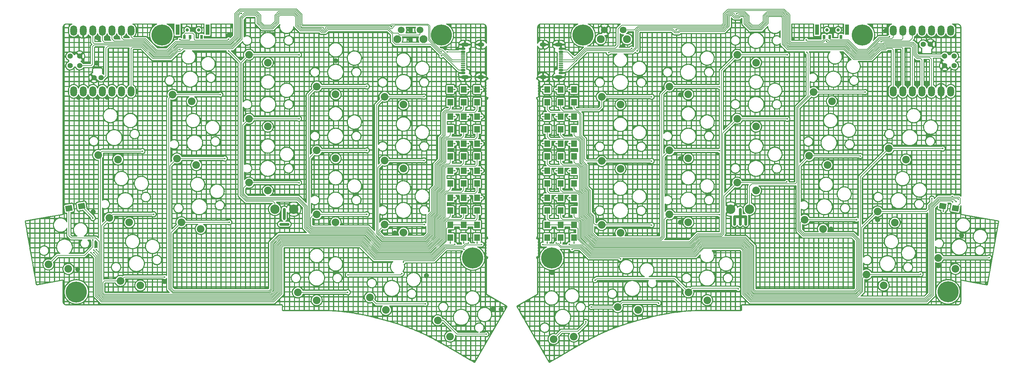
<source format=gtl>
G04 #@! TF.GenerationSoftware,KiCad,Pcbnew,8.0.5*
G04 #@! TF.CreationDate,2024-10-21T12:31:17+08:00*
G04 #@! TF.ProjectId,totem_0_3_usb_c,746f7465-6d5f-4305-9f33-5f7573625f63,0.3*
G04 #@! TF.SameCoordinates,Original*
G04 #@! TF.FileFunction,Copper,L1,Top*
G04 #@! TF.FilePolarity,Positive*
%FSLAX46Y46*%
G04 Gerber Fmt 4.6, Leading zero omitted, Abs format (unit mm)*
G04 Created by KiCad (PCBNEW 8.0.5) date 2024-10-21 12:31:17*
%MOMM*%
%LPD*%
G01*
G04 APERTURE LIST*
G04 Aperture macros list*
%AMRoundRect*
0 Rectangle with rounded corners*
0 $1 Rounding radius*
0 $2 $3 $4 $5 $6 $7 $8 $9 X,Y pos of 4 corners*
0 Add a 4 corners polygon primitive as box body*
4,1,4,$2,$3,$4,$5,$6,$7,$8,$9,$2,$3,0*
0 Add four circle primitives for the rounded corners*
1,1,$1+$1,$2,$3*
1,1,$1+$1,$4,$5*
1,1,$1+$1,$6,$7*
1,1,$1+$1,$8,$9*
0 Add four rect primitives between the rounded corners*
20,1,$1+$1,$2,$3,$4,$5,0*
20,1,$1+$1,$4,$5,$6,$7,0*
20,1,$1+$1,$6,$7,$8,$9,0*
20,1,$1+$1,$8,$9,$2,$3,0*%
%AMRotRect*
0 Rectangle, with rotation*
0 The origin of the aperture is its center*
0 $1 length*
0 $2 width*
0 $3 Rotation angle, in degrees counterclockwise*
0 Add horizontal line*
21,1,$1,$2,0,0,$3*%
G04 Aperture macros list end*
G04 #@! TA.AperFunction,NonConductor*
%ADD10C,0.750000*%
G04 #@! TD*
G04 #@! TA.AperFunction,ComponentPad*
%ADD11C,2.032000*%
G04 #@! TD*
G04 #@! TA.AperFunction,SMDPad,CuDef*
%ADD12R,1.500000X1.800000*%
G04 #@! TD*
G04 #@! TA.AperFunction,ComponentPad*
%ADD13C,5.600000*%
G04 #@! TD*
G04 #@! TA.AperFunction,ComponentPad*
%ADD14O,1.800000X2.750000*%
G04 #@! TD*
G04 #@! TA.AperFunction,ComponentPad*
%ADD15C,1.397000*%
G04 #@! TD*
G04 #@! TA.AperFunction,ComponentPad*
%ADD16C,2.500000*%
G04 #@! TD*
G04 #@! TA.AperFunction,SMDPad,CuDef*
%ADD17RoundRect,0.150000X-0.425000X0.150000X-0.425000X-0.150000X0.425000X-0.150000X0.425000X0.150000X0*%
G04 #@! TD*
G04 #@! TA.AperFunction,SMDPad,CuDef*
%ADD18RoundRect,0.075000X-0.500000X0.075000X-0.500000X-0.075000X0.500000X-0.075000X0.500000X0.075000X0*%
G04 #@! TD*
G04 #@! TA.AperFunction,ComponentPad*
%ADD19O,2.100000X1.000000*%
G04 #@! TD*
G04 #@! TA.AperFunction,ComponentPad*
%ADD20O,1.800000X1.000000*%
G04 #@! TD*
G04 #@! TA.AperFunction,WasherPad*
%ADD21C,0.900000*%
G04 #@! TD*
G04 #@! TA.AperFunction,SMDPad,CuDef*
%ADD22R,0.700000X1.000000*%
G04 #@! TD*
G04 #@! TA.AperFunction,SMDPad,CuDef*
%ADD23R,1.000000X2.800000*%
G04 #@! TD*
G04 #@! TA.AperFunction,ComponentPad*
%ADD24C,1.800000*%
G04 #@! TD*
G04 #@! TA.AperFunction,ComponentPad*
%ADD25C,2.100000*%
G04 #@! TD*
G04 #@! TA.AperFunction,SMDPad,CuDef*
%ADD26RotRect,1.800000X1.500000X170.000000*%
G04 #@! TD*
G04 #@! TA.AperFunction,SMDPad,CuDef*
%ADD27RotRect,1.800000X1.500000X10.000000*%
G04 #@! TD*
G04 #@! TA.AperFunction,SMDPad,CuDef*
%ADD28RoundRect,0.150000X0.425000X-0.150000X0.425000X0.150000X-0.425000X0.150000X-0.425000X-0.150000X0*%
G04 #@! TD*
G04 #@! TA.AperFunction,SMDPad,CuDef*
%ADD29RoundRect,0.075000X0.500000X-0.075000X0.500000X0.075000X-0.500000X0.075000X-0.500000X-0.075000X0*%
G04 #@! TD*
G04 #@! TA.AperFunction,ViaPad*
%ADD30C,0.450000*%
G04 #@! TD*
G04 #@! TA.AperFunction,Conductor*
%ADD31C,0.200000*%
G04 #@! TD*
G04 APERTURE END LIST*
D10*
X210500000Y-99000000D02*
X210500000Y-103000000D01*
X209000000Y-101000000D02*
X212000000Y-101000000D01*
X89500000Y-99000000D02*
X89500000Y-101500000D01*
X209000000Y-101000000D02*
X209000000Y-103000000D01*
X88500000Y-103000000D02*
X90500000Y-103000000D01*
X212000000Y-101000000D02*
X212000000Y-103000000D01*
D11*
X51279147Y-119291665D03*
X45990447Y-118091809D03*
D12*
X162872435Y-67194348D03*
X162872435Y-70594348D03*
X137127565Y-74393348D03*
X137127565Y-77793348D03*
D11*
X98103165Y-123214348D03*
X93103165Y-121114348D03*
X121129205Y-105224989D03*
X116129205Y-103124989D03*
X64942377Y-70332359D03*
X59808068Y-68586257D03*
X85129229Y-77068188D03*
X80129229Y-74968188D03*
X178753285Y-105310067D03*
X173753285Y-103210067D03*
X232505126Y-104256620D03*
X227663794Y-101812953D03*
D13*
X139500000Y-112000000D03*
D14*
X266420000Y-51505000D03*
X263880000Y-51505000D03*
X261340000Y-51505000D03*
X258800000Y-51505000D03*
X256260000Y-51505000D03*
X253720000Y-51505000D03*
X251180000Y-51505000D03*
X251180000Y-67695000D03*
X253720000Y-67695000D03*
X256260000Y-67695000D03*
X258800000Y-67695000D03*
X261340000Y-67695000D03*
X263880000Y-67695000D03*
X266420000Y-67695000D03*
D15*
X267372000Y-58330000D03*
X267372000Y-60870000D03*
X264832000Y-58330000D03*
X264832000Y-60870000D03*
X259117000Y-55155000D03*
X261022000Y-55155000D03*
D11*
X32177089Y-114899714D03*
X26888389Y-113699858D03*
D16*
X213000000Y-99000000D03*
D12*
X166422435Y-103194348D03*
X166422435Y-106594348D03*
X159322435Y-81597348D03*
X159322435Y-84997348D03*
D11*
X254528041Y-85824714D03*
X249968663Y-82888377D03*
D16*
X92000000Y-99000000D03*
D11*
X116500533Y-125788310D03*
X112214423Y-122465771D03*
X85129229Y-60067968D03*
X80129229Y-57967968D03*
D12*
X162872435Y-88796348D03*
X162872435Y-92196348D03*
D17*
X162974000Y-56400000D03*
X162974000Y-57200000D03*
D18*
X162974000Y-58350000D03*
X162974000Y-59350000D03*
X162974000Y-59850000D03*
X162974000Y-60850000D03*
D17*
X162974000Y-62000000D03*
X162974000Y-62800000D03*
X162974000Y-62800000D03*
X162974000Y-62000000D03*
D18*
X162974000Y-61350000D03*
X162974000Y-60350000D03*
X162974000Y-58850000D03*
X162974000Y-57850000D03*
D17*
X162974000Y-57200000D03*
X162974000Y-56400000D03*
D19*
X162399000Y-55280000D03*
D20*
X158219000Y-55280000D03*
D19*
X162399000Y-63920000D03*
D20*
X158219000Y-63920000D03*
D11*
X267678041Y-114899714D03*
X263118663Y-111963377D03*
D13*
X34300000Y-121014348D03*
D12*
X166422435Y-67194348D03*
X166422435Y-70594348D03*
D11*
X196753205Y-102504887D03*
X191753205Y-100404887D03*
D12*
X140677565Y-67194348D03*
X140677565Y-70594348D03*
D21*
X63750000Y-51350000D03*
X66750000Y-51400000D03*
D22*
X67500000Y-53200000D03*
X64500000Y-53200000D03*
X63000000Y-53200000D03*
D23*
X69100000Y-51300000D03*
X61150000Y-51300000D03*
D24*
X179500000Y-51350000D03*
X174500000Y-51350000D03*
D25*
X173500000Y-53850000D03*
X180500000Y-53850000D03*
D13*
X265700000Y-121000000D03*
X243000000Y-52700000D03*
D11*
X183404597Y-125788310D03*
X178031448Y-125053961D03*
D26*
X267674173Y-98795202D03*
X264325827Y-98204798D03*
D11*
X166377203Y-132873898D03*
X160997076Y-133555245D03*
D12*
X162872435Y-81597348D03*
X162872435Y-84997348D03*
D11*
X233691002Y-87297812D03*
X228849670Y-84854145D03*
X178753245Y-71224549D03*
X173753245Y-69124549D03*
X121129205Y-71224549D03*
X116129205Y-69124549D03*
X103129241Y-68504447D03*
X98129241Y-66404447D03*
D12*
X137127565Y-103194348D03*
X137127565Y-106594348D03*
D21*
X233550000Y-51350000D03*
X236550000Y-51400000D03*
D22*
X237300000Y-53200000D03*
X234300000Y-53200000D03*
X232800000Y-53200000D03*
D23*
X238900000Y-51300000D03*
X230950000Y-51300000D03*
D11*
X66128253Y-87291167D03*
X60993944Y-85545065D03*
X196753205Y-85504667D03*
X191753205Y-83404667D03*
X103129241Y-85504667D03*
X98129241Y-83404667D03*
X251575982Y-102566663D03*
X247016604Y-99630326D03*
D12*
X137127565Y-88796348D03*
X137127565Y-92196348D03*
X137127565Y-81597348D03*
X137127565Y-84997348D03*
X159322435Y-103194348D03*
X159322435Y-106594348D03*
X162872435Y-103194348D03*
X162872435Y-106594348D03*
X133577565Y-74393348D03*
X133577565Y-77793348D03*
D11*
X67314128Y-104249976D03*
X62179819Y-102503874D03*
D12*
X159322435Y-67194348D03*
X159322435Y-70594348D03*
D11*
X133527565Y-132873898D03*
X130247438Y-128555245D03*
D13*
X57000000Y-52700000D03*
D11*
X214753165Y-77068188D03*
X209753165Y-74968188D03*
D12*
X162872435Y-95995348D03*
X162872435Y-99395348D03*
D16*
X208000000Y-99000000D03*
D12*
X159322435Y-88796348D03*
X159322435Y-92196348D03*
D11*
X45375033Y-85807767D03*
X40086333Y-84607911D03*
D12*
X166422435Y-95995348D03*
X166422435Y-99395348D03*
X133577565Y-88796348D03*
X133577565Y-92196348D03*
D11*
X214753165Y-60067968D03*
X209753165Y-57967968D03*
D24*
X125500000Y-51350000D03*
X120500000Y-51350000D03*
D25*
X119500000Y-53850000D03*
X126500000Y-53850000D03*
D11*
X234876877Y-70339003D03*
X230035545Y-67895336D03*
X248623927Y-119308611D03*
X244064549Y-116372274D03*
X201778165Y-123214348D03*
X196778165Y-121114348D03*
D27*
X32325827Y-98795202D03*
X35674173Y-98204798D03*
D12*
X140677565Y-81592348D03*
X140677565Y-84992348D03*
X133577565Y-81597348D03*
X133577565Y-84997348D03*
X159322435Y-95995348D03*
X159322435Y-99395348D03*
D11*
X214753165Y-94068408D03*
X209753165Y-91968408D03*
D12*
X140677565Y-95995348D03*
X140677565Y-99395348D03*
D11*
X103129241Y-102504887D03*
X98129241Y-100404887D03*
D12*
X140677565Y-88796348D03*
X140677565Y-92196348D03*
X133577565Y-103194348D03*
X133577565Y-106594348D03*
X137127565Y-67194348D03*
X137127565Y-70594348D03*
X133577565Y-67194348D03*
X133577565Y-70594348D03*
D16*
X87000000Y-99000000D03*
D12*
X137127565Y-95995348D03*
X137127565Y-99395348D03*
X166422435Y-81597348D03*
X166422435Y-84997348D03*
X140677565Y-103194348D03*
X140677565Y-106594348D03*
X159322435Y-74393348D03*
X159322435Y-77793348D03*
D28*
X136929000Y-62800000D03*
X136929000Y-62000000D03*
D29*
X136929000Y-60850000D03*
X136929000Y-59850000D03*
X136929000Y-59350000D03*
X136929000Y-58350000D03*
D28*
X136929000Y-57200000D03*
X136929000Y-56400000D03*
X136929000Y-56400000D03*
X136929000Y-57200000D03*
D29*
X136929000Y-57850000D03*
X136929000Y-58850000D03*
X136929000Y-60350000D03*
X136929000Y-61350000D03*
D28*
X136929000Y-62000000D03*
X136929000Y-62800000D03*
D19*
X137504000Y-63920000D03*
D20*
X141684000Y-63920000D03*
D19*
X137504000Y-55280000D03*
D20*
X141684000Y-55280000D03*
D13*
X160500000Y-112000000D03*
D12*
X140677565Y-74393348D03*
X140677565Y-77793348D03*
D11*
X121129205Y-88224769D03*
X116129205Y-86124769D03*
X85129229Y-94068408D03*
X80129229Y-91968408D03*
X48327089Y-102549714D03*
X43038389Y-101349858D03*
D13*
X131200000Y-52700000D03*
D12*
X166422435Y-74393348D03*
X166422435Y-77793348D03*
X166422435Y-88796348D03*
X166422435Y-92196348D03*
D11*
X196753205Y-68504447D03*
X191753205Y-66404447D03*
X178753285Y-88309847D03*
X173753285Y-86209847D03*
D12*
X133577565Y-95995348D03*
X133577565Y-99395348D03*
D14*
X33580000Y-67695000D03*
X36120000Y-67695000D03*
X38660000Y-67695000D03*
X41200000Y-67695000D03*
X43740000Y-67695000D03*
X46280000Y-67695000D03*
X48820000Y-67695000D03*
X48820000Y-51505000D03*
X46280000Y-51505000D03*
X43740000Y-51505000D03*
X41200000Y-51505000D03*
X38660000Y-51505000D03*
X36120000Y-51505000D03*
X33580000Y-51505000D03*
D15*
X32628000Y-60870000D03*
X32628000Y-58330000D03*
X35168000Y-60870000D03*
X35168000Y-58330000D03*
X40883000Y-64045000D03*
X38978000Y-64045000D03*
D13*
X168800000Y-52700000D03*
D12*
X162872435Y-74393348D03*
X162872435Y-77793348D03*
D30*
X141865000Y-88765000D03*
X141865000Y-67185000D03*
X141859000Y-108415000D03*
X141865000Y-81585000D03*
X141865000Y-74385000D03*
X141865000Y-95985000D03*
X38150000Y-110550000D03*
X51827565Y-83589348D03*
X72527565Y-68564348D03*
X93402565Y-57964348D03*
X111402565Y-66389348D03*
X126600000Y-69100000D03*
X138370000Y-88770000D03*
X138359000Y-108015000D03*
X138370000Y-81600000D03*
X138370000Y-74400000D03*
X38875000Y-110550000D03*
X138370000Y-67200000D03*
X138370000Y-95970000D03*
X54802565Y-100364348D03*
X73702565Y-85539348D03*
X93402565Y-74964348D03*
X111402565Y-83389348D03*
X126600000Y-86075000D03*
X134784000Y-108365000D03*
X134790000Y-81590000D03*
X134790000Y-67190000D03*
X134790000Y-74400000D03*
X38900000Y-109850000D03*
X134790000Y-88780000D03*
X134790000Y-96000000D03*
X57752565Y-117039348D03*
X74902565Y-102489348D03*
X93402565Y-91989348D03*
X111402565Y-100364348D03*
X126675000Y-103125000D03*
X39600000Y-109825000D03*
X38700000Y-107200000D03*
X38677565Y-101414348D03*
X106350000Y-121100000D03*
X120680000Y-116120000D03*
X106378165Y-116471835D03*
X133575000Y-108000000D03*
X137125000Y-107975000D03*
X126975000Y-124175000D03*
X140675000Y-108000000D03*
X143125000Y-132250000D03*
X165159000Y-108340000D03*
X165180000Y-67190000D03*
X165170000Y-95990000D03*
X165170000Y-88810000D03*
X165170000Y-74380000D03*
X268409544Y-96310234D03*
X165170000Y-81580000D03*
X264327565Y-82894348D03*
X243727565Y-67894348D03*
X223027565Y-57994348D03*
X205027565Y-66494348D03*
X187027565Y-69124348D03*
X161660000Y-67190000D03*
X161660000Y-88820000D03*
X161660000Y-96010000D03*
X161659000Y-108040000D03*
X161660000Y-74400000D03*
X267895012Y-97027870D03*
X161660000Y-81610000D03*
X261430000Y-96210000D03*
X242427565Y-84894348D03*
X223027565Y-74994348D03*
X205027565Y-83494348D03*
X187027565Y-86214348D03*
X266918358Y-97088457D03*
X158110000Y-74380000D03*
X158109000Y-108415000D03*
X158110000Y-96020000D03*
X158110000Y-88800000D03*
X158110000Y-81600000D03*
X158110000Y-67180000D03*
X258427565Y-116294348D03*
X241427565Y-101794348D03*
X222910000Y-91790000D03*
X205027565Y-100494348D03*
X187027565Y-103234348D03*
X266870000Y-95650000D03*
X276627565Y-111894348D03*
X264475000Y-99525000D03*
X171984000Y-117890000D03*
X166410000Y-107990000D03*
X210044512Y-120228890D03*
X170972116Y-125036326D03*
X162860000Y-107990000D03*
X188894702Y-123997694D03*
X169537989Y-128963329D03*
X159340000Y-108030000D03*
X74709000Y-53865000D03*
X74709000Y-56940000D03*
X228244854Y-57319238D03*
X228089959Y-54032650D03*
X61759000Y-56565000D03*
X61759000Y-53890000D03*
X127226000Y-116672000D03*
X74716000Y-52811000D03*
X42486000Y-69285000D03*
X39623000Y-109007000D03*
X39941000Y-53426000D03*
X34826000Y-69285000D03*
X45023000Y-53426000D03*
X34650000Y-114966000D03*
X103155000Y-59557000D03*
X122937000Y-53898000D03*
X144890000Y-125560000D03*
X103155000Y-59557000D03*
X42482000Y-53426000D03*
X147069000Y-125580000D03*
X103155000Y-59557000D03*
X47592000Y-53447000D03*
X122937000Y-51345000D03*
X39731000Y-60180000D03*
X39908000Y-69285000D03*
X118836000Y-105343000D03*
X57770633Y-118250679D03*
X37392000Y-69285000D03*
X65224000Y-51376000D03*
X38751000Y-99690000D03*
X78075000Y-47000000D03*
X99850000Y-50850000D03*
X121117752Y-113094376D03*
X117875000Y-50500000D03*
X137234000Y-109715000D03*
X247959000Y-54515000D03*
X233459000Y-54440000D03*
X209575464Y-47038784D03*
X193481122Y-51333479D03*
X175614102Y-57372145D03*
X165909000Y-109715000D03*
X178749756Y-112209500D03*
X131229000Y-58230000D03*
X131229000Y-57200000D03*
X132709000Y-57200000D03*
X250160000Y-53160000D03*
X181710000Y-56300000D03*
X183203576Y-56929677D03*
X166059000Y-58615000D03*
X167004845Y-59560845D03*
X179390000Y-55793000D03*
X194694815Y-85552927D03*
X234655000Y-104303000D03*
X194646583Y-102480983D03*
X260072000Y-65799000D03*
X263136919Y-114043512D03*
X194685552Y-68599951D03*
X235038000Y-51368000D03*
X255001500Y-65781000D03*
X257537000Y-65781000D03*
X252466000Y-65781000D03*
X249161000Y-51572000D03*
X269312927Y-105994247D03*
X247023000Y-101791000D03*
X160569455Y-115875919D03*
D31*
X164565690Y-62000000D02*
X162974000Y-62000000D01*
X166249000Y-59850000D02*
X162974000Y-59850000D01*
X166041893Y-59350000D02*
X162974000Y-59350000D01*
X162974000Y-57200000D02*
X164644000Y-57200000D01*
X164644000Y-57200000D02*
X166059000Y-58615000D01*
X131429000Y-58030000D02*
X131229000Y-58230000D01*
X131789000Y-58030000D02*
X131429000Y-58030000D01*
X135759000Y-62000000D02*
X131789000Y-58030000D01*
X136929000Y-62000000D02*
X135759000Y-62000000D01*
X48820000Y-56370000D02*
X48820000Y-67220000D01*
X49184001Y-55989999D02*
X49042000Y-56132000D01*
X51642169Y-55989999D02*
X49184001Y-55989999D01*
X49042000Y-56148000D02*
X48820000Y-56370000D01*
X62679392Y-56380000D02*
X61974392Y-57085000D01*
X61289000Y-57085000D02*
X59349001Y-59024999D01*
X75750000Y-56380000D02*
X62679392Y-56380000D01*
X78315000Y-53815000D02*
X75750000Y-56380000D01*
X54677168Y-59024998D02*
X51642169Y-55989999D01*
X78315000Y-48428772D02*
X78315000Y-53815000D01*
X81864930Y-47475000D02*
X79268772Y-47475000D01*
X83734930Y-51085000D02*
X82282465Y-49632535D01*
X87990000Y-49518380D02*
X86423382Y-51084998D01*
X88365000Y-47475000D02*
X87990000Y-47850000D01*
X87990000Y-47850000D02*
X87990000Y-49518380D01*
X92108310Y-47475000D02*
X88365000Y-47475000D01*
X59349001Y-59024999D02*
X54677168Y-59024998D01*
X92521655Y-47888345D02*
X92108310Y-47475000D01*
X92521656Y-50355106D02*
X92521655Y-47888345D01*
X49042000Y-56132000D02*
X49042000Y-56148000D01*
X93816550Y-51650000D02*
X92521656Y-50355106D01*
X98981228Y-51650000D02*
X93816550Y-51650000D01*
X99361226Y-52029998D02*
X98981228Y-51650000D01*
X86423382Y-51084998D02*
X83734930Y-51085000D01*
X100338772Y-52030000D02*
X99361226Y-52029998D01*
X101068772Y-51300000D02*
X100338772Y-52030000D01*
X82282465Y-47892535D02*
X81864930Y-47475000D01*
X117006228Y-51300000D02*
X101068772Y-51300000D01*
X118209000Y-54390000D02*
X118209000Y-52502772D01*
X61974392Y-57085000D02*
X61289000Y-57085000D01*
X118209000Y-52502772D02*
X117006228Y-51300000D01*
X82282465Y-49632535D02*
X82282465Y-47892535D01*
X128446552Y-55165000D02*
X118984000Y-55165000D01*
X118984000Y-55165000D02*
X118209000Y-54390000D01*
X79268772Y-47475000D02*
X78315000Y-48428772D01*
X130981552Y-57700000D02*
X128446552Y-55165000D01*
X131934417Y-57700000D02*
X130981552Y-57700000D01*
X134084417Y-59850000D02*
X131934417Y-57700000D01*
X136929000Y-59850000D02*
X134084417Y-59850000D01*
X77583240Y-45825000D02*
X76325002Y-47083238D01*
X92791760Y-45825000D02*
X77583240Y-45825000D01*
X94175000Y-47208240D02*
X92791760Y-45825000D01*
X94175000Y-49675000D02*
X94175000Y-47208240D01*
X94480000Y-49980000D02*
X94175000Y-49675000D01*
X117749000Y-49980000D02*
X94480000Y-49980000D01*
X76325002Y-47083238D02*
X76325000Y-53004860D01*
X128159000Y-50290000D02*
X127684000Y-49815000D01*
X128159000Y-53944068D02*
X128159000Y-50290000D01*
X130914932Y-56700000D02*
X128159000Y-53944068D01*
X117914000Y-49815000D02*
X117749000Y-49980000D01*
X131436107Y-56700000D02*
X130914932Y-56700000D01*
X76325000Y-53004860D02*
X75984930Y-53344930D01*
X127684000Y-49815000D02*
X117914000Y-49815000D01*
X136929000Y-59350000D02*
X134086107Y-59350000D01*
X134086107Y-59350000D02*
X131436107Y-56700000D01*
X136929000Y-57200000D02*
X136349000Y-57200000D01*
X140677565Y-67194348D02*
X141855652Y-67194348D01*
X140677565Y-74393348D02*
X141896652Y-74393348D01*
X140677565Y-81592348D02*
X141897652Y-81592348D01*
X137102083Y-109199999D02*
X137782082Y-108520000D01*
X141900000Y-95990000D02*
X140682913Y-95990000D01*
X113431335Y-112414994D02*
X128933991Y-112414991D01*
X39365000Y-111765000D02*
X39365000Y-122115000D01*
X137782082Y-108520000D02*
X141754000Y-108520000D01*
X39365000Y-122115000D02*
X40914999Y-123664999D01*
X109766337Y-108749997D02*
X113431335Y-112414994D01*
X86675211Y-123664999D02*
X88872604Y-121467606D01*
X132325420Y-109200000D02*
X137102083Y-109199999D01*
X129110427Y-112414993D02*
X132325420Y-109200000D01*
X140677565Y-88796348D02*
X141873652Y-88796348D01*
X38150000Y-110550000D02*
X39365000Y-111765000D01*
X141855652Y-67194348D02*
X141865000Y-67185000D01*
X128933991Y-112414991D02*
X129110427Y-112414993D01*
X88872604Y-121467606D02*
X88872605Y-109107395D01*
X141754000Y-108520000D02*
X141859000Y-108415000D01*
X40914999Y-123664999D02*
X86675211Y-123664999D01*
X89230003Y-108749997D02*
X109766337Y-108749997D01*
X88872605Y-109107395D02*
X89230003Y-108749997D01*
X41474508Y-122345000D02*
X40685221Y-121555713D01*
X40685221Y-121555713D02*
X40685221Y-85206799D01*
X86128452Y-122344998D02*
X41474508Y-122345000D01*
X87534999Y-120938451D02*
X86128452Y-122344998D01*
X41102332Y-83591912D02*
X51825001Y-83591912D01*
X88683241Y-107429999D02*
X87534999Y-108578241D01*
X51825001Y-83591912D02*
X51827565Y-83589348D01*
X140225000Y-102050000D02*
X132725000Y-102050000D01*
X110313097Y-107429997D02*
X88683241Y-107429999D01*
X128563666Y-111094994D02*
X113978095Y-111094995D01*
X113978095Y-111094995D02*
X110313097Y-107429997D01*
X140677565Y-99395348D02*
X140677565Y-101597435D01*
X87534999Y-108578241D02*
X87534999Y-120938451D01*
X132725000Y-102050000D02*
X132267565Y-102507435D01*
X132267565Y-107391095D02*
X128563666Y-111094994D01*
X140677565Y-101597435D02*
X140225000Y-102050000D01*
X132267565Y-102507435D02*
X132267565Y-107391095D01*
X40086333Y-84607911D02*
X41102332Y-83591912D01*
X114388166Y-110104996D02*
X128153593Y-110104997D01*
X58792069Y-120242069D02*
X59893309Y-121343309D01*
X131277566Y-102097364D02*
X132200000Y-101174930D01*
X58792069Y-69602256D02*
X58792069Y-120242069D01*
X140125000Y-94865348D02*
X140677565Y-94312783D01*
X59808068Y-68586257D02*
X58792069Y-69602256D01*
X140677565Y-94312783D02*
X140677565Y-92196348D01*
X59808068Y-68586257D02*
X72505656Y-68586257D01*
X132200000Y-101174930D02*
X132200000Y-95262913D01*
X132597565Y-94865348D02*
X140125000Y-94865348D01*
X85730070Y-121343310D02*
X86541656Y-120531724D01*
X132200000Y-95262913D02*
X132597565Y-94865348D01*
X86541656Y-120531724D02*
X86541657Y-108171513D01*
X88273172Y-106439998D02*
X110723167Y-106439997D01*
X72505656Y-68586257D02*
X72527565Y-68564348D01*
X131277565Y-106981025D02*
X131277566Y-102097364D01*
X128153593Y-110104997D02*
X131277565Y-106981025D01*
X59893309Y-121343309D02*
X85730070Y-121343310D01*
X86541657Y-108171513D02*
X88273172Y-106439998D01*
X110723167Y-106439997D02*
X114388166Y-110104996D01*
X94880000Y-104030000D02*
X96299998Y-105449998D01*
X111133238Y-105449998D02*
X114798237Y-109114997D01*
X131210000Y-94840000D02*
X132150000Y-93900000D01*
X127743522Y-109114998D02*
X130287565Y-106570955D01*
X93024999Y-96575001D02*
X94880000Y-98430002D01*
X140677565Y-87247435D02*
X140677565Y-84992348D01*
X132150000Y-93900000D02*
X132150000Y-88113913D01*
X130287565Y-106570955D02*
X130287568Y-101687292D01*
X80129229Y-57967968D02*
X78090000Y-60007197D01*
X136163913Y-87650000D02*
X140275000Y-87650000D01*
X79491621Y-96575001D02*
X93024999Y-96575001D01*
X140275000Y-87650000D02*
X140677565Y-87247435D01*
X93398945Y-57967968D02*
X93402565Y-57964348D01*
X78090002Y-95173382D02*
X79491621Y-96575001D01*
X114798237Y-109114997D02*
X127743522Y-109114998D01*
X132150000Y-88113913D02*
X132597565Y-87666348D01*
X80129229Y-57967968D02*
X93398945Y-57967968D01*
X130287568Y-101687292D02*
X131210000Y-100764860D01*
X94880000Y-98430002D02*
X94880000Y-104030000D01*
X131210000Y-100764860D02*
X131210000Y-94840000D01*
X136147565Y-87666348D02*
X136163913Y-87650000D01*
X96299998Y-105449998D02*
X111133238Y-105449998D01*
X78090000Y-60007197D02*
X78090002Y-95173382D01*
X132597565Y-87666348D02*
X136147565Y-87666348D01*
X140125000Y-80462348D02*
X140677565Y-79909783D01*
X132400000Y-80664913D02*
X132602565Y-80462348D01*
X129297570Y-101277220D02*
X130220000Y-100354790D01*
X129297565Y-106160885D02*
X129297570Y-101277220D01*
X95870000Y-68663688D02*
X95870000Y-103619930D01*
X127333450Y-108125000D02*
X129297565Y-106160885D01*
X98129241Y-66404447D02*
X111387466Y-66404447D01*
X111387466Y-66404447D02*
X111402565Y-66389348D01*
X132400000Y-86463843D02*
X132400000Y-80664913D01*
X111543309Y-104459999D02*
X115208308Y-108124998D01*
X130220002Y-94429928D02*
X131160000Y-93489930D01*
X140677565Y-79909783D02*
X140677565Y-77793348D01*
X131160000Y-87703843D02*
X132400000Y-86463843D01*
X115208308Y-108124998D02*
X127333450Y-108125000D01*
X95870000Y-103619930D02*
X96710069Y-104459999D01*
X132602565Y-80462348D02*
X140125000Y-80462348D01*
X130220000Y-100354790D02*
X130220002Y-94429928D01*
X96710069Y-104459999D02*
X111543309Y-104459999D01*
X98129241Y-66404447D02*
X95870000Y-68663688D01*
X131160000Y-93489930D02*
X131160000Y-87703843D01*
X130170000Y-87293773D02*
X130170000Y-93079860D01*
X126575451Y-69124549D02*
X126600000Y-69100000D01*
X126923380Y-107135000D02*
X115626619Y-107134999D01*
X129230003Y-99944717D02*
X128307570Y-100867150D01*
X132597565Y-73263348D02*
X132225000Y-73635913D01*
X113990001Y-105498381D02*
X115626619Y-107134999D01*
X140677565Y-72635783D02*
X140050000Y-73263348D01*
X129230003Y-94019857D02*
X129230003Y-99944717D01*
X131410000Y-80254843D02*
X131410000Y-86053773D01*
X116129205Y-69124549D02*
X113990001Y-71263753D01*
X132225000Y-73635913D02*
X132225000Y-79439843D01*
X140677565Y-70594348D02*
X140677565Y-72635783D01*
X113990001Y-71263753D02*
X113990001Y-105498381D01*
X128307570Y-100867150D02*
X128307565Y-105750815D01*
X140050000Y-73263348D02*
X132597565Y-73263348D01*
X128307565Y-105750815D02*
X126923380Y-107135000D01*
X130170000Y-93079860D02*
X129230003Y-94019857D01*
X131410000Y-86053773D02*
X130170000Y-87293773D01*
X116129205Y-69124549D02*
X126575451Y-69124549D01*
X132225000Y-79439843D02*
X131410000Y-80254843D01*
X88542606Y-108970704D02*
X88542605Y-121330915D01*
X137127565Y-81597348D02*
X138367348Y-81597348D01*
X138344652Y-95995348D02*
X138370000Y-95970000D01*
X138370000Y-67200000D02*
X137133217Y-67200000D01*
X138184000Y-108190000D02*
X137645392Y-108190000D01*
X136965392Y-108870000D02*
X132188730Y-108870000D01*
X137127565Y-88796348D02*
X138343652Y-88796348D01*
X109903027Y-108419997D02*
X89093313Y-108419997D01*
X138363348Y-74393348D02*
X138370000Y-74400000D01*
X88542605Y-121330915D02*
X86538521Y-123334999D01*
X132188730Y-108870000D02*
X128973738Y-112084992D01*
X138367348Y-81597348D02*
X138370000Y-81600000D01*
X39695221Y-111370221D02*
X39695221Y-121970221D01*
X38875000Y-110550000D02*
X39695221Y-111370221D01*
X137127565Y-95995348D02*
X138344652Y-95995348D01*
X89093313Y-108419997D02*
X88542606Y-108970704D01*
X138359000Y-108015000D02*
X138184000Y-108190000D01*
X137645392Y-108190000D02*
X136965392Y-108870000D01*
X113568025Y-112084994D02*
X109903027Y-108419997D01*
X137127565Y-74393348D02*
X138363348Y-74393348D01*
X128973738Y-112084992D02*
X113568025Y-112084994D01*
X86538521Y-123334999D02*
X41059999Y-123334999D01*
X39695221Y-121970221D02*
X41059999Y-123334999D01*
X138343652Y-88796348D02*
X138370000Y-88770000D01*
X88546553Y-107099997D02*
X87205000Y-108441550D01*
X136554999Y-101720001D02*
X132588310Y-101720000D01*
X41015221Y-121419023D02*
X41611198Y-122015000D01*
X41611198Y-122015000D02*
X85991762Y-122014998D01*
X131937565Y-107254405D02*
X128426975Y-110764995D01*
X128426975Y-110764995D02*
X114114786Y-110764996D01*
X110449787Y-107099997D02*
X88546553Y-107099997D01*
X44023899Y-100364348D02*
X54802565Y-100364348D01*
X43038389Y-101349858D02*
X44023899Y-100364348D01*
X43038389Y-101349858D02*
X41015221Y-103373026D01*
X114114786Y-110764996D02*
X110449787Y-107099997D01*
X137127565Y-101147435D02*
X136554999Y-101720001D01*
X132588310Y-101720000D02*
X131937566Y-102370744D01*
X137127565Y-99395348D02*
X137127565Y-101147435D01*
X87205000Y-108441550D02*
X87205000Y-120801760D01*
X41015221Y-103373026D02*
X41015221Y-121419023D01*
X85991762Y-122014998D02*
X87205000Y-120801760D01*
X131937566Y-102370744D02*
X131937565Y-107254405D01*
X59122069Y-120105379D02*
X59122069Y-87416940D01*
X59122069Y-87416940D02*
X60993944Y-85545065D01*
X131870000Y-101038240D02*
X130947566Y-101960674D01*
X131870000Y-95126223D02*
X131870000Y-101038240D01*
X85593380Y-121013310D02*
X60029999Y-121013309D01*
X73696848Y-85545065D02*
X73702565Y-85539348D01*
X60993944Y-85545065D02*
X73696848Y-85545065D01*
X132460874Y-94535349D02*
X131870000Y-95126223D01*
X88136482Y-106109998D02*
X86211657Y-108034823D01*
X130947565Y-106844335D02*
X128016902Y-109774998D01*
X137127565Y-92196348D02*
X137127565Y-93907783D01*
X136500000Y-94535348D02*
X132460874Y-94535349D01*
X60029999Y-121013309D02*
X59122069Y-120105379D01*
X114524857Y-109774997D02*
X110859857Y-106109997D01*
X110859857Y-106109997D02*
X88136482Y-106109998D01*
X128016902Y-109774998D02*
X114524857Y-109774997D01*
X137127565Y-93907783D02*
X136500000Y-94535348D01*
X86211656Y-120395034D02*
X85593380Y-121013310D01*
X86211657Y-108034823D02*
X86211656Y-120395034D01*
X130947566Y-101960674D02*
X130947565Y-106844335D01*
X129957569Y-101550601D02*
X129957565Y-106434265D01*
X133975000Y-87336349D02*
X132460875Y-87336348D01*
X132460875Y-87336348D02*
X131820000Y-87977223D01*
X96436688Y-105119998D02*
X95210000Y-103893310D01*
X93398725Y-74968188D02*
X93402565Y-74964348D01*
X131820000Y-87977223D02*
X131820000Y-93763310D01*
X131820000Y-93763310D02*
X130880001Y-94703309D01*
X129957565Y-106434265D02*
X127606831Y-108784999D01*
X80129229Y-74968188D02*
X93398725Y-74968188D01*
X137127565Y-86767435D02*
X136575000Y-87320000D01*
X114934928Y-108784998D02*
X111269928Y-105119998D01*
X78420000Y-76677417D02*
X80129229Y-74968188D01*
X93161689Y-96245001D02*
X79628311Y-96245001D01*
X78420001Y-95036691D02*
X78420000Y-76677417D01*
X95210000Y-98293312D02*
X93161689Y-96245001D01*
X136575000Y-87320000D02*
X133991349Y-87320000D01*
X79628311Y-96245001D02*
X78420001Y-95036691D01*
X133991349Y-87320000D02*
X133975000Y-87336349D01*
X127606831Y-108784999D02*
X114934928Y-108784998D01*
X130880000Y-100628170D02*
X129957569Y-101550601D01*
X111269928Y-105119998D02*
X96436688Y-105119998D01*
X130880001Y-94703309D02*
X130880000Y-100628170D01*
X137127565Y-84997348D02*
X137127565Y-86767435D01*
X95210000Y-103893310D02*
X95210000Y-98293312D01*
X129890003Y-94293237D02*
X129890000Y-100218100D01*
X137127565Y-77793348D02*
X137127565Y-79522435D01*
X132070000Y-80528223D02*
X132070000Y-86327153D01*
X128967565Y-106024195D02*
X127196760Y-107795000D01*
X130830000Y-93353240D02*
X129890003Y-94293237D01*
X115344999Y-107794999D02*
X111680000Y-104130000D01*
X98129241Y-83404667D02*
X111387246Y-83404667D01*
X96846760Y-104130000D02*
X96200000Y-103483240D01*
X96200000Y-103483240D02*
X96200000Y-85333908D01*
X137127565Y-79522435D02*
X136517652Y-80132348D01*
X128967570Y-101140530D02*
X128967565Y-106024195D01*
X129890000Y-100218100D02*
X128967570Y-101140530D01*
X111387246Y-83404667D02*
X111402565Y-83389348D01*
X111680000Y-104130000D02*
X96846760Y-104130000D01*
X132465874Y-80132349D02*
X132070000Y-80528223D01*
X132070000Y-86327153D02*
X130830000Y-87567153D01*
X136517652Y-80132348D02*
X132465874Y-80132349D01*
X127196760Y-107795000D02*
X115344999Y-107794999D01*
X130830000Y-87567153D02*
X130830000Y-93353240D01*
X96200000Y-85333908D02*
X98129241Y-83404667D01*
X131895000Y-79303153D02*
X131080000Y-80118153D01*
X127977565Y-105614125D02*
X126786690Y-106805000D01*
X137127565Y-72405783D02*
X136600000Y-72933348D01*
X114320001Y-105361691D02*
X114320001Y-87933973D01*
X128900003Y-99808027D02*
X127977570Y-100730460D01*
X116129205Y-86124769D02*
X126550231Y-86124769D01*
X126786690Y-106805000D02*
X115763309Y-106804999D01*
X129840000Y-87157083D02*
X129840000Y-92943170D01*
X129840000Y-92943170D02*
X128900003Y-93883167D01*
X114320001Y-87933973D02*
X116129205Y-86124769D01*
X127977570Y-100730460D02*
X127977565Y-105614125D01*
X115763309Y-106804999D02*
X114320001Y-105361691D01*
X131895000Y-73499223D02*
X131895000Y-79303153D01*
X128900003Y-93883167D02*
X128900003Y-99808027D01*
X126550231Y-86124769D02*
X126600000Y-86075000D01*
X136600000Y-72933348D02*
X132460874Y-72933349D01*
X131080000Y-80118153D02*
X131080000Y-85917083D01*
X131080000Y-85917083D02*
X129840000Y-87157083D01*
X137127565Y-70594348D02*
X137127565Y-72405783D01*
X132460874Y-72933349D02*
X131895000Y-73499223D01*
X133577565Y-67194348D02*
X134785652Y-67194348D01*
X133577565Y-81597348D02*
X134782652Y-81597348D01*
X88956623Y-108089997D02*
X88212604Y-108834016D01*
X40035564Y-121839436D02*
X41201127Y-123004999D01*
X134773652Y-88796348D02*
X134790000Y-88780000D01*
X134785652Y-67194348D02*
X134790000Y-67190000D01*
X86401831Y-123004999D02*
X41201127Y-123004999D01*
X134783348Y-74393348D02*
X134790000Y-74400000D01*
X134790000Y-96000000D02*
X133582217Y-96000000D01*
X110039717Y-108089997D02*
X88956623Y-108089997D01*
X88212604Y-121194226D02*
X86401831Y-123004999D01*
X40025221Y-110975221D02*
X40025221Y-121829093D01*
X134609000Y-108540000D02*
X132052040Y-108540000D01*
X134784000Y-108365000D02*
X134609000Y-108540000D01*
X128837046Y-111754994D02*
X113704714Y-111754994D01*
X133577565Y-74393348D02*
X134783348Y-74393348D01*
X113704714Y-111754994D02*
X110039717Y-108089997D01*
X133577565Y-88796348D02*
X134773652Y-88796348D01*
X40025221Y-121829093D02*
X40035564Y-121839436D01*
X88212604Y-108834016D02*
X88212604Y-121194226D01*
X38900000Y-109850000D02*
X40025221Y-110975221D01*
X134782652Y-81597348D02*
X134790000Y-81590000D01*
X132052040Y-108540000D02*
X128837046Y-111754994D01*
X88409860Y-106770000D02*
X110586474Y-106770000D01*
X45990447Y-118091809D02*
X47042908Y-117039348D01*
X131607565Y-107117715D02*
X128290284Y-110434996D01*
X114251476Y-110434996D02*
X110586477Y-106769997D01*
X133577565Y-99395348D02*
X133577565Y-100862435D01*
X86871656Y-108308204D02*
X86871656Y-120668414D01*
X133577565Y-100862435D02*
X133050000Y-101390000D01*
X133050000Y-101390000D02*
X132451620Y-101390000D01*
X128290284Y-110434996D02*
X114251476Y-110434996D01*
X131607566Y-102234054D02*
X131607565Y-107117715D01*
X41736197Y-121673309D02*
X41345221Y-121282333D01*
X110586474Y-106770000D02*
X110586477Y-106769997D01*
X132451620Y-101390000D02*
X131607566Y-102234054D01*
X86871656Y-108308204D02*
X88409860Y-106770000D01*
X86871656Y-120668414D02*
X85866761Y-121673309D01*
X85866761Y-121673309D02*
X41736197Y-121673309D01*
X47042908Y-117039348D02*
X57752565Y-117039348D01*
X41345221Y-118494779D02*
X41748191Y-118091809D01*
X41748191Y-118091809D02*
X45990447Y-118091809D01*
X41345221Y-121282333D02*
X41345221Y-118494779D01*
X130617567Y-101823983D02*
X131540000Y-100901550D01*
X130617565Y-106707645D02*
X130617567Y-101823983D01*
X85881656Y-120258344D02*
X85881658Y-107898132D01*
X62179819Y-102503874D02*
X74888039Y-102503874D01*
X85881658Y-107898132D02*
X87999792Y-105779998D01*
X59452069Y-105231624D02*
X59452069Y-119968689D01*
X133000000Y-94205349D02*
X133577565Y-93627784D01*
X87999792Y-105779998D02*
X110996547Y-105779997D01*
X114661546Y-109444996D02*
X127880212Y-109444998D01*
X59452069Y-119968689D02*
X60166690Y-120683310D01*
X131540000Y-94989533D02*
X132324183Y-94205350D01*
X74888039Y-102503874D02*
X74902565Y-102489348D01*
X60166690Y-120683310D02*
X85456690Y-120683310D01*
X133577565Y-93627784D02*
X133577565Y-92196348D01*
X131540000Y-100901550D02*
X131540000Y-94989533D01*
X85456690Y-120683310D02*
X85881656Y-120258344D01*
X62179819Y-102503874D02*
X59452069Y-105231624D01*
X132324183Y-94205350D02*
X133000000Y-94205349D01*
X127880212Y-109444998D02*
X130617565Y-106707645D01*
X110996547Y-105779997D02*
X114661546Y-109444996D01*
X130550000Y-100491480D02*
X130550001Y-94566619D01*
X133577565Y-86653784D02*
X133577565Y-84997348D01*
X131490000Y-93626620D02*
X131490000Y-87840533D01*
X78750000Y-93347637D02*
X78750000Y-94900000D01*
X129627565Y-106297575D02*
X129627570Y-101413910D01*
X129627570Y-101413910D02*
X130550000Y-100491480D01*
X96573379Y-104789999D02*
X111406619Y-104789999D01*
X131490000Y-87840533D02*
X132324184Y-87006349D01*
X80129229Y-91968408D02*
X93381625Y-91968408D01*
X93298379Y-95915001D02*
X95540000Y-98156622D01*
X78750000Y-94900000D02*
X79765001Y-95915001D01*
X80129229Y-91968408D02*
X78750000Y-93347637D01*
X133225000Y-87006349D02*
X133577565Y-86653784D01*
X132324184Y-87006349D02*
X133225000Y-87006349D01*
X95540000Y-103756620D02*
X96573379Y-104789999D01*
X111406619Y-104789999D02*
X115071618Y-108454998D01*
X115071618Y-108454998D02*
X127470140Y-108455000D01*
X95540000Y-98156622D02*
X95540000Y-103756620D01*
X127470140Y-108455000D02*
X129627565Y-106297575D01*
X79765001Y-95915001D02*
X93298379Y-95915001D01*
X130550001Y-94566619D02*
X131490000Y-93626620D01*
X93381625Y-91968408D02*
X93402565Y-91989348D01*
X131740000Y-86190463D02*
X130500000Y-87430463D01*
X130500000Y-87430463D02*
X130500000Y-93216550D01*
X96530000Y-101220000D02*
X96530000Y-103346550D01*
X98129241Y-100404887D02*
X111362026Y-100404887D01*
X96550000Y-101200000D02*
X96530000Y-101220000D01*
X133577565Y-77793348D02*
X133577565Y-79299783D01*
X96916725Y-103733275D02*
X96983450Y-103800000D01*
X129560003Y-94156547D02*
X129560000Y-100081410D01*
X129560000Y-100081410D02*
X128637570Y-101003840D01*
X133075000Y-79802348D02*
X132329183Y-79802350D01*
X127060070Y-107465000D02*
X115489928Y-107464998D01*
X96983450Y-103800000D02*
X97750000Y-103800000D01*
X128637565Y-105887505D02*
X127060070Y-107465000D01*
X115489928Y-107464998D02*
X111824930Y-103800000D01*
X111362026Y-100404887D02*
X111402565Y-100364348D01*
X96983450Y-103800000D02*
X98500000Y-103800000D01*
X128637570Y-101003840D02*
X128637565Y-105887505D01*
X132329183Y-79802350D02*
X131740000Y-80391533D01*
X96530000Y-103346550D02*
X96916725Y-103733275D01*
X131740000Y-80391533D02*
X131740000Y-86190463D01*
X98500000Y-103800000D02*
X97750000Y-103800000D01*
X133577565Y-79299783D02*
X133075000Y-79802348D01*
X97345113Y-100404887D02*
X96550000Y-101200000D01*
X111824930Y-103800000D02*
X98500000Y-103800000D01*
X130500000Y-93216550D02*
X129560003Y-94156547D01*
X126674989Y-103124989D02*
X126675000Y-103125000D01*
X130750000Y-85780393D02*
X129510000Y-87020393D01*
X129510000Y-92806480D02*
X128570004Y-93746476D01*
X129510000Y-87020393D02*
X129510000Y-92806480D01*
X114650000Y-104604194D02*
X116129205Y-103124989D01*
X131565000Y-79166463D02*
X130750000Y-79981463D01*
X131565001Y-73362532D02*
X131565000Y-79166463D01*
X130750000Y-79981463D02*
X130750000Y-85780393D01*
X127647565Y-105477435D02*
X126650000Y-106475000D01*
X115900000Y-106475000D02*
X114650000Y-105225000D01*
X133577565Y-72200784D02*
X133577565Y-70594348D01*
X132324184Y-72603349D02*
X133175000Y-72603349D01*
X128570004Y-93746476D02*
X128570003Y-99671337D01*
X127647570Y-100593770D02*
X127647565Y-105477435D01*
X133175000Y-72603349D02*
X133577565Y-72200784D01*
X126650000Y-106475000D02*
X115900000Y-106475000D01*
X131565001Y-73362532D02*
X132324184Y-72603349D01*
X116129205Y-103124989D02*
X126674989Y-103124989D01*
X114650000Y-105225000D02*
X114650000Y-104604194D01*
X128570003Y-99671337D02*
X127647570Y-100593770D01*
X110176407Y-107759997D02*
X113841404Y-111424994D01*
X132597565Y-107527785D02*
X132597565Y-104174348D01*
X113841404Y-111424994D02*
X128700357Y-111424993D01*
X133577565Y-103194348D02*
X140677565Y-103194348D01*
X32325827Y-98795202D02*
X32325827Y-106045827D01*
X32960000Y-106680000D02*
X39430000Y-106680000D01*
X86265140Y-122675000D02*
X87882605Y-121057535D01*
X40355222Y-121692404D02*
X41337818Y-122675000D01*
X87882605Y-121057535D02*
X87882605Y-108697325D01*
X32325827Y-106045827D02*
X32960000Y-106680000D01*
X41337818Y-122675000D02*
X86265140Y-122675000D01*
X110176407Y-107759997D02*
X88819932Y-107759998D01*
X128700357Y-111424993D02*
X132597565Y-107527785D01*
X87882605Y-108697325D02*
X88819932Y-107759998D01*
X39600000Y-109825000D02*
X40355221Y-110580221D01*
X40355221Y-107605221D02*
X40355222Y-121692404D01*
X39430000Y-106680000D02*
X40355221Y-107605221D01*
X132597565Y-104174348D02*
X133577565Y-103194348D01*
X38677565Y-101208190D02*
X38677565Y-101414348D01*
X35674173Y-98204798D02*
X38677565Y-101208190D01*
X38700000Y-109050000D02*
X38700000Y-107200000D01*
X26888389Y-113699858D02*
X29288248Y-111300000D01*
X29288248Y-111300000D02*
X36450000Y-111300000D01*
X36450000Y-111300000D02*
X38700000Y-109050000D01*
X120328165Y-116471835D02*
X106378165Y-116471835D01*
X106335652Y-121114348D02*
X106350000Y-121100000D01*
X133577565Y-106594348D02*
X133577565Y-107997435D01*
X133577565Y-107997435D02*
X133575000Y-108000000D01*
X120680000Y-116120000D02*
X120328165Y-116471835D01*
X93103165Y-121114348D02*
X106335652Y-121114348D01*
X126950000Y-124200000D02*
X113948652Y-124200000D01*
X126975000Y-124175000D02*
X126950000Y-124200000D01*
X137127565Y-107972435D02*
X137125000Y-107975000D01*
X113948652Y-124200000D02*
X112214423Y-122465771D01*
X137127565Y-106594348D02*
X137127565Y-107972435D01*
X131684278Y-128555245D02*
X130247438Y-128555245D01*
X140677565Y-106594348D02*
X140677565Y-107997435D01*
X135379034Y-132250000D02*
X143125000Y-132250000D01*
X131684278Y-128555245D02*
X135379034Y-132250000D01*
X140677565Y-107997435D02*
X140675000Y-108000000D01*
X168433031Y-108510001D02*
X170898030Y-110975000D01*
X166422435Y-67194348D02*
X165184348Y-67194348D01*
X211904999Y-121378379D02*
X213531619Y-123004999D01*
X268409544Y-96310234D02*
X268270485Y-96171175D01*
X166422435Y-95995348D02*
X165175348Y-95995348D01*
X165329000Y-108510000D02*
X168433031Y-108510001D01*
X259801621Y-123004999D02*
X261195000Y-121611620D01*
X211905000Y-109708310D02*
X211904999Y-121378379D01*
X200561620Y-108835000D02*
X211031691Y-108835001D01*
X263355445Y-96171175D02*
X261195002Y-98331618D01*
X165159000Y-108340000D02*
X165329000Y-108510000D01*
X165183348Y-74393348D02*
X165170000Y-74380000D01*
X170898030Y-110975000D02*
X198421620Y-110975000D01*
X165184348Y-67194348D02*
X165180000Y-67190000D01*
X165183652Y-88796348D02*
X165170000Y-88810000D01*
X211031691Y-108835001D02*
X211905000Y-109708310D01*
X166422435Y-81597348D02*
X165187348Y-81597348D01*
X165175348Y-95995348D02*
X165170000Y-95990000D01*
X165187348Y-81597348D02*
X165170000Y-81580000D01*
X213531619Y-123004999D02*
X259801621Y-123004999D01*
X268270485Y-96171175D02*
X263355445Y-96171175D01*
X166422435Y-74393348D02*
X165183348Y-74393348D01*
X166422435Y-88796348D02*
X165183652Y-88796348D01*
X261195000Y-121611620D02*
X261195002Y-98331618D01*
X198421620Y-110975000D02*
X200561620Y-108835000D01*
X242424999Y-120565070D02*
X242424999Y-90432041D01*
X168410000Y-106620210D02*
X171444790Y-109655000D01*
X213225000Y-109161550D02*
X213224999Y-119884999D01*
X213225001Y-120831621D02*
X214075000Y-121681620D01*
X167573380Y-101400000D02*
X168410000Y-102236620D01*
X166860000Y-101400000D02*
X167573380Y-101400000D01*
X166422435Y-100962435D02*
X166860000Y-101400000D01*
X197874861Y-109654999D02*
X200014860Y-107515000D01*
X264321594Y-82888377D02*
X264327565Y-82894348D01*
X242424999Y-90432041D02*
X249968663Y-82888377D01*
X213224999Y-119884999D02*
X213225001Y-120831621D01*
X168410000Y-102236620D02*
X168410000Y-106620210D01*
X249968663Y-82888377D02*
X264321594Y-82888377D01*
X171444790Y-109655000D02*
X197874861Y-109654999D01*
X166422435Y-99395348D02*
X166422435Y-100962435D01*
X241308453Y-121681617D02*
X242424999Y-120565070D01*
X240771620Y-121681620D02*
X241308453Y-121681617D01*
X211578451Y-107515001D02*
X213225000Y-109161550D01*
X200014860Y-107515000D02*
X211578451Y-107515001D01*
X214075000Y-121681620D02*
X240771620Y-121681620D01*
X225885000Y-104798380D02*
X225885000Y-72045882D01*
X167050000Y-94170001D02*
X167640469Y-94170002D01*
X197464790Y-108665000D02*
X199604790Y-106525000D01*
X241434999Y-120155001D02*
X241434999Y-107264999D01*
X169400000Y-106210140D02*
X171844858Y-108654998D01*
X240335000Y-106165000D02*
X227251619Y-106164999D01*
X172118240Y-108654998D02*
X172128242Y-108665000D01*
X166422435Y-92196348D02*
X166422435Y-93542436D01*
X225885000Y-72045882D02*
X230035545Y-67895336D01*
X230035545Y-67895336D02*
X243726577Y-67895336D01*
X172128242Y-108665000D02*
X197464790Y-108665000D01*
X168460035Y-100886585D02*
X169400000Y-101826550D01*
X241434999Y-107264999D02*
X240335000Y-106165000D01*
X171844858Y-108654998D02*
X172118240Y-108654998D01*
X214214999Y-108751479D02*
X214214998Y-120404998D01*
X199604790Y-106525000D02*
X211988524Y-106525003D01*
X211988524Y-106525003D02*
X214214999Y-108751479D01*
X169400000Y-101826550D02*
X169400000Y-106210140D01*
X214501620Y-120691620D02*
X240898380Y-120691620D01*
X214214998Y-120404998D02*
X214501620Y-120691620D01*
X167640469Y-94170002D02*
X168460035Y-94989568D01*
X168460035Y-94989568D02*
X168460035Y-100886585D01*
X227251619Y-106164999D02*
X225885000Y-104798380D01*
X243726577Y-67895336D02*
X243727565Y-67894348D01*
X240898380Y-120691620D02*
X241434999Y-120155001D01*
X166422435Y-93542436D02*
X167050000Y-94170001D01*
X169450034Y-94580034D02*
X168550000Y-93680000D01*
X170389999Y-101416479D02*
X169450034Y-100476514D01*
X223001185Y-57967968D02*
X209753165Y-57967968D01*
X205547565Y-62173568D02*
X205547565Y-105247565D01*
X205547565Y-105247565D02*
X205260130Y-105535000D01*
X209753165Y-57967968D02*
X205547565Y-62173568D01*
X205260130Y-105535000D02*
X199194720Y-105535000D01*
X199194720Y-105535000D02*
X197064721Y-107664999D01*
X167639468Y-86970001D02*
X166880000Y-86970000D01*
X170389999Y-105800069D02*
X170389999Y-101416479D01*
X166422435Y-86512435D02*
X166422435Y-84997348D01*
X166880000Y-86970000D02*
X166422435Y-86512435D01*
X168550000Y-87880533D02*
X167639468Y-86970001D01*
X169450034Y-100476514D02*
X169450034Y-94580034D01*
X197064721Y-107664999D02*
X172254930Y-107665000D01*
X168550000Y-93680000D02*
X168550000Y-87880533D01*
X172254930Y-107665000D02*
X170389999Y-105800069D01*
X223027565Y-57994348D02*
X223001185Y-57967968D01*
X168570000Y-80701533D02*
X168570000Y-86500463D01*
X189255000Y-106675000D02*
X189722304Y-106207696D01*
X172665000Y-106675000D02*
X189255000Y-106675000D01*
X171379998Y-105389998D02*
X172665000Y-106675000D01*
X205027565Y-66494348D02*
X204937664Y-66404447D01*
X169540000Y-87470462D02*
X169540000Y-93269930D01*
X169540000Y-93269930D02*
X170440034Y-94169964D01*
X166422435Y-77793348D02*
X166422435Y-79279784D01*
X170440033Y-100066443D02*
X171379998Y-101006408D01*
X167675817Y-79807350D02*
X168570000Y-80701533D01*
X166950000Y-79807349D02*
X167675817Y-79807350D01*
X166422435Y-79279784D02*
X166950000Y-79807349D01*
X189722304Y-106207696D02*
X189722304Y-68435348D01*
X189722304Y-68435348D02*
X191753205Y-66404447D01*
X204937664Y-66404447D02*
X191753205Y-66404447D01*
X168570000Y-86500463D02*
X169540000Y-87470462D01*
X171379998Y-101006408D02*
X171379998Y-105389998D01*
X170440034Y-94169964D02*
X170440033Y-100066443D01*
X187027565Y-69124348D02*
X187027364Y-69124549D01*
X187027364Y-69124549D02*
X173753245Y-69124549D01*
X166422435Y-70594348D02*
X166422435Y-72029784D01*
X173768000Y-71765000D02*
X173753245Y-71750245D01*
X166422435Y-72029784D02*
X166996000Y-72603349D01*
X172929651Y-72603349D02*
X173768000Y-71765000D01*
X166996000Y-72603349D02*
X172929651Y-72603349D01*
X173753245Y-71750245D02*
X173753245Y-69124549D01*
X261525000Y-98468310D02*
X263492135Y-96501175D01*
X259938311Y-123334999D02*
X261525000Y-121748310D01*
X211575000Y-109845000D02*
X211575000Y-121515070D01*
X210895000Y-109165000D02*
X211575000Y-109845000D01*
X162872435Y-88796348D02*
X161683652Y-88796348D01*
X168296340Y-108840000D02*
X170761340Y-111305000D01*
X162872435Y-81597348D02*
X161672652Y-81597348D01*
X161683652Y-88796348D02*
X161660000Y-88820000D01*
X162974608Y-108840000D02*
X168296340Y-108840000D01*
X170761340Y-111305000D02*
X198558311Y-111304999D01*
X161664348Y-67194348D02*
X161660000Y-67190000D01*
X267368317Y-96501175D02*
X267895012Y-97027870D01*
X261525000Y-121748310D02*
X261525000Y-98468310D01*
X161672652Y-81597348D02*
X161660000Y-81610000D01*
X198558311Y-111304999D02*
X200698310Y-109165000D01*
X162872435Y-74393348D02*
X161666652Y-74393348D01*
X161659000Y-108040000D02*
X161839000Y-108220000D01*
X200698310Y-109165000D02*
X210895000Y-109165000D01*
X162872435Y-95995348D02*
X161674652Y-95995348D01*
X161839000Y-108220000D02*
X162354608Y-108220000D01*
X211575000Y-121515070D02*
X213394929Y-123334999D01*
X162872435Y-67194348D02*
X161664348Y-67194348D01*
X213394929Y-123334999D02*
X259938311Y-123334999D01*
X263492135Y-96501175D02*
X267368317Y-96501175D01*
X161674652Y-95995348D02*
X161660000Y-96010000D01*
X162354608Y-108220000D02*
X162974608Y-108840000D01*
X161666652Y-74393348D02*
X161660000Y-74400000D01*
X260530000Y-98063240D02*
X260530000Y-99080000D01*
X163370000Y-101730000D02*
X167436690Y-101730000D01*
X162872435Y-99395348D02*
X162872435Y-101232435D01*
X168080000Y-106756900D02*
X171308100Y-109985000D01*
X168080000Y-102373310D02*
X168080000Y-106756900D01*
X198011550Y-109985000D02*
X200151550Y-107845000D01*
X213941689Y-122014999D02*
X241465001Y-122014999D01*
X260530000Y-99080000D02*
X259979674Y-99630326D01*
X242754998Y-120725002D02*
X242755000Y-103891930D01*
X242755000Y-103891930D02*
X247016604Y-99630326D01*
X261430000Y-96210000D02*
X261430000Y-97163240D01*
X211441760Y-107845000D02*
X212895000Y-109298240D01*
X259979674Y-99630326D02*
X247016604Y-99630326D01*
X212895002Y-120968312D02*
X213941689Y-122014999D01*
X261430000Y-97163240D02*
X260530000Y-98063240D01*
X200151550Y-107845000D02*
X211441760Y-107845000D01*
X162872435Y-101232435D02*
X163370000Y-101730000D01*
X167436690Y-101730000D02*
X168080000Y-102373310D01*
X241465001Y-122014999D02*
X242754998Y-120725002D01*
X212895000Y-109298240D02*
X212895002Y-120968312D01*
X171308100Y-109985000D02*
X198011550Y-109985000D01*
X197601481Y-108994999D02*
X199741480Y-106855000D01*
X241764999Y-120291691D02*
X241764999Y-107111689D01*
X213884999Y-120558239D02*
X214348380Y-121021620D01*
X242387362Y-84854145D02*
X242427565Y-84894348D01*
X169070000Y-101963240D02*
X169070000Y-106346830D01*
X163440000Y-94500000D02*
X167503778Y-94500001D01*
X168130035Y-95126258D02*
X168130035Y-101023275D01*
X211851833Y-106855002D02*
X213884999Y-108888169D01*
X199741480Y-106855000D02*
X211851833Y-106855002D01*
X167503778Y-94500001D02*
X168130035Y-95126258D01*
X241035071Y-121021619D02*
X241764999Y-120291691D01*
X241764999Y-107111689D02*
X240488310Y-105835000D01*
X162872435Y-93932435D02*
X163440000Y-94500000D01*
X162872435Y-92196348D02*
X162872435Y-93932435D01*
X228849670Y-84854145D02*
X242387362Y-84854145D01*
X226215000Y-87488815D02*
X228849670Y-84854145D01*
X168130035Y-101023275D02*
X169070000Y-101963240D01*
X240488310Y-105835000D02*
X227388310Y-105835000D01*
X227388310Y-105835000D02*
X226215000Y-104661690D01*
X226215000Y-104661690D02*
X226215000Y-87488815D01*
X213884999Y-108888169D02*
X213884999Y-120558239D01*
X214348380Y-121021620D02*
X241035071Y-121021619D01*
X169070000Y-106346830D02*
X171718170Y-108995000D01*
X171718170Y-108995000D02*
X197601481Y-108994999D01*
X169120034Y-100613204D02*
X170060000Y-101553170D01*
X205877564Y-105384256D02*
X205877565Y-78843788D01*
X163500000Y-87300000D02*
X167502777Y-87300000D01*
X168193579Y-93789732D02*
X169120034Y-94716187D01*
X223001405Y-74968188D02*
X209753165Y-74968188D01*
X199331410Y-105865000D02*
X205396821Y-105864999D01*
X162872435Y-84997348D02*
X162872435Y-86672435D01*
X205396821Y-105864999D02*
X205877564Y-105384256D01*
X223027565Y-74994348D02*
X223001405Y-74968188D01*
X205877565Y-78843788D02*
X209753165Y-74968188D01*
X169120034Y-94716187D02*
X169120034Y-100613204D01*
X170059999Y-105936759D02*
X172118240Y-107995000D01*
X168193579Y-87990802D02*
X168193579Y-93789732D01*
X172118240Y-107995000D02*
X197201411Y-107994999D01*
X170060000Y-101553170D02*
X170059999Y-105936759D01*
X197201411Y-107994999D02*
X199331410Y-105865000D01*
X167502777Y-87300000D02*
X168193579Y-87990802D01*
X162872435Y-86672435D02*
X163500000Y-87300000D01*
X163690000Y-80137348D02*
X167539126Y-80137349D01*
X172528310Y-107005000D02*
X171049998Y-105526688D01*
X205027565Y-83494348D02*
X204937884Y-83404667D01*
X189391691Y-107004999D02*
X172528310Y-107005000D01*
X170110034Y-94306654D02*
X169210000Y-93406620D01*
X169210000Y-93406620D02*
X169210000Y-87607152D01*
X162872435Y-77793348D02*
X162872435Y-79319783D01*
X170110033Y-100203133D02*
X170110034Y-94306654D01*
X171049998Y-105526688D02*
X171049998Y-101143098D01*
X190052304Y-85105568D02*
X190052304Y-106344386D01*
X168240000Y-80838223D02*
X168240000Y-86637153D01*
X171049998Y-101143098D02*
X170110033Y-100203133D01*
X204937884Y-83404667D02*
X191753205Y-83404667D01*
X191753205Y-83404667D02*
X190052304Y-85105568D01*
X162872435Y-79319783D02*
X163690000Y-80137348D01*
X169210000Y-87607152D02*
X168240000Y-86637153D01*
X190052304Y-106344386D02*
X189391691Y-107004999D01*
X167539126Y-80137349D02*
X168240000Y-80838223D01*
X168300000Y-73694223D02*
X167539126Y-72933349D01*
X167539126Y-72933349D02*
X163593348Y-72933348D01*
X162872435Y-72212435D02*
X162872435Y-70594348D01*
X169230000Y-80428153D02*
X168300000Y-79498153D01*
X163593348Y-72933348D02*
X162872435Y-72212435D01*
X187027565Y-86214348D02*
X187023064Y-86209847D01*
X173753285Y-86209847D02*
X169779847Y-86209847D01*
X187023064Y-86209847D02*
X173753285Y-86209847D01*
X169230000Y-85660000D02*
X169230000Y-80428153D01*
X169779847Y-86209847D02*
X169230000Y-85660000D01*
X168300000Y-79498153D02*
X168300000Y-73694223D01*
X168159650Y-109170000D02*
X170624650Y-111635000D01*
X211245001Y-121651761D02*
X213258239Y-123664999D01*
X263628825Y-96831175D02*
X266661076Y-96831175D01*
X158123348Y-74393348D02*
X158110000Y-74380000D01*
X200835000Y-109495000D02*
X210745000Y-109495000D01*
X159322435Y-81597348D02*
X158112652Y-81597348D01*
X266661076Y-96831175D02*
X266918358Y-97088457D01*
X159322435Y-67194348D02*
X158124348Y-67194348D01*
X158244000Y-108550000D02*
X162217918Y-108550000D01*
X211245000Y-109995000D02*
X211245001Y-121651761D01*
X170624650Y-111635000D02*
X198695001Y-111634999D01*
X158109000Y-108415000D02*
X158244000Y-108550000D01*
X158124348Y-67194348D02*
X158110000Y-67180000D01*
X162217918Y-108550000D02*
X162837917Y-109169999D01*
X198695001Y-111634999D02*
X200835000Y-109495000D01*
X260075001Y-123664999D02*
X261855000Y-121885000D01*
X159322435Y-88796348D02*
X158113652Y-88796348D01*
X158134652Y-95995348D02*
X158110000Y-96020000D01*
X159322435Y-95995348D02*
X158134652Y-95995348D01*
X210745000Y-109495000D02*
X211245000Y-109995000D01*
X261855000Y-121885000D02*
X261855000Y-98605000D01*
X159322435Y-74393348D02*
X158123348Y-74393348D01*
X261855000Y-98605000D02*
X263628825Y-96831175D01*
X162837917Y-109169999D02*
X168159650Y-109170000D01*
X213258239Y-123664999D02*
X260075001Y-123664999D01*
X158113652Y-88796348D02*
X158110000Y-88800000D01*
X158112652Y-81597348D02*
X158110000Y-81600000D01*
X243084998Y-117714998D02*
X243084998Y-117351825D01*
X167300000Y-102060000D02*
X167750000Y-102510000D01*
X243084998Y-117351825D02*
X244064549Y-116372274D01*
X212565000Y-121105000D02*
X213804999Y-122344999D01*
X243084998Y-120861692D02*
X243084998Y-117715002D01*
X171171410Y-110315000D02*
X198148240Y-110315000D01*
X212565000Y-109434930D02*
X212565000Y-121105000D01*
X258349639Y-116372274D02*
X258427565Y-116294348D01*
X159322435Y-101496783D02*
X159885652Y-102060000D01*
X244064549Y-116372274D02*
X258349639Y-116372274D01*
X213804999Y-122344999D02*
X241601692Y-122344998D01*
X243085000Y-117715000D02*
X243084998Y-117714998D01*
X241601692Y-122344998D02*
X243084998Y-120861692D01*
X159885652Y-102060000D02*
X167300000Y-102060000D01*
X167750000Y-102510000D02*
X167750000Y-106893590D01*
X167750000Y-106893590D02*
X171171410Y-110315000D01*
X243084998Y-117715002D02*
X243085000Y-117715000D01*
X198148240Y-110315000D02*
X200288240Y-108175000D01*
X200288240Y-108175000D02*
X211305070Y-108175000D01*
X211305070Y-108175000D02*
X212565000Y-109434930D01*
X159322435Y-99395348D02*
X159322435Y-101496783D01*
X167367087Y-94830000D02*
X167800035Y-95262948D01*
X211715142Y-107185002D02*
X213555000Y-109024860D01*
X226545000Y-104525000D02*
X226545000Y-102515000D01*
X241171762Y-121351618D02*
X242094999Y-120428381D01*
X168739999Y-106483519D02*
X171581480Y-109325000D01*
X199878170Y-107185000D02*
X211195000Y-107185000D01*
X240628380Y-121351620D02*
X241171762Y-121351618D01*
X227525000Y-105505000D02*
X226545000Y-104525000D01*
X167800035Y-101159965D02*
X168740000Y-102099930D01*
X159322435Y-94232435D02*
X159920000Y-94830000D01*
X213555000Y-109024860D02*
X213555000Y-120694930D01*
X197738170Y-109325000D02*
X199878170Y-107185000D01*
X240625000Y-105505000D02*
X227525000Y-105505000D01*
X168740000Y-102099930D02*
X168739999Y-106483519D01*
X226545000Y-102515000D02*
X227247047Y-101812953D01*
X159322435Y-92196348D02*
X159322435Y-94232435D01*
X213555000Y-120694930D02*
X214211690Y-121351620D01*
X159920000Y-94830000D02*
X167367087Y-94830000D01*
X171581480Y-109325000D02*
X197738170Y-109325000D01*
X167800035Y-95262948D02*
X167800035Y-101159965D01*
X242094999Y-120428381D02*
X242094999Y-106974999D01*
X227663794Y-101812953D02*
X241408960Y-101812953D01*
X241408960Y-101812953D02*
X241427565Y-101794348D01*
X214211690Y-121351620D02*
X240628380Y-121351620D01*
X211195000Y-107185000D02*
X211715142Y-107185002D01*
X242094999Y-106974999D02*
X240625000Y-105505000D01*
X205533511Y-106194999D02*
X206207563Y-105520947D01*
X167863579Y-93926422D02*
X168790034Y-94852877D01*
X159322435Y-86982435D02*
X159970000Y-87630000D01*
X159970000Y-87630000D02*
X167366087Y-87630000D01*
X167863579Y-88127492D02*
X167863579Y-93926422D01*
X183525000Y-108335000D02*
X197328100Y-108335000D01*
X169730000Y-106073450D02*
X171981549Y-108324999D01*
X206207563Y-105520947D02*
X206207564Y-95514009D01*
X222731592Y-91968408D02*
X209753165Y-91968408D01*
X169730000Y-101689860D02*
X169730000Y-106073450D01*
X171981549Y-108324999D02*
X183514999Y-108324999D01*
X199468100Y-106195000D02*
X205533511Y-106194999D01*
X168790034Y-94852877D02*
X168790034Y-100749894D01*
X206207564Y-95514009D02*
X209753165Y-91968408D01*
X222910000Y-91790000D02*
X222731592Y-91968408D01*
X183514999Y-108324999D02*
X183525000Y-108335000D01*
X197328100Y-108335000D02*
X199468100Y-106195000D01*
X168790034Y-100749894D02*
X169730000Y-101689860D01*
X167366087Y-87630000D02*
X167863579Y-88127492D01*
X159322435Y-84997348D02*
X159322435Y-86982435D01*
X167910000Y-86773843D02*
X168880000Y-87743843D01*
X169780033Y-100339823D02*
X170719999Y-101279789D01*
X204938104Y-100404887D02*
X191753205Y-100404887D01*
X189528382Y-107334998D02*
X190382304Y-106481076D01*
X190382304Y-106481076D02*
X190382304Y-101775788D01*
X159322435Y-77793348D02*
X159322435Y-79759783D01*
X169780034Y-94443344D02*
X169780033Y-100339823D01*
X172391620Y-107335000D02*
X189528382Y-107334998D01*
X205027565Y-100494348D02*
X204938104Y-100404887D01*
X168880000Y-93543310D02*
X168880000Y-87743843D01*
X159322435Y-79759783D02*
X160030000Y-80467348D01*
X170719998Y-105663378D02*
X172391620Y-107335000D01*
X170719999Y-101279789D02*
X170719998Y-105663378D01*
X167402435Y-80467348D02*
X167910000Y-80974913D01*
X167910000Y-80974913D02*
X167910000Y-86773843D01*
X168880000Y-93543310D02*
X169780034Y-94443344D01*
X190382304Y-101775788D02*
X191753205Y-100404887D01*
X160030000Y-80467348D02*
X167402435Y-80467348D01*
X159322435Y-72535783D02*
X160050000Y-73263348D01*
X160050000Y-73263348D02*
X167402435Y-73263348D01*
X187027565Y-103234348D02*
X187003284Y-103210067D01*
X167402435Y-73263348D02*
X167970000Y-73830913D01*
X168900000Y-80564843D02*
X168900000Y-86363772D01*
X159322435Y-70594348D02*
X159322435Y-72535783D01*
X169870000Y-87333772D02*
X169870000Y-93133240D01*
X167970000Y-73830913D02*
X167970000Y-79634843D01*
X169870000Y-93133240D02*
X170770034Y-94033274D01*
X168900000Y-86363772D02*
X169870000Y-87333772D01*
X170770034Y-99929754D02*
X171709998Y-100869718D01*
X167970000Y-79634843D02*
X168900000Y-80564843D01*
X187003284Y-103210067D02*
X173753285Y-103210067D01*
X171709998Y-100869718D02*
X171709998Y-102726998D01*
X172193067Y-103210067D02*
X173753285Y-103210067D01*
X171709998Y-102726998D02*
X172193067Y-103210067D01*
X170770034Y-94033274D02*
X170770034Y-99929754D01*
X171034720Y-110645000D02*
X198284930Y-110645000D01*
X268630000Y-95790000D02*
X267010000Y-95790000D01*
X167420000Y-104191913D02*
X167420000Y-107030280D01*
X212235000Y-109571620D02*
X212234999Y-119984999D01*
X259664931Y-122674999D02*
X260865002Y-121474928D01*
X266870000Y-95650000D02*
X266678825Y-95841175D01*
X263218755Y-95841175D02*
X260865001Y-98194929D01*
X198284930Y-110645000D02*
X200424930Y-108505000D01*
X266678825Y-95841175D02*
X263218755Y-95841175D01*
X212234999Y-119984999D02*
X212235001Y-121241691D01*
X268929544Y-97539831D02*
X268929544Y-96089544D01*
X260865002Y-98764998D02*
X260865002Y-98564998D01*
X267674173Y-98795202D02*
X268929544Y-97539831D01*
X268929544Y-96089544D02*
X268630000Y-95790000D01*
X211168382Y-108505002D02*
X212235000Y-109571620D01*
X212235001Y-121241691D02*
X213668309Y-122674999D01*
X213668309Y-122674999D02*
X259664931Y-122674999D01*
X260865001Y-98194929D02*
X260865002Y-98764998D01*
X260865002Y-121474928D02*
X260865002Y-98564998D01*
X167420000Y-107030280D02*
X171034720Y-110645000D01*
X166422435Y-103194348D02*
X167420000Y-104191913D01*
X159322435Y-103194348D02*
X166422435Y-103194348D01*
X267010000Y-95790000D02*
X266870000Y-95650000D01*
X200424930Y-108505000D02*
X211168382Y-108505002D01*
X263118663Y-111963377D02*
X276558536Y-111963377D01*
X276558536Y-111963377D02*
X276627565Y-111894348D01*
X264475000Y-99525000D02*
X264475000Y-98353971D01*
X166422435Y-107977565D02*
X166410000Y-107990000D01*
X172409058Y-117464942D02*
X171984000Y-117890000D01*
X197837513Y-120055000D02*
X209870622Y-120055000D01*
X209870622Y-120055000D02*
X210044512Y-120228890D01*
X166422435Y-106594348D02*
X166422435Y-107977565D01*
X172409058Y-117464942D02*
X193128759Y-117464942D01*
X196778165Y-121114348D02*
X197837513Y-120055000D01*
X196778165Y-121114348D02*
X193128759Y-117464942D01*
X162872435Y-107977565D02*
X162860000Y-107990000D01*
X162872435Y-106594348D02*
X162872435Y-107977565D01*
X178031448Y-125053961D02*
X179281061Y-123804348D01*
X170989751Y-125053961D02*
X178031448Y-125053961D01*
X179281061Y-123804348D02*
X188701356Y-123804348D01*
X188701356Y-123804348D02*
X188894702Y-123997694D01*
X170972116Y-125036326D02*
X170989751Y-125053961D01*
X159322435Y-108012435D02*
X159340000Y-108030000D01*
X159322435Y-106594348D02*
X159322435Y-108012435D01*
X167475000Y-131450000D02*
X169537989Y-129387011D01*
X169537989Y-129387011D02*
X169537989Y-128963329D01*
X163102321Y-131450000D02*
X160997076Y-133555245D01*
X167475000Y-131450000D02*
X163102321Y-131450000D01*
X65789000Y-54070000D02*
X65559000Y-53840000D01*
X74504000Y-54070000D02*
X65789000Y-54070000D01*
X87000000Y-99000000D02*
X87000000Y-97410000D01*
X80095000Y-96905000D02*
X79795000Y-96905000D01*
X63000000Y-52574000D02*
X63334000Y-52240000D01*
X65559000Y-52615000D02*
X65559000Y-53840000D01*
X74709000Y-56940000D02*
X77760002Y-59991002D01*
X77760002Y-59991002D02*
X77760002Y-95310072D01*
X65184000Y-52240000D02*
X65559000Y-52615000D01*
X63334000Y-52240000D02*
X65184000Y-52240000D01*
X86495001Y-96905001D02*
X80095000Y-96905000D01*
X63000000Y-53200000D02*
X63000000Y-52574000D01*
X87000000Y-97410000D02*
X86495001Y-96905001D01*
X77760002Y-95310072D02*
X79354930Y-96905000D01*
X74504000Y-54070000D02*
X74709000Y-53865000D01*
X79795000Y-96905000D02*
X79495000Y-96905000D01*
X79354930Y-96905000D02*
X80095000Y-96905000D01*
X228309000Y-54330000D02*
X228089959Y-54110959D01*
X228089959Y-54110959D02*
X228089959Y-54032650D01*
X225555001Y-71909191D02*
X228584000Y-68880192D01*
X225555000Y-91895000D02*
X225555001Y-71909191D01*
X232800000Y-53200000D02*
X232800000Y-53900000D01*
X225151592Y-92298408D02*
X225555000Y-91895000D01*
X228584000Y-68880192D02*
X228584000Y-57658384D01*
X228584000Y-57658384D02*
X228244854Y-57319238D01*
X213000000Y-92940000D02*
X213641592Y-92298408D01*
X213000000Y-99000000D02*
X213000000Y-92940000D01*
X213641592Y-92298408D02*
X225151592Y-92298408D01*
X232800000Y-53900000D02*
X232370000Y-54330000D01*
X232370000Y-54330000D02*
X228309000Y-54330000D01*
X64500000Y-53849000D02*
X64500000Y-53200000D01*
X61334140Y-56565000D02*
X59204141Y-58694999D01*
X59204141Y-58694999D02*
X54813858Y-58694998D01*
X42129000Y-63567000D02*
X41651000Y-64045000D01*
X42690001Y-55659999D02*
X42129000Y-56221000D01*
X62014000Y-54070000D02*
X64279000Y-54070000D01*
X51778859Y-55659999D02*
X42690001Y-55659999D01*
X41651000Y-64045000D02*
X40883000Y-64045000D01*
X64279000Y-54070000D02*
X64500000Y-53849000D01*
X61759000Y-53890000D02*
X61834000Y-53890000D01*
X54813858Y-58694998D02*
X51778859Y-55659999D01*
X61759000Y-56565000D02*
X61334140Y-56565000D01*
X61834000Y-53890000D02*
X62014000Y-54070000D01*
X42129000Y-56221000D02*
X42129000Y-63567000D01*
X100932082Y-50970000D02*
X117142918Y-50970000D01*
X87660000Y-47713310D02*
X88228310Y-47145000D01*
X92851654Y-47751654D02*
X92851655Y-50218415D01*
X99497917Y-51699999D02*
X100202082Y-51700000D01*
X92851655Y-50218415D02*
X93953240Y-51320000D01*
X119659000Y-52240000D02*
X120109000Y-52690000D01*
X54950548Y-58364998D02*
X59067451Y-58364999D01*
X117142918Y-50970000D02*
X118412918Y-52240000D01*
X77985000Y-53678310D02*
X77985000Y-48292082D01*
X125500000Y-52499000D02*
X125500000Y-51350000D01*
X38575000Y-60550000D02*
X38575000Y-55785000D01*
X35168000Y-60870000D02*
X38255000Y-60870000D01*
X79132082Y-47145000D02*
X82001620Y-47145000D01*
X92245001Y-47145001D02*
X92851654Y-47751654D01*
X87660000Y-49381690D02*
X87660000Y-47713310D01*
X118412918Y-52240000D02*
X119659000Y-52240000D01*
X39030001Y-55329999D02*
X51915549Y-55329999D01*
X88228310Y-47145000D02*
X92245001Y-47145001D01*
X38575000Y-55785000D02*
X39030001Y-55329999D01*
X51915549Y-55329999D02*
X54950548Y-58364998D01*
X59067451Y-58364999D02*
X61382450Y-56050000D01*
X82615002Y-47758382D02*
X82615002Y-49498382D01*
X38255000Y-60870000D02*
X38575000Y-60550000D01*
X61382450Y-56050000D02*
X75613310Y-56050000D01*
X99117918Y-51320000D02*
X99497917Y-51699999D01*
X100202082Y-51700000D02*
X100932082Y-50970000D01*
X83871620Y-50755000D02*
X86286691Y-50754999D01*
X82615002Y-49498382D02*
X83871620Y-50755000D01*
X82001620Y-47145000D02*
X82615002Y-47758382D01*
X86286691Y-50754999D02*
X87660000Y-49381690D01*
X93953240Y-51320000D02*
X99117918Y-51320000D01*
X125309000Y-52690000D02*
X125500000Y-52499000D01*
X120109000Y-52690000D02*
X125309000Y-52690000D01*
X77985000Y-48292082D02*
X79132082Y-47145000D01*
X75613310Y-56050000D02*
X77985000Y-53678310D01*
X206368345Y-49828345D02*
X206368346Y-47214894D01*
X223842380Y-54990000D02*
X238804862Y-54990000D01*
X244630139Y-57554999D02*
X247150138Y-55035000D01*
X183344930Y-50465000D02*
X204259000Y-50465000D01*
X257858000Y-58330000D02*
X257249999Y-57721999D01*
X247150138Y-55035000D02*
X248424392Y-55035000D01*
X241369862Y-57555000D02*
X238804864Y-54990002D01*
X179500000Y-51350000D02*
X182459930Y-51350000D01*
X182459930Y-51350000D02*
X183344930Y-50465000D01*
X243123999Y-57554999D02*
X244630139Y-57554999D01*
X223375000Y-54522620D02*
X223842380Y-54990000D01*
X222111761Y-46205001D02*
X223375000Y-47468240D01*
X204259000Y-50465000D02*
X204269000Y-50475000D01*
X248424392Y-55035000D02*
X248789392Y-54670000D01*
X238804862Y-54990000D02*
X241369861Y-57554999D01*
X207378240Y-46205000D02*
X222111761Y-46205001D01*
X206368346Y-47214894D02*
X207378240Y-46205000D01*
X223375000Y-47468240D02*
X223375000Y-54522620D01*
X243123999Y-57554999D02*
X241369862Y-57555000D01*
X205721690Y-50475000D02*
X206368345Y-49828345D01*
X248789392Y-54670000D02*
X256546384Y-54670002D01*
X204269000Y-50475000D02*
X205721690Y-50475000D01*
X257249999Y-57721999D02*
X257250000Y-55373620D01*
X241369861Y-57554999D02*
X243123999Y-57554999D01*
X264832000Y-58330000D02*
X257858000Y-58330000D01*
X256546384Y-54670002D02*
X257250000Y-55373620D01*
X52188930Y-54670000D02*
X41750000Y-54670000D01*
X58794071Y-57704999D02*
X55223929Y-57704999D01*
X75339930Y-55390000D02*
X61109070Y-55390000D01*
X41750000Y-54670000D02*
X41200000Y-54120000D01*
X77325000Y-53404930D02*
X75339930Y-55390000D01*
X61109070Y-55390000D02*
X58794071Y-57704999D01*
X41200000Y-54120000D02*
X41200000Y-51980000D01*
X77325001Y-47483309D02*
X77325000Y-53404930D01*
X55223929Y-57704999D02*
X52188930Y-54670000D01*
X78075000Y-47000000D02*
X77808310Y-47000000D01*
X77808310Y-47000000D02*
X77325001Y-47483309D01*
X99660000Y-50660000D02*
X99850000Y-50850000D01*
X87954930Y-46485000D02*
X92518380Y-46485000D01*
X52325620Y-54340000D02*
X55360620Y-57375000D01*
X44370000Y-54340000D02*
X52325620Y-54340000D01*
X83275000Y-47485000D02*
X83275000Y-49225000D01*
X93511656Y-49945036D02*
X94226620Y-50660000D01*
X87000000Y-49100000D02*
X87000002Y-47439928D01*
X93511655Y-47478275D02*
X93511656Y-49945036D01*
X84125000Y-50075000D02*
X86025000Y-50075000D01*
X94226620Y-50660000D02*
X99660000Y-50660000D01*
X77856620Y-46485000D02*
X82275000Y-46485000D01*
X60972380Y-55060000D02*
X75203240Y-55060000D01*
X43740000Y-51980000D02*
X43740000Y-53710000D01*
X83275000Y-49225000D02*
X84125000Y-50075000D01*
X75203240Y-55060000D02*
X76985000Y-53278240D01*
X55360620Y-57375000D02*
X58657381Y-57374999D01*
X43740000Y-53710000D02*
X44370000Y-54340000D01*
X92518380Y-46485000D02*
X93511655Y-47478275D01*
X76985000Y-53278240D02*
X76985000Y-47356620D01*
X82275000Y-46485000D02*
X83275000Y-47485000D01*
X58657381Y-57374999D02*
X60972380Y-55060000D01*
X87000002Y-47439928D02*
X87954930Y-46485000D01*
X76985000Y-47356620D02*
X77856620Y-46485000D01*
X86025000Y-50075000D02*
X87000000Y-49100000D01*
X137049000Y-109530000D02*
X137234000Y-109715000D01*
X92655071Y-46155001D02*
X93841655Y-47341585D01*
X58520690Y-57045000D02*
X60835690Y-54730000D01*
X55497310Y-57045000D02*
X58520690Y-57045000D01*
X117685000Y-50310000D02*
X117875000Y-50500000D01*
X93841655Y-49808345D02*
X94343310Y-50310000D01*
X46280000Y-53430000D02*
X46860000Y-54010000D01*
X52462310Y-54010000D02*
X55497310Y-57045000D01*
X76655001Y-47219929D02*
X77719930Y-46155000D01*
X111509000Y-50310000D02*
X118333702Y-50310000D01*
X121117752Y-113094376D02*
X121117752Y-112782248D01*
X46860000Y-54010000D02*
X52462310Y-54010000D01*
X129247117Y-112744993D02*
X132462110Y-109530000D01*
X60835690Y-54730000D02*
X75066550Y-54730000D01*
X94343310Y-50310000D02*
X111509000Y-50310000D01*
X93841655Y-47341585D02*
X93841655Y-49808345D01*
X118333702Y-50310000D02*
X118498702Y-50145000D01*
X46280000Y-51980000D02*
X46280000Y-53430000D01*
X132462110Y-109530000D02*
X137049000Y-109530000D01*
X76655000Y-53141550D02*
X76655001Y-47219929D01*
X77719930Y-46155000D02*
X92655071Y-46155001D01*
X111509000Y-50310000D02*
X117685000Y-50310000D01*
X121117752Y-112782248D02*
X121155007Y-112744993D01*
X75066550Y-54730000D02*
X76655000Y-53141550D01*
X121155007Y-112744993D02*
X129247117Y-112744993D01*
X256260000Y-53580000D02*
X255500000Y-54340000D01*
X256260000Y-51980000D02*
X256260000Y-53580000D01*
X248134000Y-54340000D02*
X255500000Y-54340000D01*
X248134000Y-54340000D02*
X247959000Y-54515000D01*
X233679002Y-54660002D02*
X233459000Y-54440000D01*
X253720000Y-51980000D02*
X253720000Y-53670000D01*
X238941554Y-54660002D02*
X233679002Y-54660002D01*
X253720000Y-53670000D02*
X253380000Y-54010000D01*
X253380000Y-54010000D02*
X247708448Y-54010000D01*
X244493448Y-57225000D02*
X241506552Y-57225000D01*
X241506552Y-57225000D02*
X238941554Y-54660002D01*
X247708448Y-54010000D02*
X244493448Y-57225000D01*
X256590000Y-58028690D02*
X257551310Y-58990000D01*
X238531482Y-55650000D02*
X223569000Y-55650000D01*
X247423518Y-55695000D02*
X244903518Y-58215000D01*
X209749248Y-46865000D02*
X209575464Y-47038784D01*
X256590000Y-55647000D02*
X256590000Y-58028690D01*
X249062772Y-55330000D02*
X248697772Y-55695000D01*
X256273001Y-55330001D02*
X256590000Y-55647000D01*
X244903518Y-58215000D02*
X241096482Y-58215000D01*
X216958345Y-49166511D02*
X215699856Y-50425000D01*
X221838382Y-46865002D02*
X217741619Y-46865001D01*
X248697772Y-55695000D02*
X247423518Y-55695000D01*
X223569000Y-55650000D02*
X222715000Y-54796000D01*
X249062772Y-55330000D02*
X256273001Y-55330001D01*
X241096482Y-58215000D02*
X238531482Y-55650000D01*
X215699856Y-50425000D02*
X213598309Y-50424999D01*
X257551310Y-58990000D02*
X258441999Y-58989999D01*
X212555000Y-47734930D02*
X211685070Y-46865000D01*
X211685070Y-46865000D02*
X209749248Y-46865000D01*
X258800000Y-59348000D02*
X258800000Y-68169960D01*
X222715000Y-47741620D02*
X221838382Y-46865002D01*
X213598309Y-50424999D02*
X212555000Y-49381690D01*
X258441999Y-58989999D02*
X258800000Y-59348000D01*
X217741619Y-46865001D02*
X216958346Y-47648274D01*
X212555000Y-49381690D02*
X212555000Y-47734930D01*
X222715000Y-54796000D02*
X222715000Y-47741620D01*
X216958346Y-47648274D02*
X216958345Y-49166511D01*
X207651620Y-46865000D02*
X208665000Y-46865000D01*
X223432310Y-55980000D02*
X238394792Y-55980000D01*
X193679602Y-51134999D02*
X205995070Y-51135000D01*
X255990000Y-55660000D02*
X256260000Y-55930000D01*
X217288344Y-49303202D02*
X217288345Y-47784965D01*
X221701692Y-47195002D02*
X222385000Y-47878310D01*
X217288345Y-47784965D02*
X217878309Y-47195001D01*
X207028344Y-47488276D02*
X207651620Y-46865000D01*
X209951216Y-47558784D02*
X210315000Y-47195000D01*
X217878309Y-47195001D02*
X221701692Y-47195002D01*
X209360072Y-47558784D02*
X209951216Y-47558784D01*
X208665000Y-46865000D02*
X208975000Y-47175000D01*
X208975000Y-47175000D02*
X208976288Y-47175000D01*
X212225001Y-47871621D02*
X212225000Y-49518380D01*
X212225000Y-49518380D02*
X213461618Y-50754998D01*
X238394792Y-55980000D02*
X240959791Y-58544999D01*
X210315000Y-47195000D02*
X211548382Y-47195002D01*
X248834462Y-56025000D02*
X249199462Y-55660000D01*
X240959791Y-58544999D02*
X245040209Y-58544999D01*
X247560208Y-56025000D02*
X248834462Y-56025000D01*
X213461618Y-50754998D02*
X215836546Y-50755000D01*
X245040209Y-58544999D02*
X247560208Y-56025000D01*
X256260000Y-55930000D02*
X256260000Y-67220000D01*
X222385000Y-54932690D02*
X223432310Y-55980000D01*
X208976288Y-47175000D02*
X209360072Y-47558784D01*
X215836546Y-50755000D02*
X217288344Y-49303202D01*
X211548382Y-47195002D02*
X212225001Y-47871621D01*
X222385000Y-47878310D02*
X222385000Y-54932690D01*
X193481122Y-51333479D02*
X193679602Y-51134999D01*
X207028343Y-50101727D02*
X207028344Y-47488276D01*
X249199462Y-55660000D02*
X255990000Y-55660000D01*
X205995070Y-51135000D02*
X207028343Y-50101727D01*
X208528310Y-47195000D02*
X209028784Y-47695474D01*
X211895000Y-48008310D02*
X211895000Y-49655070D01*
X178749756Y-112209500D02*
X178505256Y-111965000D01*
X183608311Y-51134999D02*
X192575535Y-51134999D01*
X209030072Y-47695474D02*
X209223381Y-47888783D01*
X215973236Y-51085000D02*
X217618343Y-49439893D01*
X217618344Y-47921656D02*
X218015000Y-47525000D01*
X166124000Y-109500000D02*
X168022960Y-109500000D01*
X222055000Y-55069380D02*
X223295619Y-56309999D01*
X175786247Y-57200000D02*
X175614102Y-57372145D01*
X183085000Y-56121690D02*
X183085000Y-51658310D01*
X218015000Y-47525000D02*
X221565001Y-47525001D01*
X207358344Y-50238416D02*
X207358344Y-47624966D01*
X245176899Y-58874999D02*
X247696898Y-56355000D01*
X209223381Y-47888783D02*
X210087906Y-47888784D01*
X192575535Y-51134999D02*
X193274015Y-51833479D01*
X175786247Y-57200000D02*
X182006690Y-57200000D01*
X247696898Y-56355000D02*
X248971152Y-56355000D01*
X206131759Y-51465000D02*
X207358344Y-50238416D01*
X182006690Y-57200000D02*
X183085000Y-56121690D01*
X213324927Y-51084997D02*
X215973236Y-51085000D01*
X223295619Y-56309999D02*
X238258102Y-56310000D01*
X168022960Y-109500000D02*
X170487959Y-111964999D01*
X194435001Y-51464999D02*
X206131759Y-51465000D01*
X211411691Y-47525001D02*
X211895000Y-48008310D01*
X240823100Y-58874998D02*
X245176899Y-58874999D01*
X210451690Y-47525000D02*
X211411691Y-47525001D01*
X183085000Y-51658310D02*
X183608311Y-51134999D01*
X209028784Y-47695474D02*
X209030072Y-47695474D01*
X248971152Y-56355000D02*
X249336152Y-55990000D01*
X253740000Y-56270000D02*
X253740000Y-67200000D01*
X207788310Y-47195000D02*
X208528310Y-47195000D01*
X238258102Y-56310000D02*
X240823100Y-58874998D01*
X166124000Y-109500000D02*
X165909000Y-109715000D01*
X253460000Y-55990000D02*
X253740000Y-56270000D01*
X178505256Y-111965000D02*
X170487959Y-111964999D01*
X217618343Y-49439893D02*
X217618344Y-47921656D01*
X207358344Y-47624966D02*
X207788310Y-47195000D01*
X249336152Y-55990000D02*
X253460000Y-55990000D01*
X210087906Y-47888784D02*
X210451690Y-47525000D01*
X194066521Y-51833479D02*
X194435001Y-51464999D01*
X221565001Y-47525001D02*
X222055000Y-48015000D01*
X193274015Y-51833479D02*
X194066521Y-51833479D01*
X211895000Y-49655070D02*
X213324927Y-51084997D01*
X222055000Y-48015000D02*
X222055000Y-55069380D01*
X75476620Y-55720000D02*
X77655000Y-53541620D01*
X136609000Y-57200000D02*
X132709000Y-57200000D01*
X99254608Y-50990000D02*
X99634608Y-51370000D01*
X87330001Y-47576619D02*
X88091620Y-46815000D01*
X82945001Y-49361691D02*
X84008310Y-50425000D01*
X82138310Y-46815000D02*
X82945001Y-47621691D01*
X130948242Y-57200000D02*
X131229000Y-57200000D01*
X86150000Y-50425000D02*
X87330000Y-49245000D01*
X118965392Y-50145000D02*
X127547310Y-50145000D01*
X127547310Y-50145000D02*
X127829000Y-50426690D01*
X100560000Y-50640000D02*
X117279608Y-50640000D01*
X118090392Y-51020000D02*
X118965392Y-50145000D01*
X77655000Y-48155392D02*
X78995391Y-46815001D01*
X87330000Y-49245000D02*
X87330001Y-47576619D01*
X55087239Y-58034999D02*
X58930761Y-58034999D01*
X94089930Y-50990000D02*
X99254608Y-50990000D01*
X93181656Y-47614966D02*
X93181657Y-50081727D01*
X38660000Y-54680000D02*
X38980000Y-55000000D01*
X38980000Y-55000000D02*
X52052239Y-54999999D01*
X77655000Y-53541620D02*
X77655000Y-48155392D01*
X117279608Y-50640000D02*
X117659608Y-51020000D01*
X93181657Y-50081727D02*
X94089930Y-50990000D01*
X82945001Y-47621691D02*
X82945001Y-49361691D01*
X117659608Y-51020000D02*
X118090392Y-51020000D01*
X92381692Y-46815002D02*
X93181656Y-47614966D01*
X61245760Y-55720000D02*
X75476620Y-55720000D01*
X100370000Y-50830000D02*
X100560000Y-50640000D01*
X99634608Y-51370000D02*
X100065392Y-51370000D01*
X88091620Y-46815000D02*
X92381692Y-46815002D01*
X129659000Y-53790000D02*
X129659000Y-53390000D01*
X84008310Y-50425000D02*
X86150000Y-50425000D01*
X58930761Y-58034999D02*
X61245760Y-55720000D01*
X38660000Y-51980000D02*
X38660000Y-54680000D01*
X127829000Y-50426690D02*
X127829000Y-54080758D01*
X78985000Y-46815000D02*
X82138310Y-46815000D01*
X100370000Y-51065392D02*
X100370000Y-50830000D01*
X52052239Y-54999999D02*
X55087239Y-58034999D01*
X100065392Y-51370000D02*
X100370000Y-51065392D01*
X127829000Y-54080758D02*
X130948242Y-57200000D01*
X75984930Y-53344930D02*
X74929860Y-54400000D01*
X58384000Y-56715000D02*
X55634000Y-56715000D01*
X74929860Y-54400000D02*
X60699000Y-54400000D01*
X55634000Y-56715000D02*
X52599000Y-53680000D01*
X49310000Y-53680000D02*
X48820000Y-53190000D01*
X60699000Y-54400000D02*
X58384000Y-56715000D01*
X75049430Y-54280430D02*
X74929860Y-54400000D01*
X75984930Y-53344930D02*
X75049430Y-54280430D01*
X52599000Y-53680000D02*
X49310000Y-53680000D01*
X48820000Y-53190000D02*
X48820000Y-51980000D01*
X241779932Y-56565000D02*
X244220068Y-56565000D01*
X250160000Y-53289000D02*
X250160000Y-53160000D01*
X239214934Y-54000002D02*
X241779932Y-56565000D01*
X234300000Y-53806000D02*
X234494002Y-54000002D01*
X234494002Y-54000002D02*
X239214934Y-54000002D01*
X250099000Y-53350000D02*
X250160000Y-53289000D01*
X234300000Y-53200000D02*
X234300000Y-53806000D01*
X247435068Y-53350000D02*
X250099000Y-53350000D01*
X244220068Y-56565000D02*
X247435068Y-53350000D01*
X247839001Y-56684999D02*
X249144000Y-56685000D01*
X210588380Y-47855000D02*
X211275000Y-47855000D01*
X207688345Y-47761655D02*
X207925000Y-47525000D01*
X166504845Y-59594155D02*
X166249000Y-59850000D01*
X183745001Y-51464999D02*
X192438845Y-51464999D01*
X249144000Y-56685000D02*
X249509000Y-56320000D01*
X221428310Y-47855000D02*
X221725001Y-48151691D01*
X211275000Y-47855000D02*
X211565000Y-48145000D01*
X249509000Y-56320000D02*
X250860000Y-56320000D01*
X169559000Y-56540000D02*
X167038155Y-59060845D01*
X181525000Y-56485000D02*
X181710000Y-56300000D01*
X250860000Y-56320000D02*
X251190000Y-56650000D01*
X211565000Y-48145000D02*
X211565000Y-49791760D01*
X216109925Y-51415000D02*
X217955000Y-49569926D01*
X183415000Y-56718253D02*
X183415000Y-51795000D01*
X206268449Y-51795000D02*
X207688343Y-50375107D01*
X245319003Y-59204997D02*
X247839001Y-56684999D01*
X213188239Y-51414999D02*
X216109925Y-51415000D01*
X207688343Y-50375107D02*
X207688345Y-47761655D01*
X223158928Y-56639998D02*
X238121410Y-56639998D01*
X183203576Y-56929677D02*
X183415000Y-56718253D01*
X207925000Y-47525000D02*
X208355000Y-47525000D01*
X193137324Y-52163478D02*
X194203211Y-52163479D01*
X210224596Y-48218784D02*
X210588380Y-47855000D01*
X238121410Y-56639998D02*
X240686409Y-59204997D01*
X194571691Y-51794999D02*
X206268449Y-51795000D01*
X208355000Y-47525000D02*
X209048783Y-48218783D01*
X217955000Y-48095000D02*
X218195000Y-47855000D01*
X211565000Y-49791760D02*
X213188239Y-51414999D01*
X167038155Y-59060845D02*
X166797738Y-59060845D01*
X218195000Y-47855000D02*
X221428310Y-47855000D01*
X183415000Y-51795000D02*
X183745001Y-51464999D01*
X240686409Y-59204997D02*
X245319003Y-59204997D01*
X192438845Y-51464999D02*
X193137324Y-52163478D01*
X181710000Y-56300000D02*
X181470000Y-56540000D01*
X221725001Y-55206071D02*
X221725001Y-48151691D01*
X251190000Y-56650000D02*
X251190000Y-67210000D01*
X181470000Y-56540000D02*
X169559000Y-56540000D01*
X166504845Y-59353738D02*
X166504845Y-59594155D01*
X194203211Y-52163479D02*
X194571691Y-51794999D01*
X209048783Y-48218783D02*
X210224596Y-48218784D01*
X217955000Y-49569926D02*
X217955000Y-48095000D01*
X221725001Y-55206071D02*
X223158928Y-56639998D01*
X166797738Y-59060845D02*
X166504845Y-59353738D01*
X178109000Y-51140000D02*
X178109000Y-55515000D01*
X233196690Y-53970000D02*
X232506690Y-54660000D01*
X251180000Y-51980000D02*
X251180000Y-53320000D01*
X205259000Y-50145000D02*
X205249000Y-50135000D01*
X247571758Y-53680000D02*
X244356759Y-56894999D01*
X223979070Y-54660000D02*
X223705000Y-54385930D01*
X233724392Y-53970000D02*
X233196690Y-53970000D01*
X241643242Y-56895000D02*
X239078244Y-54330002D01*
X177414000Y-56210000D02*
X169414000Y-56210000D01*
X166898155Y-58730845D02*
X166661048Y-58730845D01*
X223705000Y-54385930D02*
X223705000Y-47325000D01*
X179114000Y-50135000D02*
X178109000Y-51140000D01*
X167384000Y-58240000D02*
X167384000Y-58245000D01*
X206035000Y-47081550D02*
X206035000Y-49695000D01*
X166661048Y-58730845D02*
X166041893Y-59350000D01*
X178109000Y-55515000D02*
X177414000Y-56210000D01*
X205585000Y-50145000D02*
X205259000Y-50145000D01*
X244356759Y-56894999D02*
X241643242Y-56895000D01*
X205249000Y-50135000D02*
X179114000Y-50135000D01*
X250820000Y-53680000D02*
X247571758Y-53680000D01*
X167384000Y-58245000D02*
X166898155Y-58730845D01*
X206035000Y-49695000D02*
X205585000Y-50145000D01*
X223705000Y-47325000D02*
X222255000Y-45875000D01*
X222255000Y-45875000D02*
X207241550Y-45875000D01*
X207241550Y-45875000D02*
X206035000Y-47081550D01*
X239078244Y-54330002D02*
X234084394Y-54330002D01*
X251180000Y-53320000D02*
X250820000Y-53680000D01*
X234084394Y-54330002D02*
X233724392Y-53970000D01*
X232506690Y-54660000D02*
X223979070Y-54660000D01*
X169414000Y-56210000D02*
X167384000Y-58240000D01*
X247286828Y-55365000D02*
X244766828Y-57885000D01*
X238668172Y-55320000D02*
X223705690Y-55320000D01*
X256409691Y-55000001D02*
X248926082Y-55000000D01*
X212895000Y-47608240D02*
X211821761Y-46535001D01*
X181870000Y-56870000D02*
X169695690Y-56870000D01*
X183471621Y-50804999D02*
X182740000Y-51536620D01*
X260842000Y-58660000D02*
X257688000Y-58660000D01*
X205858380Y-50805000D02*
X183471621Y-50804999D01*
X215563166Y-50095000D02*
X213735000Y-50095000D01*
X216603166Y-49055000D02*
X215563166Y-50095000D01*
X261340000Y-68169960D02*
X261340000Y-59158000D01*
X182740000Y-51536620D02*
X182740000Y-56000000D01*
X216603166Y-47536764D02*
X216603166Y-49055000D01*
X213735000Y-50095000D02*
X212895000Y-49255000D01*
X256920000Y-55510310D02*
X256409691Y-55000001D01*
X257688000Y-58660000D02*
X256920000Y-57892000D01*
X248926082Y-55000000D02*
X248561082Y-55365000D01*
X207514930Y-46535000D02*
X206698345Y-47351585D01*
X223045000Y-54659310D02*
X223045000Y-47604930D01*
X206698344Y-49965036D02*
X205858380Y-50805000D01*
X211821761Y-46535001D02*
X207514930Y-46535000D01*
X244766828Y-57885000D02*
X241233172Y-57885000D01*
X248561082Y-55365000D02*
X247286828Y-55365000D01*
X212895000Y-49255000D02*
X212895000Y-47608240D01*
X221975070Y-46535000D02*
X217604930Y-46535000D01*
X167004845Y-59560845D02*
X164565690Y-62000000D01*
X256920000Y-57892000D02*
X256920000Y-55510310D01*
X217604930Y-46535000D02*
X216603166Y-47536764D01*
X169695690Y-56870000D02*
X167004845Y-59560845D01*
X223705690Y-55320000D02*
X223045000Y-54659310D01*
X223045000Y-47604930D02*
X221975070Y-46535000D01*
X182740000Y-56000000D02*
X181870000Y-56870000D01*
X206698345Y-47351585D02*
X206698344Y-49965036D01*
X241233172Y-57885000D02*
X238668172Y-55320000D01*
X261340000Y-59158000D02*
X260842000Y-58660000D01*
G04 #@! TA.AperFunction,Conductor*
G36*
X81714967Y-47895502D02*
G01*
X81735941Y-47912404D01*
X81845060Y-48021522D01*
X81879085Y-48083834D01*
X81881965Y-48110618D01*
X81881965Y-49579808D01*
X81881965Y-49685262D01*
X81909258Y-49787123D01*
X81909259Y-49787125D01*
X81909260Y-49787127D01*
X81961982Y-49878444D01*
X81961984Y-49878446D01*
X81961985Y-49878448D01*
X83410049Y-51326511D01*
X83410070Y-51326534D01*
X83489010Y-51405474D01*
X83489015Y-51405478D01*
X83489017Y-51405480D01*
X83529854Y-51429057D01*
X83529855Y-51429058D01*
X83566815Y-51450397D01*
X83580334Y-51458202D01*
X83580345Y-51458208D01*
X83682199Y-51485500D01*
X83682203Y-51485501D01*
X83802319Y-51485501D01*
X83802330Y-51485498D01*
X86476109Y-51485498D01*
X86577970Y-51458205D01*
X86669295Y-51405478D01*
X86726296Y-51348477D01*
X87147730Y-51348477D01*
X87147730Y-51953278D01*
X88149730Y-51953278D01*
X88149730Y-50951278D01*
X87544929Y-50951278D01*
X87147730Y-51348477D01*
X86726296Y-51348477D01*
X88226110Y-49848663D01*
X88288422Y-49814638D01*
X88359237Y-49819702D01*
X88416073Y-49862249D01*
X88440884Y-49928769D01*
X88436912Y-49970368D01*
X88408679Y-50075734D01*
X88378729Y-50303231D01*
X88378729Y-50532704D01*
X88408679Y-50760199D01*
X88408681Y-50760206D01*
X88468071Y-50981855D01*
X88555885Y-51193856D01*
X88555886Y-51193857D01*
X88555891Y-51193868D01*
X88670615Y-51392576D01*
X88670620Y-51392583D01*
X88810302Y-51574620D01*
X88810321Y-51574641D01*
X88972555Y-51736875D01*
X88972576Y-51736894D01*
X89154613Y-51876576D01*
X89154620Y-51876581D01*
X89353328Y-51991305D01*
X89353332Y-51991306D01*
X89353341Y-51991312D01*
X89565342Y-52079126D01*
X89786991Y-52138516D01*
X89786995Y-52138516D01*
X89786997Y-52138517D01*
X89840555Y-52145568D01*
X90014495Y-52168468D01*
X90014502Y-52168468D01*
X90243956Y-52168468D01*
X90243963Y-52168468D01*
X90449574Y-52141398D01*
X90471460Y-52138517D01*
X90471460Y-52138516D01*
X90471467Y-52138516D01*
X90693116Y-52079126D01*
X90905117Y-51991312D01*
X90970994Y-51953278D01*
X91490860Y-51953278D01*
X92049730Y-51953278D01*
X92347730Y-51953278D01*
X93132002Y-51953278D01*
X92347730Y-51169006D01*
X92347730Y-51953278D01*
X92049730Y-51953278D01*
X92049730Y-51134455D01*
X91976023Y-51312401D01*
X91974375Y-51316202D01*
X91973754Y-51317572D01*
X91972007Y-51321265D01*
X91967694Y-51330014D01*
X91965780Y-51333739D01*
X91965069Y-51335068D01*
X91963088Y-51338631D01*
X91843477Y-51545804D01*
X91841332Y-51549381D01*
X91840536Y-51550660D01*
X91838329Y-51554082D01*
X91832909Y-51562194D01*
X91830536Y-51565621D01*
X91829659Y-51566844D01*
X91827227Y-51570122D01*
X91681597Y-51759910D01*
X91679045Y-51763126D01*
X91678090Y-51764290D01*
X91675410Y-51767449D01*
X91668978Y-51774783D01*
X91666224Y-51777822D01*
X91665195Y-51778921D01*
X91662314Y-51781898D01*
X91493159Y-51951053D01*
X91490860Y-51953278D01*
X90970994Y-51953278D01*
X91103841Y-51876579D01*
X91285890Y-51736887D01*
X91448148Y-51574629D01*
X91587840Y-51392580D01*
X91702573Y-51193856D01*
X91790387Y-50981855D01*
X91849777Y-50760206D01*
X91879729Y-50532702D01*
X91879729Y-50463880D01*
X91899731Y-50395759D01*
X91953387Y-50349266D01*
X92023661Y-50339162D01*
X92088241Y-50368656D01*
X92126625Y-50428382D01*
X92127425Y-50431232D01*
X92148449Y-50509694D01*
X92148450Y-50509696D01*
X92148451Y-50509698D01*
X92201173Y-50601015D01*
X92201175Y-50601017D01*
X92201176Y-50601019D01*
X93491669Y-51891511D01*
X93491690Y-51891534D01*
X93570630Y-51970474D01*
X93570635Y-51970478D01*
X93570637Y-51970480D01*
X93570638Y-51970481D01*
X93570640Y-51970482D01*
X93637333Y-52008987D01*
X93637335Y-52008988D01*
X93661962Y-52023207D01*
X93746376Y-52045826D01*
X93763823Y-52050501D01*
X93876995Y-52050501D01*
X93877011Y-52050500D01*
X98763145Y-52050500D01*
X98831266Y-52070502D01*
X98852235Y-52087400D01*
X99115313Y-52350478D01*
X99130379Y-52359176D01*
X99130382Y-52359179D01*
X99130383Y-52359179D01*
X99182921Y-52389512D01*
X99206638Y-52403205D01*
X99308498Y-52430498D01*
X100260982Y-52430498D01*
X100260986Y-52430500D01*
X100286045Y-52430500D01*
X100391497Y-52430500D01*
X100391498Y-52430500D01*
X100391499Y-52430500D01*
X100493360Y-52403207D01*
X100581521Y-52352307D01*
X100584684Y-52350481D01*
X100659251Y-52275914D01*
X100659252Y-52275913D01*
X101197760Y-51737405D01*
X101260072Y-51703379D01*
X101286855Y-51700500D01*
X116788145Y-51700500D01*
X116856266Y-51720502D01*
X116877240Y-51737405D01*
X117771595Y-52631760D01*
X117805621Y-52694072D01*
X117808500Y-52720855D01*
X117808500Y-54337273D01*
X117808500Y-54442727D01*
X117835793Y-54544588D01*
X117835794Y-54544590D01*
X117835795Y-54544592D01*
X117888517Y-54635909D01*
X117888522Y-54635915D01*
X118659114Y-55406506D01*
X118659135Y-55406529D01*
X118738080Y-55485474D01*
X118738085Y-55485478D01*
X118738087Y-55485480D01*
X118738088Y-55485481D01*
X118738090Y-55485482D01*
X118759507Y-55497847D01*
X118829413Y-55538207D01*
X118931274Y-55565501D01*
X118931276Y-55565501D01*
X119044445Y-55565501D01*
X119044461Y-55565500D01*
X128228469Y-55565500D01*
X128296590Y-55585502D01*
X128317564Y-55602405D01*
X130684806Y-57969647D01*
X130718832Y-58031959D01*
X130717581Y-58084561D01*
X130718104Y-58084630D01*
X130717464Y-58089490D01*
X130717420Y-58091345D01*
X130717026Y-58092813D01*
X130698965Y-58230000D01*
X130717026Y-58367183D01*
X130769973Y-58495014D01*
X130769975Y-58495017D01*
X130769976Y-58495018D01*
X130854209Y-58604791D01*
X130934466Y-58666375D01*
X130963985Y-58689026D01*
X131024638Y-58714148D01*
X131091817Y-58741974D01*
X131229000Y-58760035D01*
X131366183Y-58741974D01*
X131461353Y-58702553D01*
X131494014Y-58689026D01*
X131494014Y-58689025D01*
X131494018Y-58689024D01*
X131603791Y-58604791D01*
X131603793Y-58604788D01*
X131603796Y-58604786D01*
X131609631Y-58598952D01*
X131611675Y-58600996D01*
X131657665Y-58567381D01*
X131728534Y-58563124D01*
X131789443Y-58596836D01*
X135513080Y-62320474D01*
X135513085Y-62320478D01*
X135513087Y-62320480D01*
X135513088Y-62320481D01*
X135513090Y-62320482D01*
X135564975Y-62350438D01*
X135604412Y-62373207D01*
X135706273Y-62400500D01*
X135723462Y-62400500D01*
X135791583Y-62420502D01*
X135838076Y-62474158D01*
X135848180Y-62544432D01*
X135848101Y-62544794D01*
X135849007Y-62546000D01*
X136250295Y-62546000D01*
X136291910Y-62553071D01*
X136419295Y-62597644D01*
X136419301Y-62597646D01*
X136449734Y-62600500D01*
X136449736Y-62600500D01*
X137057000Y-62600500D01*
X137125121Y-62620502D01*
X137171614Y-62674158D01*
X137183000Y-62726500D01*
X137183000Y-62928000D01*
X137162998Y-62996121D01*
X137109342Y-63042614D01*
X137057000Y-63054000D01*
X135849007Y-63054000D01*
X135895318Y-63213401D01*
X135979946Y-63356499D01*
X136002729Y-63379281D01*
X136036755Y-63441593D01*
X136031691Y-63512408D01*
X136030044Y-63516596D01*
X135984739Y-63625971D01*
X135984737Y-63625976D01*
X135976776Y-63665999D01*
X135976776Y-63666000D01*
X136793940Y-63666000D01*
X136769795Y-63679940D01*
X136713940Y-63735795D01*
X136674444Y-63804204D01*
X136654000Y-63880504D01*
X136654000Y-63959496D01*
X136674444Y-64035796D01*
X136713940Y-64104205D01*
X136769795Y-64160060D01*
X136793940Y-64174000D01*
X135976776Y-64174000D01*
X135984737Y-64214023D01*
X135984739Y-64214028D01*
X136060722Y-64397466D01*
X136171032Y-64562557D01*
X136171037Y-64562564D01*
X136311435Y-64702962D01*
X136311442Y-64702967D01*
X136476533Y-64813277D01*
X136659971Y-64889260D01*
X136659976Y-64889262D01*
X136854718Y-64927999D01*
X136854722Y-64928000D01*
X137250000Y-64928000D01*
X137250000Y-64220000D01*
X137758000Y-64220000D01*
X137758000Y-64928000D01*
X138153278Y-64928000D01*
X138153281Y-64927999D01*
X138348023Y-64889262D01*
X138348028Y-64889260D01*
X138531466Y-64813277D01*
X138696557Y-64702967D01*
X138696564Y-64702962D01*
X138765672Y-64633854D01*
X139147730Y-64633854D01*
X139147730Y-64953278D01*
X140149730Y-64953278D01*
X140149730Y-64573181D01*
X140138878Y-64556941D01*
X140135584Y-64551741D01*
X140134423Y-64549805D01*
X140131358Y-64544395D01*
X140124458Y-64531485D01*
X140121684Y-64525974D01*
X140120718Y-64523932D01*
X140118207Y-64518270D01*
X140036619Y-64321301D01*
X140034386Y-64315510D01*
X140033625Y-64313382D01*
X140031692Y-64307528D01*
X140027443Y-64293520D01*
X140025787Y-64287532D01*
X140025239Y-64285342D01*
X140023891Y-64279337D01*
X140000861Y-64163557D01*
X140002215Y-64108365D01*
X140007234Y-64088325D01*
X140032060Y-64039002D01*
X140104054Y-63951278D01*
X139233946Y-63951278D01*
X139305940Y-64039002D01*
X139330766Y-64088325D01*
X139335785Y-64108365D01*
X139337139Y-64163557D01*
X139314109Y-64279337D01*
X139312761Y-64285342D01*
X139312213Y-64287532D01*
X139310557Y-64293520D01*
X139306308Y-64307528D01*
X139304375Y-64313382D01*
X139303614Y-64315510D01*
X139301381Y-64321301D01*
X139219793Y-64518270D01*
X139217282Y-64523932D01*
X139216316Y-64525974D01*
X139213542Y-64531485D01*
X139206642Y-64544395D01*
X139203577Y-64549805D01*
X139202416Y-64551741D01*
X139199122Y-64556941D01*
X139147730Y-64633854D01*
X138765672Y-64633854D01*
X138836962Y-64562564D01*
X138836967Y-64562557D01*
X138947277Y-64397466D01*
X139023260Y-64214028D01*
X139023262Y-64214023D01*
X139031224Y-64174000D01*
X138214060Y-64174000D01*
X138238205Y-64160060D01*
X138294060Y-64104205D01*
X138333556Y-64035796D01*
X138354000Y-63959496D01*
X138354000Y-63880504D01*
X138333556Y-63804204D01*
X138294060Y-63735795D01*
X138238205Y-63679940D01*
X138214060Y-63666000D01*
X139031224Y-63666000D01*
X139031223Y-63665999D01*
X140306776Y-63665999D01*
X140306776Y-63666000D01*
X141123940Y-63666000D01*
X141099795Y-63679940D01*
X141043940Y-63735795D01*
X141004444Y-63804204D01*
X140984000Y-63880504D01*
X140984000Y-63959496D01*
X141004444Y-64035796D01*
X141043940Y-64104205D01*
X141099795Y-64160060D01*
X141123940Y-64174000D01*
X140306776Y-64174000D01*
X140314737Y-64214023D01*
X140314739Y-64214028D01*
X140390722Y-64397466D01*
X140501032Y-64562557D01*
X140501037Y-64562564D01*
X140641435Y-64702962D01*
X140641442Y-64702967D01*
X140806533Y-64813277D01*
X140989971Y-64889260D01*
X140989976Y-64889262D01*
X141184718Y-64927999D01*
X141184722Y-64928000D01*
X141430000Y-64928000D01*
X141430000Y-64220000D01*
X141938000Y-64220000D01*
X141938000Y-64928000D01*
X142183278Y-64928000D01*
X142183281Y-64927999D01*
X142378023Y-64889262D01*
X142378028Y-64889260D01*
X142561466Y-64813277D01*
X142726557Y-64702967D01*
X142726564Y-64702962D01*
X142866962Y-64562564D01*
X142866967Y-64562557D01*
X142977277Y-64397466D01*
X143053260Y-64214028D01*
X143053262Y-64214023D01*
X143061224Y-64174000D01*
X142244060Y-64174000D01*
X142268205Y-64160060D01*
X142324060Y-64104205D01*
X142363556Y-64035796D01*
X142384000Y-63959496D01*
X142384000Y-63880504D01*
X142363556Y-63804204D01*
X142324060Y-63735795D01*
X142268205Y-63679940D01*
X142244060Y-63666000D01*
X143069680Y-63666000D01*
X143108011Y-63639890D01*
X143065390Y-63620425D01*
X143031493Y-63573419D01*
X142977277Y-63442533D01*
X142866967Y-63277442D01*
X142866962Y-63277435D01*
X142726564Y-63137037D01*
X142726557Y-63137032D01*
X142561466Y-63026722D01*
X142378028Y-62950739D01*
X142378023Y-62950737D01*
X142183281Y-62912000D01*
X141938000Y-62912000D01*
X141938000Y-63620000D01*
X141430000Y-63620000D01*
X141430000Y-62912000D01*
X141184718Y-62912000D01*
X140989976Y-62950737D01*
X140989971Y-62950739D01*
X140806533Y-63026722D01*
X140641442Y-63137032D01*
X140641435Y-63137037D01*
X140501037Y-63277435D01*
X140501032Y-63277442D01*
X140390722Y-63442533D01*
X140314739Y-63625971D01*
X140314737Y-63625976D01*
X140306776Y-63665999D01*
X139031223Y-63665999D01*
X139023262Y-63625976D01*
X139023260Y-63625971D01*
X138947277Y-63442533D01*
X138836967Y-63277442D01*
X138836962Y-63277435D01*
X138765672Y-63206145D01*
X139147730Y-63206145D01*
X139199122Y-63283060D01*
X139202416Y-63288259D01*
X139203577Y-63290195D01*
X139206642Y-63295605D01*
X139213542Y-63308515D01*
X139216316Y-63314026D01*
X139217282Y-63316068D01*
X139219793Y-63321730D01*
X139301381Y-63518699D01*
X139303614Y-63524490D01*
X139304375Y-63526618D01*
X139306308Y-63532472D01*
X139310557Y-63546480D01*
X139312213Y-63552468D01*
X139312761Y-63554658D01*
X139314109Y-63560663D01*
X139332531Y-63653278D01*
X140005469Y-63653278D01*
X140023891Y-63560663D01*
X140025239Y-63554658D01*
X140025787Y-63552468D01*
X140027443Y-63546480D01*
X140031692Y-63532472D01*
X140033625Y-63526618D01*
X140034386Y-63524490D01*
X140036619Y-63518699D01*
X140118207Y-63321730D01*
X140120718Y-63316068D01*
X140121684Y-63314026D01*
X140124458Y-63308515D01*
X140131358Y-63295605D01*
X140134423Y-63290195D01*
X140135584Y-63288259D01*
X140138878Y-63283060D01*
X140149730Y-63266818D01*
X140149730Y-62651278D01*
X139147730Y-62651278D01*
X139147730Y-63206145D01*
X138765672Y-63206145D01*
X138696564Y-63137037D01*
X138696557Y-63137032D01*
X138531467Y-63026722D01*
X138524741Y-63023936D01*
X138469461Y-62979386D01*
X138447042Y-62912022D01*
X138463843Y-62844528D01*
X138464513Y-62843366D01*
X138464515Y-62843365D01*
X138540281Y-62712135D01*
X138579500Y-62565766D01*
X138579500Y-62414234D01*
X138563167Y-62353278D01*
X139147730Y-62353278D01*
X140149730Y-62353278D01*
X140447730Y-62353278D01*
X141449730Y-62353278D01*
X141747730Y-62353278D01*
X142749730Y-62353278D01*
X142749730Y-61351278D01*
X141747730Y-61351278D01*
X141747730Y-62353278D01*
X141449730Y-62353278D01*
X141449730Y-61351278D01*
X140447730Y-61351278D01*
X140447730Y-62353278D01*
X140149730Y-62353278D01*
X140149730Y-61351278D01*
X139147730Y-61351278D01*
X139147730Y-62353278D01*
X138563167Y-62353278D01*
X138540281Y-62267865D01*
X138495869Y-62190942D01*
X138464517Y-62136638D01*
X138464509Y-62136628D01*
X138357371Y-62029490D01*
X138357361Y-62029482D01*
X138226139Y-61953721D01*
X138226136Y-61953720D01*
X138226135Y-61953719D01*
X138226133Y-61953718D01*
X138226132Y-61953718D01*
X138173658Y-61939658D01*
X138079766Y-61914500D01*
X137930300Y-61914500D01*
X137862179Y-61894498D01*
X137815686Y-61840842D01*
X137805455Y-61798603D01*
X137804775Y-61798667D01*
X137803527Y-61785359D01*
X137801646Y-61765301D01*
X137790513Y-61733485D01*
X137768534Y-61670670D01*
X137765768Y-61616500D01*
X138080160Y-61616500D01*
X138089530Y-61616500D01*
X138097773Y-61616770D01*
X138100778Y-61616967D01*
X138108981Y-61617775D01*
X138128343Y-61620324D01*
X138136495Y-61621670D01*
X138139449Y-61622258D01*
X138147462Y-61624127D01*
X138312694Y-61668400D01*
X138320580Y-61670792D01*
X138323432Y-61671760D01*
X138331155Y-61674667D01*
X138349198Y-61682141D01*
X138356707Y-61685543D01*
X138359408Y-61686875D01*
X138366679Y-61690762D01*
X138514821Y-61776292D01*
X138521819Y-61780644D01*
X138524323Y-61782317D01*
X138531025Y-61787118D01*
X138546519Y-61799006D01*
X138552909Y-61804251D01*
X138555173Y-61806237D01*
X138561178Y-61811863D01*
X138682137Y-61932822D01*
X138687763Y-61938827D01*
X138689749Y-61941091D01*
X138694994Y-61947481D01*
X138706882Y-61962975D01*
X138711683Y-61969677D01*
X138713356Y-61972181D01*
X138717708Y-61979179D01*
X138803238Y-62127321D01*
X138807125Y-62134592D01*
X138808457Y-62137293D01*
X138811859Y-62144802D01*
X138819333Y-62162845D01*
X138822240Y-62170568D01*
X138823208Y-62173420D01*
X138825600Y-62181306D01*
X138849730Y-62271361D01*
X138849730Y-61351278D01*
X138102500Y-61351278D01*
X138102500Y-61466027D01*
X138102418Y-61470570D01*
X138102358Y-61472233D01*
X138102111Y-61476793D01*
X138101332Y-61487547D01*
X138100913Y-61492151D01*
X138100732Y-61493805D01*
X138100164Y-61498263D01*
X138087085Y-61588036D01*
X138085303Y-61597638D01*
X138084517Y-61601117D01*
X138081999Y-61610547D01*
X138080160Y-61616500D01*
X137765768Y-61616500D01*
X137764914Y-61599766D01*
X137774267Y-61573714D01*
X137776948Y-61568230D01*
X137793866Y-61533625D01*
X137804500Y-61460636D01*
X137804500Y-61239364D01*
X137793866Y-61166375D01*
X137788470Y-61155339D01*
X137776522Y-61085356D01*
X137788471Y-61044660D01*
X137793866Y-61033625D01*
X137804500Y-60960636D01*
X137804500Y-60739364D01*
X137793866Y-60666375D01*
X137788470Y-60655339D01*
X137776522Y-60585356D01*
X137788471Y-60544660D01*
X137793866Y-60533625D01*
X137804500Y-60460636D01*
X137804500Y-60239364D01*
X137793866Y-60166375D01*
X137788470Y-60155339D01*
X137779022Y-60100000D01*
X138084769Y-60100000D01*
X138085303Y-60102362D01*
X138087085Y-60111964D01*
X138100164Y-60201737D01*
X138100732Y-60206195D01*
X138100913Y-60207849D01*
X138101332Y-60212453D01*
X138102111Y-60223207D01*
X138102358Y-60227767D01*
X138102418Y-60229430D01*
X138102500Y-60233973D01*
X138102500Y-60466027D01*
X138102418Y-60470570D01*
X138102358Y-60472233D01*
X138102111Y-60476793D01*
X138101332Y-60487547D01*
X138100913Y-60492151D01*
X138100732Y-60493805D01*
X138100164Y-60498263D01*
X138087085Y-60588036D01*
X138085303Y-60597638D01*
X138084769Y-60600000D01*
X138085303Y-60602362D01*
X138087085Y-60611964D01*
X138100164Y-60701737D01*
X138100732Y-60706195D01*
X138100913Y-60707849D01*
X138101332Y-60712453D01*
X138102111Y-60723207D01*
X138102358Y-60727767D01*
X138102418Y-60729430D01*
X138102500Y-60733973D01*
X138102500Y-60966027D01*
X138102418Y-60970570D01*
X138102358Y-60972233D01*
X138102111Y-60976793D01*
X138101332Y-60987547D01*
X138100913Y-60992151D01*
X138100732Y-60993805D01*
X138100164Y-60998263D01*
X138092149Y-61053278D01*
X138849730Y-61053278D01*
X139147730Y-61053278D01*
X140149730Y-61053278D01*
X140447730Y-61053278D01*
X141449730Y-61053278D01*
X141747730Y-61053278D01*
X142749730Y-61053278D01*
X142749730Y-60051278D01*
X141747730Y-60051278D01*
X141747730Y-61053278D01*
X141449730Y-61053278D01*
X141449730Y-60051278D01*
X140447730Y-60051278D01*
X140447730Y-61053278D01*
X140149730Y-61053278D01*
X140149730Y-60051278D01*
X139147730Y-60051278D01*
X139147730Y-61053278D01*
X138849730Y-61053278D01*
X138849730Y-60051278D01*
X138092440Y-60051278D01*
X138087085Y-60088036D01*
X138085303Y-60097638D01*
X138084769Y-60100000D01*
X137779022Y-60100000D01*
X137776522Y-60085356D01*
X137788471Y-60044660D01*
X137793866Y-60033625D01*
X137804500Y-59960636D01*
X137804500Y-59739364D01*
X137793866Y-59666375D01*
X137788470Y-59655339D01*
X137776522Y-59585356D01*
X137788471Y-59544660D01*
X137793866Y-59533625D01*
X137804500Y-59460636D01*
X137804500Y-59239364D01*
X137793866Y-59166375D01*
X137788470Y-59155339D01*
X137779022Y-59100000D01*
X138084769Y-59100000D01*
X138085303Y-59102362D01*
X138087085Y-59111964D01*
X138100164Y-59201737D01*
X138100732Y-59206195D01*
X138100913Y-59207849D01*
X138101332Y-59212453D01*
X138102111Y-59223207D01*
X138102358Y-59227767D01*
X138102418Y-59229430D01*
X138102500Y-59233973D01*
X138102500Y-59466027D01*
X138102418Y-59470570D01*
X138102358Y-59472233D01*
X138102111Y-59476793D01*
X138101332Y-59487547D01*
X138100913Y-59492151D01*
X138100732Y-59493805D01*
X138100164Y-59498263D01*
X138087085Y-59588036D01*
X138085303Y-59597638D01*
X138084769Y-59600000D01*
X138085303Y-59602362D01*
X138087085Y-59611964D01*
X138100164Y-59701737D01*
X138100732Y-59706195D01*
X138100913Y-59707849D01*
X138101332Y-59712453D01*
X138102111Y-59723207D01*
X138102358Y-59727767D01*
X138102418Y-59729430D01*
X138102500Y-59733973D01*
X138102500Y-59753278D01*
X138849730Y-59753278D01*
X139147730Y-59753278D01*
X140149730Y-59753278D01*
X140447730Y-59753278D01*
X141449730Y-59753278D01*
X141747730Y-59753278D01*
X142749730Y-59753278D01*
X142749730Y-58751278D01*
X141747730Y-58751278D01*
X141747730Y-59753278D01*
X141449730Y-59753278D01*
X141449730Y-58751278D01*
X140447730Y-58751278D01*
X140447730Y-59753278D01*
X140149730Y-59753278D01*
X140149730Y-58751278D01*
X139147730Y-58751278D01*
X139147730Y-59753278D01*
X138849730Y-59753278D01*
X138849730Y-58751278D01*
X138102500Y-58751278D01*
X138102500Y-58966027D01*
X138102418Y-58970570D01*
X138102358Y-58972233D01*
X138102111Y-58976793D01*
X138101332Y-58987547D01*
X138100913Y-58992151D01*
X138100732Y-58993805D01*
X138100164Y-58998263D01*
X138087085Y-59088036D01*
X138085303Y-59097638D01*
X138084769Y-59100000D01*
X137779022Y-59100000D01*
X137776522Y-59085356D01*
X137788471Y-59044660D01*
X137793866Y-59033625D01*
X137804500Y-58960636D01*
X137804500Y-58739364D01*
X137793866Y-58666375D01*
X137788470Y-58655339D01*
X137776522Y-58585356D01*
X137788471Y-58544660D01*
X137793866Y-58533625D01*
X137804500Y-58460636D01*
X137804500Y-58239364D01*
X137793866Y-58166375D01*
X137788470Y-58155339D01*
X137776522Y-58085356D01*
X137788471Y-58044660D01*
X137788536Y-58044528D01*
X137793866Y-58033625D01*
X137804500Y-57960636D01*
X137804500Y-57739364D01*
X137793866Y-57666375D01*
X137774265Y-57626282D01*
X137766961Y-57583500D01*
X138080160Y-57583500D01*
X138081999Y-57589453D01*
X138084517Y-57598883D01*
X138085303Y-57602362D01*
X138087085Y-57611964D01*
X138100164Y-57701737D01*
X138100732Y-57706195D01*
X138100913Y-57707849D01*
X138101332Y-57712453D01*
X138102111Y-57723207D01*
X138102358Y-57727767D01*
X138102418Y-57729430D01*
X138102500Y-57733973D01*
X138102500Y-57966027D01*
X138102418Y-57970570D01*
X138102358Y-57972233D01*
X138102111Y-57976793D01*
X138101332Y-57987547D01*
X138100913Y-57992151D01*
X138100732Y-57993805D01*
X138100164Y-57998263D01*
X138087085Y-58088036D01*
X138085303Y-58097638D01*
X138084769Y-58100000D01*
X138085303Y-58102362D01*
X138087085Y-58111964D01*
X138100164Y-58201737D01*
X138100732Y-58206195D01*
X138100913Y-58207849D01*
X138101332Y-58212453D01*
X138102111Y-58223207D01*
X138102358Y-58227767D01*
X138102418Y-58229430D01*
X138102500Y-58233973D01*
X138102500Y-58453278D01*
X138849730Y-58453278D01*
X139147730Y-58453278D01*
X140149730Y-58453278D01*
X140447730Y-58453278D01*
X141449730Y-58453278D01*
X141747730Y-58453278D01*
X142749730Y-58453278D01*
X142749730Y-57451278D01*
X141747730Y-57451278D01*
X141747730Y-58453278D01*
X141449730Y-58453278D01*
X141449730Y-57451278D01*
X140447730Y-57451278D01*
X140447730Y-58453278D01*
X140149730Y-58453278D01*
X140149730Y-57451278D01*
X139147730Y-57451278D01*
X139147730Y-58453278D01*
X138849730Y-58453278D01*
X138849730Y-57451278D01*
X138467068Y-57451278D01*
X138366679Y-57509238D01*
X138359408Y-57513125D01*
X138356707Y-57514457D01*
X138349198Y-57517859D01*
X138331155Y-57525333D01*
X138323432Y-57528240D01*
X138320580Y-57529208D01*
X138312694Y-57531600D01*
X138147462Y-57575873D01*
X138139449Y-57577742D01*
X138136495Y-57578330D01*
X138128343Y-57579676D01*
X138108981Y-57582225D01*
X138100778Y-57583033D01*
X138097773Y-57583230D01*
X138089530Y-57583500D01*
X138080160Y-57583500D01*
X137766961Y-57583500D01*
X137762317Y-57556300D01*
X137768534Y-57529329D01*
X137781073Y-57493494D01*
X137801646Y-57434699D01*
X137804500Y-57404266D01*
X137804500Y-57404264D01*
X137804775Y-57401333D01*
X137805874Y-57401436D01*
X137827612Y-57338485D01*
X137883389Y-57294558D01*
X137930300Y-57285500D01*
X138079764Y-57285500D01*
X138079766Y-57285500D01*
X138226135Y-57246281D01*
X138357365Y-57170515D01*
X138374602Y-57153278D01*
X139147730Y-57153278D01*
X140149730Y-57153278D01*
X140447730Y-57153278D01*
X141449730Y-57153278D01*
X141449730Y-56586000D01*
X141177402Y-56586000D01*
X141171207Y-56585848D01*
X141168952Y-56585737D01*
X141162803Y-56585283D01*
X141148236Y-56583849D01*
X141142066Y-56583087D01*
X141139831Y-56582755D01*
X141133763Y-56581702D01*
X140924662Y-56540109D01*
X140918658Y-56538761D01*
X140916468Y-56538213D01*
X140910480Y-56536557D01*
X140896472Y-56532308D01*
X140890618Y-56530375D01*
X140888490Y-56529614D01*
X140882699Y-56527381D01*
X140862864Y-56519165D01*
X141747730Y-56519165D01*
X141747730Y-57153278D01*
X142749730Y-57153278D01*
X142749730Y-56405885D01*
X142720941Y-56425122D01*
X142715741Y-56428416D01*
X142713805Y-56429577D01*
X142708395Y-56432642D01*
X142695485Y-56439542D01*
X142689974Y-56442316D01*
X142687932Y-56443282D01*
X142682270Y-56445793D01*
X142485301Y-56527381D01*
X142479510Y-56529614D01*
X142477382Y-56530375D01*
X142471528Y-56532308D01*
X142457520Y-56536557D01*
X142451532Y-56538213D01*
X142449342Y-56538761D01*
X142443338Y-56540109D01*
X142234237Y-56581702D01*
X142228169Y-56582755D01*
X142225934Y-56583087D01*
X142219764Y-56583849D01*
X142205197Y-56585283D01*
X142199048Y-56585737D01*
X142196793Y-56585848D01*
X142190598Y-56586000D01*
X141876659Y-56586000D01*
X141828442Y-56576409D01*
X141811535Y-56569406D01*
X141770657Y-56542092D01*
X141747730Y-56519165D01*
X140862864Y-56519165D01*
X140685730Y-56445793D01*
X140680068Y-56443282D01*
X140678026Y-56442316D01*
X140672515Y-56439542D01*
X140659605Y-56432642D01*
X140654195Y-56429577D01*
X140652259Y-56428416D01*
X140647059Y-56425122D01*
X140469791Y-56306676D01*
X140464738Y-56303118D01*
X140462923Y-56301772D01*
X140458039Y-56297960D01*
X140447730Y-56289498D01*
X140447730Y-57153278D01*
X140149730Y-57153278D01*
X140149730Y-56151278D01*
X139147730Y-56151278D01*
X139147730Y-57153278D01*
X138374602Y-57153278D01*
X138464515Y-57063365D01*
X138540281Y-56932135D01*
X138579500Y-56785766D01*
X138579500Y-56634234D01*
X138540281Y-56487865D01*
X138464515Y-56356635D01*
X138463843Y-56355471D01*
X138447105Y-56286476D01*
X138470325Y-56219384D01*
X138524749Y-56176060D01*
X138531467Y-56173277D01*
X138696557Y-56062967D01*
X138696564Y-56062962D01*
X138836962Y-55922564D01*
X138836967Y-55922557D01*
X138947277Y-55757466D01*
X139023260Y-55574028D01*
X139023262Y-55574023D01*
X139031224Y-55534000D01*
X138214060Y-55534000D01*
X138238205Y-55520060D01*
X138294060Y-55464205D01*
X138333556Y-55395796D01*
X138354000Y-55319496D01*
X138354000Y-55280000D01*
X139203255Y-55280000D01*
X139217221Y-55290899D01*
X139305940Y-55399002D01*
X139330766Y-55448325D01*
X139335785Y-55468365D01*
X139337139Y-55523557D01*
X139314109Y-55639337D01*
X139312761Y-55645342D01*
X139312213Y-55647532D01*
X139310557Y-55653520D01*
X139306308Y-55667528D01*
X139304375Y-55673382D01*
X139303614Y-55675510D01*
X139301381Y-55681301D01*
X139230145Y-55853278D01*
X140107855Y-55853278D01*
X140036619Y-55681301D01*
X140034386Y-55675510D01*
X140033625Y-55673382D01*
X140031692Y-55667528D01*
X140027443Y-55653520D01*
X140025787Y-55647532D01*
X140025239Y-55645342D01*
X140023891Y-55639337D01*
X140000861Y-55523557D01*
X140002215Y-55468365D01*
X140007234Y-55448325D01*
X140032060Y-55399002D01*
X140120779Y-55290899D01*
X140134744Y-55280000D01*
X140120779Y-55269101D01*
X140032060Y-55160998D01*
X140007234Y-55111675D01*
X140002215Y-55091635D01*
X140000861Y-55036443D01*
X140023891Y-54920663D01*
X140025239Y-54914658D01*
X140025787Y-54912468D01*
X140027443Y-54906480D01*
X140031692Y-54892472D01*
X140033625Y-54886618D01*
X140034386Y-54884490D01*
X140036619Y-54878699D01*
X140047977Y-54851278D01*
X139290023Y-54851278D01*
X139301381Y-54878699D01*
X139303614Y-54884490D01*
X139304375Y-54886618D01*
X139306308Y-54892472D01*
X139310557Y-54906480D01*
X139312213Y-54912468D01*
X139312761Y-54914658D01*
X139314109Y-54920663D01*
X139337139Y-55036443D01*
X139335785Y-55091635D01*
X139330766Y-55111675D01*
X139305940Y-55160998D01*
X139217221Y-55269101D01*
X139203255Y-55280000D01*
X138354000Y-55280000D01*
X138354000Y-55240504D01*
X138333556Y-55164204D01*
X138294060Y-55095795D01*
X138238205Y-55039940D01*
X138214060Y-55026000D01*
X139031224Y-55026000D01*
X139031223Y-55025999D01*
X139023262Y-54985976D01*
X139023260Y-54985971D01*
X138947277Y-54802533D01*
X138836967Y-54637442D01*
X138836962Y-54637435D01*
X138752805Y-54553278D01*
X139147730Y-54553278D01*
X140149730Y-54553278D01*
X140149730Y-54270501D01*
X140447730Y-54270501D01*
X140458039Y-54262040D01*
X140462923Y-54258228D01*
X140464738Y-54256882D01*
X140469791Y-54253324D01*
X140647059Y-54134878D01*
X140652259Y-54131584D01*
X140654195Y-54130423D01*
X140659605Y-54127358D01*
X140672515Y-54120458D01*
X140678026Y-54117684D01*
X140680068Y-54116718D01*
X140685730Y-54114207D01*
X140862864Y-54040835D01*
X141747730Y-54040835D01*
X141770657Y-54017908D01*
X141811535Y-53990594D01*
X141828442Y-53983591D01*
X141876659Y-53974000D01*
X142190598Y-53974000D01*
X142196793Y-53974152D01*
X142199048Y-53974263D01*
X142205197Y-53974717D01*
X142219764Y-53976151D01*
X142225934Y-53976913D01*
X142228169Y-53977245D01*
X142234237Y-53978298D01*
X142443338Y-54019891D01*
X142449342Y-54021239D01*
X142451532Y-54021787D01*
X142457520Y-54023443D01*
X142471528Y-54027692D01*
X142477382Y-54029625D01*
X142479510Y-54030386D01*
X142485301Y-54032619D01*
X142682270Y-54114207D01*
X142687932Y-54116718D01*
X142689974Y-54117684D01*
X142695485Y-54120458D01*
X142708395Y-54127358D01*
X142713805Y-54130423D01*
X142715741Y-54131584D01*
X142720941Y-54134878D01*
X142749730Y-54154114D01*
X142749730Y-53551278D01*
X141747730Y-53551278D01*
X141747730Y-54040835D01*
X140862864Y-54040835D01*
X140882699Y-54032619D01*
X140888490Y-54030386D01*
X140890618Y-54029625D01*
X140896472Y-54027692D01*
X140910480Y-54023443D01*
X140916468Y-54021787D01*
X140918658Y-54021239D01*
X140924662Y-54019891D01*
X141133763Y-53978298D01*
X141139831Y-53977245D01*
X141142066Y-53976913D01*
X141148236Y-53976151D01*
X141162803Y-53974717D01*
X141168952Y-53974263D01*
X141171207Y-53974152D01*
X141177402Y-53974000D01*
X141449730Y-53974000D01*
X141449730Y-53551278D01*
X140447730Y-53551278D01*
X140447730Y-54270501D01*
X140149730Y-54270501D01*
X140149730Y-53551278D01*
X139147730Y-53551278D01*
X139147730Y-54553278D01*
X138752805Y-54553278D01*
X138696564Y-54497037D01*
X138696557Y-54497032D01*
X138531466Y-54386722D01*
X138348028Y-54310739D01*
X138348023Y-54310737D01*
X138153281Y-54272000D01*
X137758000Y-54272000D01*
X137758000Y-54980000D01*
X137250000Y-54980000D01*
X137250000Y-54272000D01*
X136854718Y-54272000D01*
X136659976Y-54310737D01*
X136659971Y-54310739D01*
X136476533Y-54386722D01*
X136311442Y-54497032D01*
X136311435Y-54497037D01*
X136171037Y-54637435D01*
X136171032Y-54637442D01*
X136060722Y-54802533D01*
X135984739Y-54985971D01*
X135984737Y-54985976D01*
X135976776Y-55025999D01*
X135976776Y-55026000D01*
X136793940Y-55026000D01*
X136769795Y-55039940D01*
X136713940Y-55095795D01*
X136674444Y-55164204D01*
X136654000Y-55240504D01*
X136654000Y-55319496D01*
X136674444Y-55395796D01*
X136713940Y-55464205D01*
X136769795Y-55520060D01*
X136793940Y-55534000D01*
X135976776Y-55534000D01*
X135984737Y-55574023D01*
X135984739Y-55574029D01*
X136030043Y-55683403D01*
X136037632Y-55753993D01*
X136005852Y-55817480D01*
X136002731Y-55820715D01*
X135979945Y-55843501D01*
X135895318Y-55986598D01*
X135849007Y-56146000D01*
X136675000Y-56146000D01*
X136675000Y-55675000D01*
X136695002Y-55606879D01*
X136748658Y-55560386D01*
X136801000Y-55549000D01*
X136819920Y-55549000D01*
X136838204Y-55559556D01*
X136914504Y-55580000D01*
X137134651Y-55580000D01*
X137171614Y-55622658D01*
X137183000Y-55675000D01*
X137183000Y-56473500D01*
X137162998Y-56541621D01*
X137109342Y-56588114D01*
X137057000Y-56599500D01*
X136449733Y-56599500D01*
X136419299Y-56602354D01*
X136419295Y-56602355D01*
X136291910Y-56646929D01*
X136250295Y-56654000D01*
X135849007Y-56654000D01*
X135844396Y-56660140D01*
X135844256Y-56709344D01*
X135805702Y-56768960D01*
X135741037Y-56798268D01*
X135723462Y-56799500D01*
X133093059Y-56799500D01*
X133024938Y-56779498D01*
X133016355Y-56773462D01*
X132974017Y-56740974D01*
X132846183Y-56688026D01*
X132709000Y-56669965D01*
X132571816Y-56688026D01*
X132443983Y-56740974D01*
X132334208Y-56825208D01*
X132332013Y-56828070D01*
X132329544Y-56829872D01*
X132328369Y-56831048D01*
X132328185Y-56830864D01*
X132274674Y-56869936D01*
X132203803Y-56874155D01*
X132142959Y-56840459D01*
X131682020Y-56379520D01*
X131682018Y-56379519D01*
X131682016Y-56379517D01*
X131678451Y-56377459D01*
X132647730Y-56377459D01*
X132679783Y-56373240D01*
X132687987Y-56372432D01*
X132690992Y-56372235D01*
X132699235Y-56371965D01*
X132718765Y-56371965D01*
X132727008Y-56372235D01*
X132730013Y-56372432D01*
X132738217Y-56373240D01*
X132894761Y-56393850D01*
X132902912Y-56395196D01*
X132905866Y-56395784D01*
X132913877Y-56397653D01*
X132932740Y-56402707D01*
X132940628Y-56405099D01*
X132943480Y-56406067D01*
X132951200Y-56408973D01*
X133097078Y-56469396D01*
X133104573Y-56472791D01*
X133107275Y-56474123D01*
X133114567Y-56478020D01*
X133131479Y-56487785D01*
X133138473Y-56492135D01*
X133140977Y-56493808D01*
X133147684Y-56498613D01*
X133151446Y-56501500D01*
X133649730Y-56501500D01*
X133947730Y-56501500D01*
X134949730Y-56501500D01*
X134949730Y-56151278D01*
X133947730Y-56151278D01*
X133947730Y-56501500D01*
X133649730Y-56501500D01*
X133649730Y-56151278D01*
X132647730Y-56151278D01*
X132647730Y-56377459D01*
X131678451Y-56377459D01*
X131590699Y-56326795D01*
X131590697Y-56326794D01*
X131590695Y-56326793D01*
X131488834Y-56299500D01*
X131488833Y-56299500D01*
X131133015Y-56299500D01*
X131064894Y-56279498D01*
X131043920Y-56262595D01*
X130783624Y-56002299D01*
X130749598Y-55939987D01*
X130754663Y-55869172D01*
X130797210Y-55812336D01*
X130863730Y-55787525D01*
X130879782Y-55787402D01*
X131200000Y-55805385D01*
X131547693Y-55785859D01*
X131589010Y-55778839D01*
X132647730Y-55778839D01*
X132647730Y-55853278D01*
X133649730Y-55853278D01*
X133947730Y-55853278D01*
X134949730Y-55853278D01*
X135247730Y-55853278D01*
X135628547Y-55853278D01*
X135628927Y-55852470D01*
X135630240Y-55849894D01*
X135634045Y-55842974D01*
X135716108Y-55704209D01*
X135706619Y-55681298D01*
X135704393Y-55675527D01*
X135703632Y-55673400D01*
X135701692Y-55667528D01*
X135697443Y-55653520D01*
X135695787Y-55647532D01*
X135695239Y-55645342D01*
X135693891Y-55639337D01*
X135670861Y-55523557D01*
X135672215Y-55468365D01*
X135677234Y-55448325D01*
X135702060Y-55399002D01*
X135790779Y-55290899D01*
X135804744Y-55280000D01*
X135790779Y-55269101D01*
X135702060Y-55160998D01*
X135677234Y-55111675D01*
X135672215Y-55091635D01*
X135670861Y-55036443D01*
X135693891Y-54920663D01*
X135695239Y-54914658D01*
X135695787Y-54912468D01*
X135697443Y-54906480D01*
X135701692Y-54892472D01*
X135703625Y-54886618D01*
X135704386Y-54884490D01*
X135706619Y-54878699D01*
X135717977Y-54851278D01*
X135247730Y-54851278D01*
X135247730Y-55853278D01*
X134949730Y-55853278D01*
X134949730Y-54851278D01*
X133947730Y-54851278D01*
X133947730Y-55853278D01*
X133649730Y-55853278D01*
X133649730Y-55058950D01*
X133615255Y-55097528D01*
X133612854Y-55100140D01*
X133611967Y-55101078D01*
X133609512Y-55103601D01*
X133603601Y-55109512D01*
X133601078Y-55111967D01*
X133600140Y-55112854D01*
X133597528Y-55115255D01*
X133331630Y-55352876D01*
X133328984Y-55355175D01*
X133327998Y-55356008D01*
X133325243Y-55358269D01*
X133318706Y-55363482D01*
X133315903Y-55365654D01*
X133314873Y-55366429D01*
X133312029Y-55368507D01*
X133021198Y-55574861D01*
X133018246Y-55576893D01*
X133017175Y-55577608D01*
X133014268Y-55579491D01*
X133007190Y-55583940D01*
X133004188Y-55585770D01*
X133003075Y-55586427D01*
X132999972Y-55588199D01*
X132687865Y-55760693D01*
X132684746Y-55762361D01*
X132683600Y-55762953D01*
X132680450Y-55764524D01*
X132672918Y-55768152D01*
X132669657Y-55769666D01*
X132668478Y-55770193D01*
X132665278Y-55771571D01*
X132647730Y-55778839D01*
X131589010Y-55778839D01*
X131891013Y-55727527D01*
X132225644Y-55631121D01*
X132547376Y-55497855D01*
X132852164Y-55329405D01*
X133136176Y-55127888D01*
X133395839Y-54895839D01*
X133627888Y-54636176D01*
X133686707Y-54553278D01*
X134052099Y-54553278D01*
X134949730Y-54553278D01*
X135247730Y-54553278D01*
X135868867Y-54553278D01*
X135927324Y-54465791D01*
X135930882Y-54460738D01*
X135932228Y-54458923D01*
X135936040Y-54454039D01*
X135945327Y-54442724D01*
X135949378Y-54438029D01*
X135950894Y-54436357D01*
X135955143Y-54431896D01*
X136105896Y-54281143D01*
X136110357Y-54276894D01*
X136112029Y-54275378D01*
X136116724Y-54271327D01*
X136128039Y-54262040D01*
X136132923Y-54258228D01*
X136134738Y-54256882D01*
X136139791Y-54253324D01*
X136249730Y-54179865D01*
X136249730Y-54034677D01*
X136547730Y-54034677D01*
X136552700Y-54032619D01*
X136558490Y-54030386D01*
X136560618Y-54029625D01*
X136566472Y-54027692D01*
X136580480Y-54023443D01*
X136586468Y-54021787D01*
X136588658Y-54021239D01*
X136594662Y-54019891D01*
X136803763Y-53978298D01*
X136809831Y-53977245D01*
X136812066Y-53976913D01*
X136818236Y-53976151D01*
X136832803Y-53974717D01*
X136838952Y-53974263D01*
X136841207Y-53974152D01*
X136847402Y-53974000D01*
X137311341Y-53974000D01*
X137359558Y-53983591D01*
X137376465Y-53990594D01*
X137417343Y-54017908D01*
X137504000Y-54104565D01*
X137549730Y-54058835D01*
X137549730Y-53974000D01*
X137847730Y-53974000D01*
X138160598Y-53974000D01*
X138166793Y-53974152D01*
X138169048Y-53974263D01*
X138175197Y-53974717D01*
X138189764Y-53976151D01*
X138195934Y-53976913D01*
X138198169Y-53977245D01*
X138204237Y-53978298D01*
X138413338Y-54019891D01*
X138419342Y-54021239D01*
X138421532Y-54021787D01*
X138427520Y-54023443D01*
X138441528Y-54027692D01*
X138447382Y-54029625D01*
X138449510Y-54030386D01*
X138455301Y-54032619D01*
X138652270Y-54114207D01*
X138657932Y-54116718D01*
X138659974Y-54117684D01*
X138665485Y-54120458D01*
X138678395Y-54127358D01*
X138683805Y-54130423D01*
X138685741Y-54131584D01*
X138690941Y-54134878D01*
X138849730Y-54240976D01*
X138849730Y-53551278D01*
X137847730Y-53551278D01*
X137847730Y-53974000D01*
X137549730Y-53974000D01*
X137549730Y-53551278D01*
X136547730Y-53551278D01*
X136547730Y-54034677D01*
X136249730Y-54034677D01*
X136249730Y-53551278D01*
X135247730Y-53551278D01*
X135247730Y-54553278D01*
X134949730Y-54553278D01*
X134949730Y-53551278D01*
X134491476Y-53551278D01*
X134416318Y-53812157D01*
X134415275Y-53815593D01*
X134414883Y-53816821D01*
X134413782Y-53820112D01*
X134411021Y-53828004D01*
X134409828Y-53831268D01*
X134409368Y-53832475D01*
X134408038Y-53835822D01*
X134271571Y-54165279D01*
X134270193Y-54168478D01*
X134269666Y-54169657D01*
X134268152Y-54172918D01*
X134264524Y-54180450D01*
X134262953Y-54183600D01*
X134262361Y-54184746D01*
X134260693Y-54187865D01*
X134088199Y-54499972D01*
X134086427Y-54503075D01*
X134085770Y-54504188D01*
X134083940Y-54507190D01*
X134079491Y-54514268D01*
X134077608Y-54517175D01*
X134076893Y-54518246D01*
X134074861Y-54521198D01*
X134052099Y-54553278D01*
X133686707Y-54553278D01*
X133829405Y-54352164D01*
X133997855Y-54047376D01*
X134131121Y-53725644D01*
X134227527Y-53391013D01*
X134250929Y-53253278D01*
X134553200Y-53253278D01*
X134949730Y-53253278D01*
X135247730Y-53253278D01*
X136249730Y-53253278D01*
X136547730Y-53253278D01*
X137549730Y-53253278D01*
X137847730Y-53253278D01*
X138849730Y-53253278D01*
X139147730Y-53253278D01*
X140149730Y-53253278D01*
X140447730Y-53253278D01*
X141449730Y-53253278D01*
X141747730Y-53253278D01*
X142749730Y-53253278D01*
X142749730Y-52251278D01*
X141747730Y-52251278D01*
X141747730Y-53253278D01*
X141449730Y-53253278D01*
X141449730Y-52251278D01*
X140447730Y-52251278D01*
X140447730Y-53253278D01*
X140149730Y-53253278D01*
X140149730Y-52251278D01*
X139147730Y-52251278D01*
X139147730Y-53253278D01*
X138849730Y-53253278D01*
X138849730Y-52251278D01*
X137847730Y-52251278D01*
X137847730Y-53253278D01*
X137549730Y-53253278D01*
X137549730Y-52251278D01*
X136547730Y-52251278D01*
X136547730Y-53253278D01*
X136249730Y-53253278D01*
X136249730Y-52251278D01*
X135247730Y-52251278D01*
X135247730Y-53253278D01*
X134949730Y-53253278D01*
X134949730Y-52251278D01*
X134570965Y-52251278D01*
X134580349Y-52306512D01*
X134580896Y-52310030D01*
X134581076Y-52311307D01*
X134581515Y-52314773D01*
X134582452Y-52323081D01*
X134582805Y-52326666D01*
X134582913Y-52327953D01*
X134583156Y-52331424D01*
X134603151Y-52687465D01*
X134603300Y-52691015D01*
X134603336Y-52692305D01*
X134603385Y-52695820D01*
X134603385Y-52704180D01*
X134603336Y-52707695D01*
X134603300Y-52708985D01*
X134603151Y-52712535D01*
X134583156Y-53068576D01*
X134582913Y-53072047D01*
X134582805Y-53073334D01*
X134582452Y-53076919D01*
X134581515Y-53085227D01*
X134581076Y-53088693D01*
X134580896Y-53089970D01*
X134580349Y-53093489D01*
X134553200Y-53253278D01*
X134250929Y-53253278D01*
X134285859Y-53047693D01*
X134305385Y-52700000D01*
X134285859Y-52352307D01*
X134227527Y-52008987D01*
X134131121Y-51674356D01*
X134130097Y-51671885D01*
X134023876Y-51415445D01*
X133997855Y-51352624D01*
X133875223Y-51130738D01*
X133829411Y-51047846D01*
X133829407Y-51047839D01*
X133797499Y-51002868D01*
X133760894Y-50951278D01*
X134116524Y-50951278D01*
X134260693Y-51212135D01*
X134262361Y-51215254D01*
X134262953Y-51216400D01*
X134264524Y-51219550D01*
X134268152Y-51227082D01*
X134269666Y-51230343D01*
X134270193Y-51231522D01*
X134271571Y-51234721D01*
X134408038Y-51564178D01*
X134409368Y-51567525D01*
X134409828Y-51568732D01*
X134411021Y-51571996D01*
X134413782Y-51579888D01*
X134414883Y-51583179D01*
X134415275Y-51584407D01*
X134416318Y-51587843D01*
X134515037Y-51930506D01*
X134515965Y-51933908D01*
X134516287Y-51935156D01*
X134517119Y-51938575D01*
X134518981Y-51946726D01*
X134519728Y-51950225D01*
X134519980Y-51951493D01*
X134520309Y-51953278D01*
X134949730Y-51953278D01*
X135247730Y-51953278D01*
X136249730Y-51953278D01*
X136547730Y-51953278D01*
X137549730Y-51953278D01*
X137847730Y-51953278D01*
X138849730Y-51953278D01*
X139147730Y-51953278D01*
X140149730Y-51953278D01*
X140447730Y-51953278D01*
X141449730Y-51953278D01*
X141747730Y-51953278D01*
X142749730Y-51953278D01*
X142749730Y-50951278D01*
X141747730Y-50951278D01*
X141747730Y-51953278D01*
X141449730Y-51953278D01*
X141449730Y-50951278D01*
X140447730Y-50951278D01*
X140447730Y-51953278D01*
X140149730Y-51953278D01*
X140149730Y-50951278D01*
X139147730Y-50951278D01*
X139147730Y-51953278D01*
X138849730Y-51953278D01*
X138849730Y-50951278D01*
X137847730Y-50951278D01*
X137847730Y-51953278D01*
X137549730Y-51953278D01*
X137549730Y-50951278D01*
X136547730Y-50951278D01*
X136547730Y-51953278D01*
X136249730Y-51953278D01*
X136249730Y-50951278D01*
X135247730Y-50951278D01*
X135247730Y-51953278D01*
X134949730Y-51953278D01*
X134949730Y-50951278D01*
X134116524Y-50951278D01*
X133760894Y-50951278D01*
X133627888Y-50763824D01*
X133627887Y-50763823D01*
X133627885Y-50763820D01*
X133529098Y-50653278D01*
X133947730Y-50653278D01*
X134949730Y-50653278D01*
X135247730Y-50653278D01*
X136249730Y-50653278D01*
X136547730Y-50653278D01*
X137549730Y-50653278D01*
X137847730Y-50653278D01*
X138849730Y-50653278D01*
X139147730Y-50653278D01*
X140149730Y-50653278D01*
X140447730Y-50653278D01*
X141449730Y-50653278D01*
X141747730Y-50653278D01*
X142749730Y-50653278D01*
X142749730Y-50138963D01*
X142720584Y-50112542D01*
X142666644Y-50072322D01*
X142608945Y-50037379D01*
X142547882Y-50008062D01*
X142483797Y-49984688D01*
X142416908Y-49967551D01*
X142347493Y-49956996D01*
X142268048Y-49953000D01*
X141747730Y-49953000D01*
X141747730Y-50653278D01*
X141449730Y-50653278D01*
X141449730Y-49953000D01*
X140447730Y-49953000D01*
X140447730Y-50653278D01*
X140149730Y-50653278D01*
X140149730Y-49953000D01*
X139147730Y-49953000D01*
X139147730Y-50653278D01*
X138849730Y-50653278D01*
X138849730Y-49953000D01*
X137847730Y-49953000D01*
X137847730Y-50653278D01*
X137549730Y-50653278D01*
X137549730Y-49953000D01*
X136547730Y-49953000D01*
X136547730Y-50653278D01*
X136249730Y-50653278D01*
X136249730Y-49953000D01*
X135247730Y-49953000D01*
X135247730Y-50653278D01*
X134949730Y-50653278D01*
X134949730Y-49953000D01*
X133947730Y-49953000D01*
X133947730Y-50653278D01*
X133529098Y-50653278D01*
X133521478Y-50644751D01*
X133395839Y-50504161D01*
X133222966Y-50349672D01*
X133136179Y-50272114D01*
X133136172Y-50272109D01*
X132852160Y-50070592D01*
X132852153Y-50070588D01*
X132620270Y-49942432D01*
X132547376Y-49902145D01*
X132535939Y-49897407D01*
X132480661Y-49852860D01*
X132458240Y-49785497D01*
X132475798Y-49716706D01*
X132527761Y-49668327D01*
X132584160Y-49655000D01*
X142272375Y-49655000D01*
X142278706Y-49655159D01*
X142371117Y-49659808D01*
X142383722Y-49661080D01*
X142470227Y-49674235D01*
X142482533Y-49676739D01*
X142566003Y-49698125D01*
X142577891Y-49701805D01*
X142657922Y-49730995D01*
X142669277Y-49735779D01*
X142745445Y-49772349D01*
X142756180Y-49778159D01*
X142828091Y-49821709D01*
X142838135Y-49828471D01*
X142905155Y-49878444D01*
X142905323Y-49878569D01*
X142914630Y-49886228D01*
X142976630Y-49942432D01*
X142985152Y-49950934D01*
X143041522Y-50012816D01*
X143049202Y-50022103D01*
X143099484Y-50089220D01*
X143106277Y-50099263D01*
X143150012Y-50171150D01*
X143155857Y-50181904D01*
X143188735Y-50250093D01*
X143192606Y-50258120D01*
X143197429Y-50269524D01*
X143226773Y-50349672D01*
X143230487Y-50361623D01*
X143252399Y-50446868D01*
X143254407Y-50456105D01*
X143261815Y-50497626D01*
X143262771Y-50503888D01*
X143264446Y-50517081D01*
X143268013Y-50545183D01*
X143268334Y-50547707D01*
X143268976Y-50554040D01*
X143272358Y-50598599D01*
X143272679Y-50604953D01*
X143273862Y-50651777D01*
X143273902Y-50654959D01*
X143273902Y-54885201D01*
X143253900Y-54953322D01*
X143200244Y-54999815D01*
X143129970Y-55009919D01*
X143065390Y-54980425D01*
X143031493Y-54933419D01*
X142977277Y-54802533D01*
X142866967Y-54637442D01*
X142866962Y-54637435D01*
X142726564Y-54497037D01*
X142726557Y-54497032D01*
X142561466Y-54386722D01*
X142378028Y-54310739D01*
X142378023Y-54310737D01*
X142183281Y-54272000D01*
X141938000Y-54272000D01*
X141938000Y-54980000D01*
X141430000Y-54980000D01*
X141430000Y-54272000D01*
X141184718Y-54272000D01*
X140989976Y-54310737D01*
X140989971Y-54310739D01*
X140806533Y-54386722D01*
X140641442Y-54497032D01*
X140641435Y-54497037D01*
X140501037Y-54637435D01*
X140501032Y-54637442D01*
X140390722Y-54802533D01*
X140314739Y-54985971D01*
X140314737Y-54985976D01*
X140306776Y-55025999D01*
X140306776Y-55026000D01*
X141123940Y-55026000D01*
X141099795Y-55039940D01*
X141043940Y-55095795D01*
X141004444Y-55164204D01*
X140984000Y-55240504D01*
X140984000Y-55319496D01*
X141004444Y-55395796D01*
X141043940Y-55464205D01*
X141099795Y-55520060D01*
X141123940Y-55534000D01*
X140306776Y-55534000D01*
X140314737Y-55574023D01*
X140314739Y-55574028D01*
X140390722Y-55757466D01*
X140501032Y-55922557D01*
X140501037Y-55922564D01*
X140641435Y-56062962D01*
X140641442Y-56062967D01*
X140806533Y-56173277D01*
X140989971Y-56249260D01*
X140989976Y-56249262D01*
X141184718Y-56287999D01*
X141184722Y-56288000D01*
X141430000Y-56288000D01*
X141430000Y-55580000D01*
X141938000Y-55580000D01*
X141938000Y-56288000D01*
X142183278Y-56288000D01*
X142183281Y-56287999D01*
X142378023Y-56249262D01*
X142378028Y-56249260D01*
X142561466Y-56173277D01*
X142726557Y-56062967D01*
X142726564Y-56062962D01*
X142866962Y-55922564D01*
X142866967Y-55922557D01*
X142977277Y-55757467D01*
X143031493Y-55626580D01*
X143076041Y-55571299D01*
X143143405Y-55548878D01*
X143212196Y-55566436D01*
X143260574Y-55618398D01*
X143273902Y-55674798D01*
X143273902Y-63525201D01*
X143253900Y-63593322D01*
X143200244Y-63639815D01*
X143187505Y-63641646D01*
X143240884Y-63673965D01*
X143272095Y-63737733D01*
X143273902Y-63758997D01*
X143273902Y-63884351D01*
X143456859Y-63884351D01*
X143524980Y-63904353D01*
X143571473Y-63958009D01*
X143580439Y-63985776D01*
X143618147Y-64175398D01*
X143694451Y-64359635D01*
X143702037Y-64430225D01*
X143670255Y-64493711D01*
X143609195Y-64529936D01*
X143578040Y-64533848D01*
X143561673Y-64533848D01*
X143502120Y-64549805D01*
X143434381Y-64567955D01*
X143434374Y-64567958D01*
X143320254Y-64633845D01*
X143320244Y-64633853D01*
X143227070Y-64727027D01*
X143227062Y-64727037D01*
X143161175Y-64841157D01*
X143161172Y-64841164D01*
X143144935Y-64901762D01*
X143127065Y-64968456D01*
X143127065Y-65100240D01*
X143143779Y-65162617D01*
X143161172Y-65227531D01*
X143161177Y-65227542D01*
X143226883Y-65341349D01*
X143243621Y-65410344D01*
X143226883Y-65467347D01*
X143161177Y-65581153D01*
X143161172Y-65581164D01*
X143154270Y-65606923D01*
X143127065Y-65708456D01*
X143127065Y-65840240D01*
X143151202Y-65930321D01*
X143161172Y-65967531D01*
X143161177Y-65967542D01*
X143226883Y-66081349D01*
X143243621Y-66150344D01*
X143226883Y-66207347D01*
X143161177Y-66321153D01*
X143161172Y-66321164D01*
X143145914Y-66378109D01*
X143127065Y-66448456D01*
X143127065Y-66580240D01*
X143150370Y-66667217D01*
X143161172Y-66707531D01*
X143161177Y-66707542D01*
X143226883Y-66821349D01*
X143243621Y-66890344D01*
X143226883Y-66947347D01*
X143161177Y-67061153D01*
X143161172Y-67061164D01*
X143151758Y-67096298D01*
X143127065Y-67188456D01*
X143127065Y-67320240D01*
X143144126Y-67383912D01*
X143161172Y-67447531D01*
X143161177Y-67447542D01*
X143226883Y-67561349D01*
X143243621Y-67630344D01*
X143226883Y-67687347D01*
X143161177Y-67801153D01*
X143161172Y-67801164D01*
X143142265Y-67871727D01*
X143127065Y-67928456D01*
X143127065Y-68060240D01*
X143149378Y-68143514D01*
X143161172Y-68187531D01*
X143161177Y-68187542D01*
X143226883Y-68301349D01*
X143243621Y-68370344D01*
X143226883Y-68427347D01*
X143161177Y-68541153D01*
X143161172Y-68541164D01*
X143145353Y-68600203D01*
X143127065Y-68668456D01*
X143127065Y-68800240D01*
X143149602Y-68884350D01*
X143161172Y-68927531D01*
X143161175Y-68927538D01*
X143227062Y-69041658D01*
X143227070Y-69041668D01*
X143320244Y-69134842D01*
X143320249Y-69134846D01*
X143320251Y-69134848D01*
X143320252Y-69134849D01*
X143320254Y-69134850D01*
X143399956Y-69180866D01*
X143434379Y-69200740D01*
X143561673Y-69234848D01*
X143561675Y-69234848D01*
X143578040Y-69234848D01*
X143646161Y-69254850D01*
X143692654Y-69308506D01*
X143702758Y-69378780D01*
X143694451Y-69409062D01*
X143693355Y-69411707D01*
X143693353Y-69411711D01*
X143647471Y-69522493D01*
X143618145Y-69593300D01*
X143618143Y-69593306D01*
X143580436Y-69782923D01*
X143547532Y-69845835D01*
X143485839Y-69880969D01*
X143456856Y-69884348D01*
X143270414Y-69884348D01*
X143270414Y-106284351D01*
X143426944Y-106284351D01*
X143495065Y-106304353D01*
X143541558Y-106358009D01*
X143550524Y-106385776D01*
X143588226Y-106575368D01*
X143588229Y-106575377D01*
X143624990Y-106664137D01*
X143663393Y-106756862D01*
X143664542Y-106759635D01*
X143672128Y-106830225D01*
X143640346Y-106893711D01*
X143579287Y-106929935D01*
X143548131Y-106933848D01*
X143531673Y-106933848D01*
X143486433Y-106945970D01*
X143404381Y-106967955D01*
X143404374Y-106967958D01*
X143290254Y-107033845D01*
X143290244Y-107033853D01*
X143197070Y-107127027D01*
X143197062Y-107127037D01*
X143131175Y-107241157D01*
X143131172Y-107241164D01*
X143113412Y-107307446D01*
X143097065Y-107368456D01*
X143097065Y-107500240D01*
X143118402Y-107579870D01*
X143131172Y-107627531D01*
X143131177Y-107627542D01*
X143196883Y-107741349D01*
X143213621Y-107810344D01*
X143196883Y-107867347D01*
X143131177Y-107981153D01*
X143131172Y-107981164D01*
X143115351Y-108040210D01*
X143097065Y-108108456D01*
X143097065Y-108240240D01*
X143113057Y-108299923D01*
X143131172Y-108367531D01*
X143131177Y-108367542D01*
X143196883Y-108481349D01*
X143213621Y-108550344D01*
X143196883Y-108607347D01*
X143131177Y-108721153D01*
X143131172Y-108721164D01*
X143115845Y-108778366D01*
X143097065Y-108848456D01*
X143097065Y-108980240D01*
X143116024Y-109050997D01*
X143131172Y-109107531D01*
X143131177Y-109107542D01*
X143196883Y-109221349D01*
X143213621Y-109290344D01*
X143196883Y-109347347D01*
X143131177Y-109461153D01*
X143131172Y-109461164D01*
X143120236Y-109501978D01*
X143097065Y-109588456D01*
X143097065Y-109720240D01*
X143115204Y-109787936D01*
X143131172Y-109847531D01*
X143131177Y-109847542D01*
X143196883Y-109961349D01*
X143213621Y-110030344D01*
X143196883Y-110087347D01*
X143131177Y-110201153D01*
X143131172Y-110201164D01*
X143115204Y-110260760D01*
X143097065Y-110328456D01*
X143097065Y-110460240D01*
X143105943Y-110493373D01*
X143131172Y-110587531D01*
X143131177Y-110587542D01*
X143196883Y-110701349D01*
X143213621Y-110770344D01*
X143196883Y-110827347D01*
X143131177Y-110941153D01*
X143131172Y-110941164D01*
X143118300Y-110989205D01*
X143097065Y-111068456D01*
X143097065Y-111200240D01*
X143119747Y-111284891D01*
X143131172Y-111327531D01*
X143131175Y-111327538D01*
X143197062Y-111441658D01*
X143197070Y-111441668D01*
X143290244Y-111534842D01*
X143290249Y-111534846D01*
X143290251Y-111534848D01*
X143290252Y-111534849D01*
X143290254Y-111534850D01*
X143370471Y-111581163D01*
X143404379Y-111600740D01*
X143531673Y-111634848D01*
X143531675Y-111634848D01*
X143548131Y-111634848D01*
X143616252Y-111654850D01*
X143662745Y-111708506D01*
X143672849Y-111778780D01*
X143664542Y-111809060D01*
X143588230Y-111993317D01*
X143588226Y-111993329D01*
X143550888Y-112181085D01*
X143517983Y-112243996D01*
X143456290Y-112279131D01*
X143425397Y-112282494D01*
X143266905Y-112280091D01*
X143266905Y-121575788D01*
X147249279Y-123875139D01*
X148590147Y-124649332D01*
X148610238Y-124663733D01*
X148674773Y-124720349D01*
X148698836Y-124748785D01*
X148712527Y-124770921D01*
X148723207Y-124792597D01*
X148734650Y-124822836D01*
X148740977Y-124846041D01*
X148746454Y-124877835D01*
X148748251Y-124902045D01*
X148747529Y-124934296D01*
X148744538Y-124958911D01*
X148737420Y-124990817D01*
X148729445Y-125014866D01*
X148712908Y-125051805D01*
X148707020Y-125063329D01*
X140260390Y-139690766D01*
X140245992Y-139710854D01*
X140189371Y-139775393D01*
X140160934Y-139799456D01*
X140138805Y-139813143D01*
X140117118Y-139823829D01*
X140086880Y-139835271D01*
X140063678Y-139841597D01*
X140031884Y-139847074D01*
X140007674Y-139848871D01*
X139975424Y-139848149D01*
X139950812Y-139845159D01*
X139927784Y-139840022D01*
X139918899Y-139838040D01*
X139894850Y-139830064D01*
X139857850Y-139813499D01*
X139846458Y-139807687D01*
X139638017Y-139687639D01*
X139637984Y-139687620D01*
X139509319Y-139613465D01*
X139509303Y-139613456D01*
X139366931Y-139531374D01*
X139366919Y-139531367D01*
X139211434Y-139441702D01*
X139211435Y-139441699D01*
X139211424Y-139441696D01*
X139043417Y-139344787D01*
X139043413Y-139344783D01*
X139043413Y-139344785D01*
X138863451Y-139240963D01*
X138863452Y-139240960D01*
X138863442Y-139240958D01*
X138672131Y-139130570D01*
X138672126Y-139130567D01*
X138571083Y-139072258D01*
X138538193Y-139053278D01*
X139147730Y-139053278D01*
X140149730Y-139053278D01*
X140149730Y-138770419D01*
X140447730Y-138770419D01*
X140862999Y-138051278D01*
X140447730Y-138051278D01*
X140447730Y-138770419D01*
X140149730Y-138770419D01*
X140149730Y-138051278D01*
X139147730Y-138051278D01*
X139147730Y-139053278D01*
X138538193Y-139053278D01*
X138470040Y-139013948D01*
X138470036Y-139013944D01*
X138470036Y-139013946D01*
X138257750Y-138891427D01*
X138257745Y-138891424D01*
X138035860Y-138763352D01*
X138035857Y-138763349D01*
X138035857Y-138763350D01*
X137804940Y-138630053D01*
X137804938Y-138630051D01*
X137804938Y-138630052D01*
X137565579Y-138491871D01*
X137565577Y-138491869D01*
X137318362Y-138349144D01*
X137318362Y-138349143D01*
X137318358Y-138349142D01*
X137251711Y-138310662D01*
X137847730Y-138310662D01*
X137953926Y-138371969D01*
X137953925Y-138371969D01*
X138184836Y-138505262D01*
X138184835Y-138505262D01*
X138406710Y-138633328D01*
X138629035Y-138761641D01*
X138629034Y-138761641D01*
X138821064Y-138872456D01*
X138821065Y-138872456D01*
X138849730Y-138888995D01*
X138849730Y-138051278D01*
X137847730Y-138051278D01*
X137847730Y-138310662D01*
X137251711Y-138310662D01*
X137063870Y-138202209D01*
X137063868Y-138202207D01*
X137063868Y-138202208D01*
X136802684Y-138051399D01*
X136802682Y-138051397D01*
X136535392Y-137897056D01*
X136535389Y-137897055D01*
X136262575Y-137739516D01*
X136262573Y-137739515D01*
X135984816Y-137579116D01*
X135984814Y-137579115D01*
X135951826Y-137560064D01*
X136547730Y-137560064D01*
X136684405Y-137638989D01*
X136684407Y-137638990D01*
X136882332Y-137753278D01*
X137549730Y-137753278D01*
X137847730Y-137753278D01*
X138849730Y-137753278D01*
X139147730Y-137753278D01*
X140149730Y-137753278D01*
X140447730Y-137753278D01*
X141035079Y-137753278D01*
X141449730Y-137035206D01*
X141449730Y-136751278D01*
X140447730Y-136751278D01*
X140447730Y-137753278D01*
X140149730Y-137753278D01*
X140149730Y-136751278D01*
X139147730Y-136751278D01*
X139147730Y-137753278D01*
X138849730Y-137753278D01*
X138849730Y-136751278D01*
X137847730Y-136751278D01*
X137847730Y-137753278D01*
X137549730Y-137753278D01*
X137549730Y-136751278D01*
X136547730Y-136751278D01*
X136547730Y-137560064D01*
X135951826Y-137560064D01*
X135702700Y-137416192D01*
X135702700Y-137416191D01*
X135702698Y-137416191D01*
X135416808Y-137251083D01*
X135416806Y-137251082D01*
X135250622Y-137155104D01*
X135127724Y-137084125D01*
X135127724Y-137084124D01*
X135127722Y-137084124D01*
X134836033Y-136915655D01*
X134651900Y-136809304D01*
X135247730Y-136809304D01*
X135271515Y-136823042D01*
X135565841Y-136993027D01*
X135846475Y-137155099D01*
X135846485Y-137155104D01*
X136133840Y-137321054D01*
X136133842Y-137321055D01*
X136249730Y-137387977D01*
X136249730Y-136751278D01*
X135247730Y-136751278D01*
X135247730Y-136809304D01*
X134651900Y-136809304D01*
X134542316Y-136746011D01*
X134542316Y-136746010D01*
X134542314Y-136746010D01*
X134247157Y-136575530D01*
X134247157Y-136575529D01*
X134247155Y-136575529D01*
X133951140Y-136404549D01*
X133654847Y-136233405D01*
X133654847Y-136233404D01*
X133654845Y-136233404D01*
X133358863Y-136062436D01*
X133358863Y-136062435D01*
X133358861Y-136062435D01*
X133351941Y-136058438D01*
X133947730Y-136058438D01*
X134100189Y-136146502D01*
X134100190Y-136146502D01*
X134390957Y-136314451D01*
X134631313Y-136453278D01*
X134949730Y-136453278D01*
X135247730Y-136453278D01*
X136249730Y-136453278D01*
X136547730Y-136453278D01*
X137549730Y-136453278D01*
X137847730Y-136453278D01*
X138849730Y-136453278D01*
X139147730Y-136453278D01*
X140149730Y-136453278D01*
X140447730Y-136453278D01*
X141449730Y-136453278D01*
X141747730Y-136453278D01*
X141785766Y-136453278D01*
X142364372Y-135451278D01*
X141747730Y-135451278D01*
X141747730Y-136453278D01*
X141449730Y-136453278D01*
X141449730Y-135451278D01*
X140447730Y-135451278D01*
X140447730Y-136453278D01*
X140149730Y-136453278D01*
X140149730Y-135451278D01*
X139147730Y-135451278D01*
X139147730Y-136453278D01*
X138849730Y-136453278D01*
X138849730Y-135451278D01*
X137847730Y-135451278D01*
X137847730Y-136453278D01*
X137549730Y-136453278D01*
X137549730Y-135451278D01*
X136547730Y-135451278D01*
X136547730Y-136453278D01*
X136249730Y-136453278D01*
X136249730Y-135451278D01*
X135247730Y-135451278D01*
X135247730Y-136453278D01*
X134949730Y-136453278D01*
X134949730Y-135451278D01*
X133947730Y-135451278D01*
X133947730Y-136058438D01*
X133351941Y-136058438D01*
X133063770Y-135891978D01*
X132770152Y-135722369D01*
X132478592Y-135553946D01*
X132318206Y-135461296D01*
X132300864Y-135451278D01*
X132896622Y-135451278D01*
X132913964Y-135461296D01*
X132913969Y-135461300D01*
X133243389Y-135651589D01*
X133243390Y-135651590D01*
X133502661Y-135801356D01*
X133502671Y-135801361D01*
X133649730Y-135886306D01*
X133649730Y-135451278D01*
X132896622Y-135451278D01*
X132300864Y-135451278D01*
X132189716Y-135387071D01*
X132189674Y-135387047D01*
X131784278Y-135153278D01*
X132647730Y-135153278D01*
X133649730Y-135153278D01*
X133649730Y-134483875D01*
X133547057Y-134492859D01*
X133541600Y-134493218D01*
X133539595Y-134493306D01*
X133534070Y-134493427D01*
X133521060Y-134493427D01*
X133515535Y-134493306D01*
X133513530Y-134493218D01*
X133508073Y-134492860D01*
X133265630Y-134471649D01*
X133260173Y-134471051D01*
X133258182Y-134470789D01*
X133252742Y-134469952D01*
X133239930Y-134467693D01*
X133234496Y-134466611D01*
X133232537Y-134466176D01*
X133227239Y-134464879D01*
X133107397Y-134432768D01*
X133947730Y-134432768D01*
X133947730Y-135153278D01*
X134949730Y-135153278D01*
X135247730Y-135153278D01*
X136249730Y-135153278D01*
X136547730Y-135153278D01*
X137549730Y-135153278D01*
X137847730Y-135153278D01*
X138849730Y-135153278D01*
X139147730Y-135153278D01*
X140149730Y-135153278D01*
X140447730Y-135153278D01*
X141449730Y-135153278D01*
X141747730Y-135153278D01*
X142536452Y-135153278D01*
X142749730Y-134783934D01*
X142749730Y-134151278D01*
X141747730Y-134151278D01*
X141747730Y-135153278D01*
X141449730Y-135153278D01*
X141449730Y-134151278D01*
X140447730Y-134151278D01*
X140447730Y-135153278D01*
X140149730Y-135153278D01*
X140149730Y-134151278D01*
X139147730Y-134151278D01*
X139147730Y-135153278D01*
X138849730Y-135153278D01*
X138849730Y-134151278D01*
X137847730Y-134151278D01*
X137847730Y-135153278D01*
X137549730Y-135153278D01*
X137549730Y-134151278D01*
X136547730Y-134151278D01*
X136547730Y-135153278D01*
X136249730Y-135153278D01*
X136249730Y-134151278D01*
X135247730Y-134151278D01*
X135247730Y-135153278D01*
X134949730Y-135153278D01*
X134949730Y-134151278D01*
X134518072Y-134151278D01*
X134353927Y-134266213D01*
X134349389Y-134269247D01*
X134347698Y-134270325D01*
X134342973Y-134273193D01*
X134331706Y-134279699D01*
X134326897Y-134282338D01*
X134325115Y-134283266D01*
X134320166Y-134285707D01*
X134099599Y-134388558D01*
X134094602Y-134390758D01*
X134092747Y-134391527D01*
X134087582Y-134393536D01*
X134075356Y-134397985D01*
X134070188Y-134399740D01*
X134068274Y-134400344D01*
X134062965Y-134401892D01*
X133947730Y-134432768D01*
X133107397Y-134432768D01*
X132992164Y-134401892D01*
X132986856Y-134400344D01*
X132984942Y-134399740D01*
X132979774Y-134397985D01*
X132967548Y-134393536D01*
X132962383Y-134391527D01*
X132960528Y-134390758D01*
X132955531Y-134388558D01*
X132734964Y-134285707D01*
X132730015Y-134283266D01*
X132728233Y-134282338D01*
X132723424Y-134279699D01*
X132712157Y-134273193D01*
X132707432Y-134270325D01*
X132705741Y-134269247D01*
X132701203Y-134266213D01*
X132647730Y-134228770D01*
X132647730Y-135153278D01*
X131784278Y-135153278D01*
X131446332Y-134958404D01*
X131446331Y-134958403D01*
X131446195Y-134958325D01*
X131446195Y-134958324D01*
X131072374Y-134744011D01*
X130746325Y-134558374D01*
X131347730Y-134558374D01*
X131594734Y-134699984D01*
X131595008Y-134700141D01*
X132338594Y-135128925D01*
X132338678Y-135128974D01*
X132349730Y-135135358D01*
X132349730Y-134151278D01*
X131347730Y-134151278D01*
X131347730Y-134558374D01*
X130746325Y-134558374D01*
X130695936Y-134529685D01*
X130469420Y-134401892D01*
X130315765Y-134315204D01*
X130160818Y-134228770D01*
X129931223Y-134100694D01*
X129541306Y-133886080D01*
X129427991Y-133824663D01*
X130047730Y-133824663D01*
X130075328Y-133839854D01*
X130075953Y-133840201D01*
X130099396Y-133853278D01*
X131049730Y-133853278D01*
X131347730Y-133853278D01*
X132242394Y-133853278D01*
X132135250Y-133700261D01*
X132132216Y-133695722D01*
X132131138Y-133694031D01*
X132128270Y-133689306D01*
X132121764Y-133678039D01*
X132119125Y-133673230D01*
X132118197Y-133671448D01*
X132115756Y-133666499D01*
X132012905Y-133445932D01*
X132010705Y-133440935D01*
X132009936Y-133439080D01*
X132007927Y-133433915D01*
X132003478Y-133421689D01*
X132001723Y-133416521D01*
X132001119Y-133414607D01*
X131999571Y-133409299D01*
X131936584Y-133174224D01*
X131935287Y-133168926D01*
X131934852Y-133166967D01*
X131933770Y-133161533D01*
X131931511Y-133148721D01*
X131930674Y-133143281D01*
X131930412Y-133141290D01*
X131929814Y-133135833D01*
X131908603Y-132893390D01*
X131908245Y-132887933D01*
X131908157Y-132885928D01*
X131908036Y-132880403D01*
X131908036Y-132867393D01*
X131908157Y-132861868D01*
X131908245Y-132859863D01*
X131908603Y-132854406D01*
X131908877Y-132851278D01*
X131347730Y-132851278D01*
X131347730Y-133853278D01*
X131049730Y-133853278D01*
X131049730Y-132851278D01*
X130047730Y-132851278D01*
X130047730Y-133824663D01*
X129427991Y-133824663D01*
X129145214Y-133671398D01*
X128741999Y-133456601D01*
X128661650Y-133414607D01*
X128330753Y-133241664D01*
X128236202Y-133193262D01*
X128099630Y-133123349D01*
X128747730Y-133123349D01*
X128880610Y-133192799D01*
X128881487Y-133193262D01*
X129285856Y-133408674D01*
X129286656Y-133409104D01*
X129683804Y-133624359D01*
X129684520Y-133624750D01*
X129749730Y-133660642D01*
X129749730Y-132851278D01*
X128747730Y-132851278D01*
X128747730Y-133123349D01*
X128099630Y-133123349D01*
X127910700Y-133026633D01*
X127782023Y-132962215D01*
X127480751Y-132811393D01*
X127480704Y-132811370D01*
X127480676Y-132811356D01*
X127040248Y-132596045D01*
X126762331Y-132463545D01*
X127447730Y-132463545D01*
X127612361Y-132544029D01*
X127613427Y-132544556D01*
X127630849Y-132553278D01*
X128449730Y-132553278D01*
X128747730Y-132553278D01*
X129749730Y-132553278D01*
X130047730Y-132553278D01*
X131049730Y-132553278D01*
X131347730Y-132553278D01*
X131942022Y-132553278D01*
X131999571Y-132338497D01*
X132001119Y-132333189D01*
X132001723Y-132331275D01*
X132003478Y-132326107D01*
X132007927Y-132313881D01*
X132009936Y-132308716D01*
X132010705Y-132306861D01*
X132012905Y-132301863D01*
X132115756Y-132081298D01*
X132118184Y-132076374D01*
X132119111Y-132074593D01*
X132121761Y-132069763D01*
X132128266Y-132058497D01*
X132131100Y-132053826D01*
X132132178Y-132052133D01*
X132135248Y-132047537D01*
X132274839Y-131848181D01*
X132278086Y-131843753D01*
X132279309Y-131842159D01*
X132282761Y-131837858D01*
X132291125Y-131827892D01*
X132294734Y-131823776D01*
X132296089Y-131822297D01*
X132299899Y-131818318D01*
X132349730Y-131768487D01*
X132349730Y-131551278D01*
X131347730Y-131551278D01*
X131347730Y-132553278D01*
X131049730Y-132553278D01*
X131049730Y-131551278D01*
X130047730Y-131551278D01*
X130047730Y-132553278D01*
X129749730Y-132553278D01*
X129749730Y-131551278D01*
X128747730Y-131551278D01*
X128747730Y-132553278D01*
X128449730Y-132553278D01*
X128449730Y-131551278D01*
X127447730Y-131551278D01*
X127447730Y-132463545D01*
X126762331Y-132463545D01*
X126588081Y-132380469D01*
X126123548Y-132164739D01*
X125645600Y-131948770D01*
X125417676Y-131848654D01*
X126147730Y-131848654D01*
X126247054Y-131893536D01*
X126248240Y-131894080D01*
X126714391Y-132110560D01*
X126715545Y-132111103D01*
X127149730Y-132318106D01*
X127149730Y-131551278D01*
X126147730Y-131551278D01*
X126147730Y-131848654D01*
X125417676Y-131848654D01*
X125153575Y-131732647D01*
X125153564Y-131732642D01*
X125153536Y-131732630D01*
X124646318Y-131516240D01*
X124123101Y-131299605D01*
X124007737Y-131253278D01*
X124847730Y-131253278D01*
X125849730Y-131253278D01*
X126147730Y-131253278D01*
X127149730Y-131253278D01*
X127447730Y-131253278D01*
X128449730Y-131253278D01*
X128747730Y-131253278D01*
X129749730Y-131253278D01*
X130047730Y-131253278D01*
X131049730Y-131253278D01*
X131347730Y-131253278D01*
X132349730Y-131253278D01*
X132647730Y-131253278D01*
X133394485Y-131253278D01*
X132647730Y-130506523D01*
X132647730Y-131253278D01*
X132349730Y-131253278D01*
X132349730Y-130251278D01*
X131347730Y-130251278D01*
X131347730Y-131253278D01*
X131049730Y-131253278D01*
X131049730Y-130251278D01*
X130047730Y-130251278D01*
X130047730Y-131253278D01*
X129749730Y-131253278D01*
X129749730Y-130251278D01*
X128747730Y-130251278D01*
X128747730Y-131253278D01*
X128449730Y-131253278D01*
X128449730Y-130251278D01*
X127447730Y-130251278D01*
X127447730Y-131253278D01*
X127149730Y-131253278D01*
X127149730Y-130251278D01*
X126147730Y-130251278D01*
X126147730Y-131253278D01*
X125849730Y-131253278D01*
X125849730Y-130251278D01*
X124847730Y-130251278D01*
X124847730Y-131253278D01*
X124007737Y-131253278D01*
X123583071Y-131082743D01*
X123583061Y-131082739D01*
X123582996Y-131082713D01*
X123025114Y-130865549D01*
X123025104Y-130865545D01*
X123025088Y-130865539D01*
X122716632Y-130749203D01*
X123547730Y-130749203D01*
X123691950Y-130805344D01*
X123693197Y-130805837D01*
X124235004Y-131023413D01*
X124236251Y-131023921D01*
X124549730Y-131153715D01*
X124549730Y-130251278D01*
X123547730Y-130251278D01*
X123547730Y-130749203D01*
X122716632Y-130749203D01*
X122448539Y-130648090D01*
X121979850Y-130476885D01*
X121852466Y-130430354D01*
X121363675Y-130257479D01*
X122247730Y-130257479D01*
X122551656Y-130368499D01*
X122552888Y-130368956D01*
X123131125Y-130587041D01*
X123132367Y-130587517D01*
X123249730Y-130633202D01*
X123249730Y-130251278D01*
X122247730Y-130251278D01*
X122247730Y-130257479D01*
X121363675Y-130257479D01*
X121360709Y-130256430D01*
X121235924Y-130212296D01*
X120598061Y-129993916D01*
X120008757Y-129798649D01*
X120947730Y-129798649D01*
X121333266Y-129930642D01*
X121334467Y-129931060D01*
X121397287Y-129953278D01*
X121949730Y-129953278D01*
X122247730Y-129953278D01*
X123249730Y-129953278D01*
X123547730Y-129953278D01*
X124549730Y-129953278D01*
X124847730Y-129953278D01*
X125849730Y-129953278D01*
X126147730Y-129953278D01*
X127149730Y-129953278D01*
X127447730Y-129953278D01*
X128449730Y-129953278D01*
X128747730Y-129953278D01*
X129429951Y-129953278D01*
X129427305Y-129951672D01*
X129425614Y-129950594D01*
X129421075Y-129947560D01*
X129221721Y-129807971D01*
X129217302Y-129804731D01*
X129215709Y-129803509D01*
X129211404Y-129800054D01*
X129201437Y-129791690D01*
X129197316Y-129788077D01*
X129195837Y-129786722D01*
X129191858Y-129782912D01*
X129019771Y-129610825D01*
X129015961Y-129606846D01*
X129014606Y-129605367D01*
X129010993Y-129601246D01*
X129002629Y-129591279D01*
X128999174Y-129586974D01*
X128997952Y-129585381D01*
X128994712Y-129580962D01*
X128855123Y-129381608D01*
X128852089Y-129377069D01*
X128851011Y-129375378D01*
X128848143Y-129370653D01*
X128841637Y-129359386D01*
X128838998Y-129354577D01*
X128838070Y-129352795D01*
X128835629Y-129347846D01*
X128747730Y-129159344D01*
X128747730Y-129953278D01*
X128449730Y-129953278D01*
X128449730Y-128951278D01*
X127447730Y-128951278D01*
X127447730Y-129953278D01*
X127149730Y-129953278D01*
X127149730Y-128951278D01*
X126147730Y-128951278D01*
X126147730Y-129953278D01*
X125849730Y-129953278D01*
X125849730Y-128951278D01*
X124847730Y-128951278D01*
X124847730Y-129953278D01*
X124549730Y-129953278D01*
X124549730Y-128951278D01*
X123547730Y-128951278D01*
X123547730Y-129953278D01*
X123249730Y-129953278D01*
X123249730Y-128951278D01*
X122247730Y-128951278D01*
X122247730Y-129953278D01*
X121949730Y-129953278D01*
X121949730Y-128951278D01*
X120947730Y-128951278D01*
X120947730Y-129798649D01*
X120008757Y-129798649D01*
X119937992Y-129775201D01*
X119254728Y-129556107D01*
X118652315Y-129369181D01*
X119647730Y-129369181D01*
X120029730Y-129491673D01*
X120030888Y-129492050D01*
X120649730Y-129697103D01*
X120649730Y-128951278D01*
X119647730Y-128951278D01*
X119647730Y-129369181D01*
X118652315Y-129369181D01*
X118547470Y-129336648D01*
X117815525Y-129116871D01*
X117294688Y-128965530D01*
X118347730Y-128965530D01*
X118633988Y-129051484D01*
X118635094Y-129051821D01*
X119343827Y-129271738D01*
X119344959Y-129272095D01*
X119349730Y-129273624D01*
X119349730Y-128951278D01*
X118347730Y-128951278D01*
X118347730Y-128965530D01*
X117294688Y-128965530D01*
X117057505Y-128896611D01*
X116273071Y-128676018D01*
X116273057Y-128676014D01*
X116273035Y-128676008D01*
X115936121Y-128584303D01*
X117047730Y-128584303D01*
X117138959Y-128609959D01*
X117140007Y-128610258D01*
X117288060Y-128653278D01*
X118049730Y-128653278D01*
X118347730Y-128653278D01*
X119349730Y-128653278D01*
X119647730Y-128653278D01*
X120649730Y-128653278D01*
X120947730Y-128653278D01*
X121949730Y-128653278D01*
X122247730Y-128653278D01*
X123249730Y-128653278D01*
X123547730Y-128653278D01*
X124549730Y-128653278D01*
X124847730Y-128653278D01*
X125849730Y-128653278D01*
X126147730Y-128653278D01*
X127149730Y-128653278D01*
X127447730Y-128653278D01*
X128449730Y-128653278D01*
X128449730Y-128555245D01*
X128925909Y-128555245D01*
X128945986Y-128784726D01*
X128975965Y-128896611D01*
X129005606Y-129007233D01*
X129005608Y-129007238D01*
X129074438Y-129154844D01*
X129102960Y-129216010D01*
X129215736Y-129377069D01*
X129235088Y-129404707D01*
X129235091Y-129404711D01*
X129397971Y-129567591D01*
X129397975Y-129567594D01*
X129397976Y-129567595D01*
X129586673Y-129699723D01*
X129795448Y-129797076D01*
X130017957Y-129856697D01*
X130247438Y-129876774D01*
X130476919Y-129856697D01*
X130699428Y-129797076D01*
X130825688Y-129738200D01*
X131347730Y-129738200D01*
X131347730Y-129953278D01*
X132094484Y-129953278D01*
X131591593Y-129450387D01*
X131500164Y-129580962D01*
X131496924Y-129585381D01*
X131495702Y-129586974D01*
X131492247Y-129591279D01*
X131483883Y-129601246D01*
X131480270Y-129605367D01*
X131478915Y-129606846D01*
X131475105Y-129610825D01*
X131347730Y-129738200D01*
X130825688Y-129738200D01*
X130908203Y-129699723D01*
X131096900Y-129567595D01*
X131259788Y-129404707D01*
X131391916Y-129216010D01*
X131438854Y-129115349D01*
X131485770Y-129062064D01*
X131554048Y-129042603D01*
X131622008Y-129063144D01*
X131642144Y-129079504D01*
X133210730Y-130648090D01*
X133940951Y-131378310D01*
X133974976Y-131440622D01*
X133969912Y-131511437D01*
X133927365Y-131568273D01*
X133860845Y-131593084D01*
X133819247Y-131589112D01*
X133757047Y-131572446D01*
X133527565Y-131552369D01*
X133298084Y-131572446D01*
X133238464Y-131588421D01*
X133075576Y-131632066D01*
X133075572Y-131632068D01*
X132866800Y-131729420D01*
X132678106Y-131861545D01*
X132678100Y-131861550D01*
X132515217Y-132024433D01*
X132515212Y-132024439D01*
X132383087Y-132213133D01*
X132285735Y-132421905D01*
X132285733Y-132421909D01*
X132245925Y-132570478D01*
X132226113Y-132644417D01*
X132206036Y-132873898D01*
X132226113Y-133103379D01*
X132243676Y-133168926D01*
X132285733Y-133325886D01*
X132285735Y-133325891D01*
X132338516Y-133439080D01*
X132383087Y-133534663D01*
X132495863Y-133695722D01*
X132515215Y-133723360D01*
X132515218Y-133723364D01*
X132678098Y-133886244D01*
X132678102Y-133886247D01*
X132678103Y-133886248D01*
X132866800Y-134018376D01*
X133075575Y-134115729D01*
X133298084Y-134175350D01*
X133527565Y-134195427D01*
X133757046Y-134175350D01*
X133979555Y-134115729D01*
X134188330Y-134018376D01*
X134377027Y-133886248D01*
X134409997Y-133853278D01*
X135247730Y-133853278D01*
X136249730Y-133853278D01*
X136547730Y-133853278D01*
X137549730Y-133853278D01*
X137847730Y-133853278D01*
X138849730Y-133853278D01*
X139147730Y-133853278D01*
X140149730Y-133853278D01*
X140447730Y-133853278D01*
X141449730Y-133853278D01*
X141747730Y-133853278D01*
X142749730Y-133853278D01*
X142749730Y-133070433D01*
X143047730Y-133070433D01*
X143047730Y-133853278D01*
X143287139Y-133853278D01*
X143865745Y-132851278D01*
X143693808Y-132851278D01*
X143688950Y-132855265D01*
X143563684Y-132951387D01*
X143556977Y-132956192D01*
X143554473Y-132957865D01*
X143547479Y-132962215D01*
X143530567Y-132971980D01*
X143523275Y-132975877D01*
X143520573Y-132977209D01*
X143513078Y-132980604D01*
X143367200Y-133041027D01*
X143359480Y-133043933D01*
X143356628Y-133044901D01*
X143348740Y-133047293D01*
X143329877Y-133052347D01*
X143321866Y-133054216D01*
X143318912Y-133054804D01*
X143310761Y-133056150D01*
X143154217Y-133076760D01*
X143146013Y-133077568D01*
X143143008Y-133077765D01*
X143134765Y-133078035D01*
X143115235Y-133078035D01*
X143106992Y-133077765D01*
X143103987Y-133077568D01*
X143095783Y-133076760D01*
X143047730Y-133070433D01*
X142749730Y-133070433D01*
X142749730Y-132985909D01*
X142736923Y-132980605D01*
X142729427Y-132977209D01*
X142726725Y-132975877D01*
X142719433Y-132971980D01*
X142702521Y-132962215D01*
X142695527Y-132957865D01*
X142693023Y-132956192D01*
X142686316Y-132951387D01*
X142682554Y-132948500D01*
X141747730Y-132948500D01*
X141747730Y-133853278D01*
X141449730Y-133853278D01*
X141449730Y-132948500D01*
X140447730Y-132948500D01*
X140447730Y-133853278D01*
X140149730Y-133853278D01*
X140149730Y-132948500D01*
X139147730Y-132948500D01*
X139147730Y-133853278D01*
X138849730Y-133853278D01*
X138849730Y-132948500D01*
X137847730Y-132948500D01*
X137847730Y-133853278D01*
X137549730Y-133853278D01*
X137549730Y-132948500D01*
X136547730Y-132948500D01*
X136547730Y-133853278D01*
X136249730Y-133853278D01*
X136249730Y-132948500D01*
X135316543Y-132948500D01*
X135308300Y-132948230D01*
X135305295Y-132948033D01*
X135297092Y-132947225D01*
X135277730Y-132944676D01*
X135269578Y-132943330D01*
X135266624Y-132942742D01*
X135258611Y-132940873D01*
X135247730Y-132937957D01*
X135247730Y-133853278D01*
X134409997Y-133853278D01*
X134539915Y-133723360D01*
X134672043Y-133534663D01*
X134769396Y-133325888D01*
X134829017Y-133103379D01*
X134849094Y-132873898D01*
X134829017Y-132644417D01*
X134812350Y-132582214D01*
X134814039Y-132511240D01*
X134853832Y-132452444D01*
X134919097Y-132424496D01*
X134989110Y-132436269D01*
X135023150Y-132460509D01*
X135058553Y-132495912D01*
X135058554Y-132495913D01*
X135133121Y-132570480D01*
X135133122Y-132570481D01*
X135133124Y-132570482D01*
X135224442Y-132623205D01*
X135224444Y-132623205D01*
X135224447Y-132623207D01*
X135326307Y-132650500D01*
X135431761Y-132650500D01*
X142740941Y-132650500D01*
X142809062Y-132670502D01*
X142817645Y-132676538D01*
X142859982Y-132709025D01*
X142940593Y-132742413D01*
X142987817Y-132761974D01*
X143125000Y-132780035D01*
X143262183Y-132761974D01*
X143357353Y-132722553D01*
X143390014Y-132709026D01*
X143390014Y-132709025D01*
X143390018Y-132709024D01*
X143499791Y-132624791D01*
X143584024Y-132515018D01*
X143591938Y-132495913D01*
X143597854Y-132481628D01*
X143636974Y-132387183D01*
X143655035Y-132250000D01*
X143636974Y-132112817D01*
X143613476Y-132056088D01*
X143584025Y-131984983D01*
X143499792Y-131875210D01*
X143482476Y-131861923D01*
X143390018Y-131790976D01*
X143390017Y-131790975D01*
X143390014Y-131790973D01*
X143262183Y-131738026D01*
X143125000Y-131719965D01*
X142987816Y-131738026D01*
X142859984Y-131790974D01*
X142817644Y-131823463D01*
X142751424Y-131849063D01*
X142740941Y-131849500D01*
X141452516Y-131849500D01*
X141384395Y-131829498D01*
X141337902Y-131775842D01*
X141327798Y-131705568D01*
X141357292Y-131640988D01*
X141417018Y-131602604D01*
X141432797Y-131599052D01*
X141498617Y-131588628D01*
X141613569Y-131551278D01*
X143567157Y-131551278D01*
X143688950Y-131644735D01*
X143695311Y-131649955D01*
X143697575Y-131651940D01*
X143703604Y-131657587D01*
X143717413Y-131671396D01*
X143723060Y-131677425D01*
X143725045Y-131679689D01*
X143730265Y-131686050D01*
X143826387Y-131811317D01*
X143831192Y-131818024D01*
X143832865Y-131820528D01*
X143837215Y-131827522D01*
X143846980Y-131844434D01*
X143850877Y-131851726D01*
X143852209Y-131854428D01*
X143855604Y-131861923D01*
X143916027Y-132007800D01*
X143918933Y-132015520D01*
X143919901Y-132018372D01*
X143922293Y-132026260D01*
X143927347Y-132045123D01*
X143929216Y-132053134D01*
X143929804Y-132056088D01*
X143931150Y-132064239D01*
X143951760Y-132220783D01*
X143952568Y-132228987D01*
X143952765Y-132231992D01*
X143953035Y-132240235D01*
X143953035Y-132259765D01*
X143952765Y-132268008D01*
X143952568Y-132271013D01*
X143951760Y-132279217D01*
X143931150Y-132435761D01*
X143929804Y-132443912D01*
X143929216Y-132446866D01*
X143927347Y-132454877D01*
X143922293Y-132473740D01*
X143919901Y-132481628D01*
X143918933Y-132484480D01*
X143916027Y-132492200D01*
X143890728Y-132553278D01*
X144037825Y-132553278D01*
X144049730Y-132532661D01*
X144049730Y-131551278D01*
X143567157Y-131551278D01*
X141613569Y-131551278D01*
X141663496Y-131535056D01*
X141817965Y-131456350D01*
X141958219Y-131354449D01*
X142059390Y-131253278D01*
X142433111Y-131253278D01*
X142749730Y-131253278D01*
X143047730Y-131253278D01*
X144049730Y-131253278D01*
X144347730Y-131253278D01*
X144788512Y-131253278D01*
X145349730Y-130281388D01*
X145349730Y-130251278D01*
X144347730Y-130251278D01*
X144347730Y-131253278D01*
X144049730Y-131253278D01*
X144049730Y-130251278D01*
X143047730Y-130251278D01*
X143047730Y-131253278D01*
X142749730Y-131253278D01*
X142749730Y-130251278D01*
X142615882Y-130251278D01*
X142637352Y-130386830D01*
X142638032Y-130391754D01*
X142638244Y-130393548D01*
X142638726Y-130398444D01*
X142639645Y-130410115D01*
X142639937Y-130415054D01*
X142640008Y-130416859D01*
X142640105Y-130421811D01*
X142640105Y-130606885D01*
X142640008Y-130611837D01*
X142639937Y-130613642D01*
X142639645Y-130618581D01*
X142638726Y-130630252D01*
X142638244Y-130635148D01*
X142638032Y-130636942D01*
X142637352Y-130641866D01*
X142608400Y-130824659D01*
X142607534Y-130829511D01*
X142607182Y-130831282D01*
X142606120Y-130836122D01*
X142603388Y-130847506D01*
X142602131Y-130852322D01*
X142601640Y-130854062D01*
X142600209Y-130858779D01*
X142543019Y-131034793D01*
X142541374Y-131039532D01*
X142540748Y-131041226D01*
X142538971Y-131045764D01*
X142534491Y-131056581D01*
X142532520Y-131061090D01*
X142531764Y-131062731D01*
X142529591Y-131067212D01*
X142445569Y-131232113D01*
X142443254Y-131236444D01*
X142442372Y-131238020D01*
X142439855Y-131242316D01*
X142433738Y-131252299D01*
X142433111Y-131253278D01*
X142059390Y-131253278D01*
X142080806Y-131231862D01*
X142182707Y-131091608D01*
X142261413Y-130937139D01*
X142314985Y-130772260D01*
X142342105Y-130601030D01*
X142342105Y-130427666D01*
X142314985Y-130256436D01*
X142261413Y-130091557D01*
X142182707Y-129937088D01*
X142085656Y-129803509D01*
X142080804Y-129796831D01*
X141958221Y-129674248D01*
X141817968Y-129572348D01*
X141817967Y-129572347D01*
X141817965Y-129572346D01*
X141663496Y-129493640D01*
X141663493Y-129493639D01*
X141663491Y-129493638D01*
X141498620Y-129440069D01*
X141498624Y-129440069D01*
X141466746Y-129435020D01*
X141327387Y-129412948D01*
X141154023Y-129412948D01*
X140982793Y-129440068D01*
X140982787Y-129440069D01*
X140817918Y-129493638D01*
X140817912Y-129493641D01*
X140663441Y-129572348D01*
X140523188Y-129674248D01*
X140400605Y-129796831D01*
X140298705Y-129937084D01*
X140219998Y-130091555D01*
X140219995Y-130091561D01*
X140166426Y-130256430D01*
X140166425Y-130256435D01*
X140166425Y-130256436D01*
X140139305Y-130427666D01*
X140139305Y-130601030D01*
X140144401Y-130633202D01*
X140166426Y-130772265D01*
X140196736Y-130865549D01*
X140219997Y-130937139D01*
X140298703Y-131091608D01*
X140298705Y-131091611D01*
X140400605Y-131231864D01*
X140523188Y-131354447D01*
X140523191Y-131354449D01*
X140663445Y-131456350D01*
X140817914Y-131535056D01*
X140982787Y-131588626D01*
X140982788Y-131588626D01*
X140982793Y-131588628D01*
X141048606Y-131599051D01*
X141112758Y-131629464D01*
X141150285Y-131689732D01*
X141149271Y-131760721D01*
X141110038Y-131819893D01*
X141045043Y-131848461D01*
X141028894Y-131849500D01*
X135597117Y-131849500D01*
X135528996Y-131829498D01*
X135508022Y-131812595D01*
X134826296Y-131130869D01*
X135247730Y-131130869D01*
X135370139Y-131253278D01*
X136249730Y-131253278D01*
X136547730Y-131253278D01*
X137549730Y-131253278D01*
X137847730Y-131253278D01*
X138849730Y-131253278D01*
X139147730Y-131253278D01*
X140048299Y-131253278D01*
X140047672Y-131252299D01*
X140041555Y-131242316D01*
X140039038Y-131238020D01*
X140038156Y-131236444D01*
X140035841Y-131232113D01*
X139951819Y-131067212D01*
X139949646Y-131062731D01*
X139948890Y-131061090D01*
X139946919Y-131056581D01*
X139942439Y-131045764D01*
X139940662Y-131041226D01*
X139940036Y-131039532D01*
X139938391Y-131034793D01*
X139881201Y-130858779D01*
X139879770Y-130854062D01*
X139879279Y-130852322D01*
X139878022Y-130847506D01*
X139875290Y-130836122D01*
X139874228Y-130831282D01*
X139873876Y-130829511D01*
X139873010Y-130824659D01*
X139844058Y-130641866D01*
X139843378Y-130636942D01*
X139843166Y-130635148D01*
X139842684Y-130630252D01*
X139841765Y-130618581D01*
X139841473Y-130613642D01*
X139841402Y-130611837D01*
X139841305Y-130606885D01*
X139841305Y-130421811D01*
X139841402Y-130416859D01*
X139841473Y-130415054D01*
X139841765Y-130410115D01*
X139842684Y-130398444D01*
X139843166Y-130393548D01*
X139843378Y-130391754D01*
X139844058Y-130386830D01*
X139865528Y-130251278D01*
X139147730Y-130251278D01*
X139147730Y-131253278D01*
X138849730Y-131253278D01*
X138849730Y-130251278D01*
X137847730Y-130251278D01*
X137847730Y-131253278D01*
X137549730Y-131253278D01*
X137549730Y-130251278D01*
X136547730Y-130251278D01*
X136547730Y-131253278D01*
X136249730Y-131253278D01*
X136249730Y-130251278D01*
X135247730Y-130251278D01*
X135247730Y-131130869D01*
X134826296Y-131130869D01*
X133946705Y-130251278D01*
X134368139Y-130251278D01*
X134949730Y-130832869D01*
X134949730Y-130251278D01*
X134368139Y-130251278D01*
X133946705Y-130251278D01*
X133526296Y-129830869D01*
X133947730Y-129830869D01*
X134070139Y-129953278D01*
X134949730Y-129953278D01*
X134949730Y-129436877D01*
X134782863Y-129270010D01*
X134779984Y-129267036D01*
X134778954Y-129265936D01*
X134776192Y-129262888D01*
X134769760Y-129255553D01*
X134767071Y-129252382D01*
X134766118Y-129251220D01*
X134763581Y-129248022D01*
X134600833Y-129035927D01*
X134598383Y-129032625D01*
X134597505Y-129031400D01*
X134595144Y-129027989D01*
X134589725Y-129019877D01*
X134587495Y-129016417D01*
X134586701Y-129015140D01*
X134584585Y-129011609D01*
X134549753Y-128951278D01*
X133947730Y-128951278D01*
X133947730Y-129830869D01*
X133526296Y-129830869D01*
X132646705Y-128951278D01*
X133068139Y-128951278D01*
X133649730Y-129532869D01*
X133649730Y-128951278D01*
X133068139Y-128951278D01*
X132646705Y-128951278D01*
X132226296Y-128530869D01*
X132647730Y-128530869D01*
X132770139Y-128653278D01*
X133649730Y-128653278D01*
X133947730Y-128653278D01*
X134396319Y-128653278D01*
X134335673Y-128506865D01*
X134334187Y-128503109D01*
X134333656Y-128501701D01*
X134332238Y-128497742D01*
X134329102Y-128488504D01*
X134327838Y-128484567D01*
X134327401Y-128483126D01*
X134326271Y-128479171D01*
X134257079Y-128220940D01*
X134256089Y-128216992D01*
X134255747Y-128215528D01*
X134254867Y-128211456D01*
X134252963Y-128201888D01*
X134252216Y-128197781D01*
X134251971Y-128196294D01*
X134251373Y-128192256D01*
X134216478Y-127927202D01*
X134216004Y-127923078D01*
X134215857Y-127921582D01*
X134215524Y-127917513D01*
X134214885Y-127907778D01*
X134214681Y-127903622D01*
X134214632Y-127902116D01*
X134214565Y-127898019D01*
X134214565Y-127651278D01*
X133947730Y-127651278D01*
X133947730Y-128653278D01*
X133649730Y-128653278D01*
X133649730Y-127651278D01*
X132647730Y-127651278D01*
X132647730Y-128530869D01*
X132226296Y-128530869D01*
X131930197Y-128234770D01*
X131930187Y-128234762D01*
X131838870Y-128182040D01*
X131838868Y-128182039D01*
X131838866Y-128182038D01*
X131737005Y-128154745D01*
X131737004Y-128154745D01*
X131593550Y-128154745D01*
X131525429Y-128134743D01*
X131479355Y-128081995D01*
X131459551Y-128039525D01*
X131391916Y-127894481D01*
X131259788Y-127705783D01*
X131205283Y-127651278D01*
X131585415Y-127651278D01*
X131639755Y-127728884D01*
X131642825Y-127733480D01*
X131643903Y-127735173D01*
X131646737Y-127739844D01*
X131653242Y-127751110D01*
X131655892Y-127755940D01*
X131656819Y-127757721D01*
X131659247Y-127762645D01*
X131703126Y-127856745D01*
X131746769Y-127856745D01*
X131755012Y-127857015D01*
X131758017Y-127857212D01*
X131766220Y-127858020D01*
X131785582Y-127860569D01*
X131793734Y-127861915D01*
X131796688Y-127862503D01*
X131804700Y-127864372D01*
X131925424Y-127896719D01*
X131933311Y-127899111D01*
X131936163Y-127900079D01*
X131943886Y-127902986D01*
X131961929Y-127910460D01*
X131969438Y-127913862D01*
X131972139Y-127915194D01*
X131979410Y-127919081D01*
X132087647Y-127981572D01*
X132094645Y-127985924D01*
X132097149Y-127987597D01*
X132103851Y-127992398D01*
X132119345Y-128004286D01*
X132125735Y-128009531D01*
X132127999Y-128011517D01*
X132134004Y-128017143D01*
X132349730Y-128232869D01*
X132349730Y-127651278D01*
X131585415Y-127651278D01*
X131205283Y-127651278D01*
X131189557Y-127635552D01*
X134512565Y-127635552D01*
X134512565Y-127893143D01*
X134546185Y-128148515D01*
X134546186Y-128148521D01*
X134546187Y-128148523D01*
X134612855Y-128397332D01*
X134711429Y-128635310D01*
X134711430Y-128635311D01*
X134711435Y-128635322D01*
X134840224Y-128858391D01*
X134997025Y-129062736D01*
X134997044Y-129062757D01*
X135179155Y-129244868D01*
X135179165Y-129244877D01*
X135179171Y-129244883D01*
X135179174Y-129244885D01*
X135179176Y-129244887D01*
X135383521Y-129401688D01*
X135606590Y-129530477D01*
X135606594Y-129530478D01*
X135606603Y-129530484D01*
X135844581Y-129629058D01*
X136093390Y-129695726D01*
X136093396Y-129695726D01*
X136093397Y-129695727D01*
X136103849Y-129697103D01*
X136348772Y-129729348D01*
X136348779Y-129729348D01*
X136606351Y-129729348D01*
X136606358Y-129729348D01*
X136861740Y-129695726D01*
X137110549Y-129629058D01*
X137264158Y-129565431D01*
X137847730Y-129565431D01*
X137847730Y-129953278D01*
X138849730Y-129953278D01*
X139147730Y-129953278D01*
X139956000Y-129953278D01*
X140035841Y-129796583D01*
X140038156Y-129792252D01*
X140039038Y-129790676D01*
X140041555Y-129786380D01*
X140047672Y-129776397D01*
X140050355Y-129772206D01*
X140051359Y-129770704D01*
X140054175Y-129766664D01*
X140149730Y-129635144D01*
X140149730Y-129360724D01*
X140447730Y-129360724D01*
X140493021Y-129327818D01*
X140497061Y-129325002D01*
X140498563Y-129323998D01*
X140502754Y-129321315D01*
X140512737Y-129315198D01*
X140517033Y-129312681D01*
X140518609Y-129311799D01*
X140522940Y-129309484D01*
X140687841Y-129225462D01*
X140692322Y-129223289D01*
X140693963Y-129222533D01*
X140698472Y-129220562D01*
X140709289Y-129216082D01*
X140713827Y-129214305D01*
X140715521Y-129213679D01*
X140720260Y-129212034D01*
X140733682Y-129207673D01*
X141747730Y-129207673D01*
X141761150Y-129212034D01*
X141765889Y-129213679D01*
X141767583Y-129214305D01*
X141772121Y-129216082D01*
X141782938Y-129220562D01*
X141787447Y-129222533D01*
X141789088Y-129223289D01*
X141793569Y-129225462D01*
X141958470Y-129309484D01*
X141962801Y-129311799D01*
X141964377Y-129312681D01*
X141968673Y-129315198D01*
X141978656Y-129321315D01*
X141982847Y-129323998D01*
X141984349Y-129325002D01*
X141988389Y-129327818D01*
X142138115Y-129436601D01*
X142142066Y-129439592D01*
X142143484Y-129440710D01*
X142147297Y-129443839D01*
X142156200Y-129451442D01*
X142159916Y-129454745D01*
X142161243Y-129455972D01*
X142164797Y-129459390D01*
X142295663Y-129590256D01*
X142299081Y-129593810D01*
X142300308Y-129595137D01*
X142303611Y-129598853D01*
X142311214Y-129607756D01*
X142314343Y-129611569D01*
X142315461Y-129612987D01*
X142318452Y-129616938D01*
X142427235Y-129766664D01*
X142430051Y-129770704D01*
X142431055Y-129772206D01*
X142433738Y-129776397D01*
X142439855Y-129786380D01*
X142442372Y-129790676D01*
X142443254Y-129792252D01*
X142445569Y-129796583D01*
X142525410Y-129953278D01*
X142749730Y-129953278D01*
X142749730Y-129065253D01*
X142563080Y-129065253D01*
X142558983Y-129065186D01*
X142557477Y-129065137D01*
X142553321Y-129064933D01*
X142543586Y-129064294D01*
X142539517Y-129063961D01*
X142538021Y-129063814D01*
X142533897Y-129063340D01*
X142317647Y-129034870D01*
X143047730Y-129034870D01*
X143047730Y-129953278D01*
X144049730Y-129953278D01*
X144347730Y-129953278D01*
X145349730Y-129953278D01*
X145349730Y-129765327D01*
X145647730Y-129765327D01*
X146117804Y-128951278D01*
X145647730Y-128951278D01*
X145647730Y-129765327D01*
X145349730Y-129765327D01*
X145349730Y-128951278D01*
X144347730Y-128951278D01*
X144347730Y-129953278D01*
X144049730Y-129953278D01*
X144049730Y-128951278D01*
X143365322Y-128951278D01*
X143356112Y-128955093D01*
X143352356Y-128956579D01*
X143350948Y-128957110D01*
X143346989Y-128958528D01*
X143337751Y-128961664D01*
X143333814Y-128962928D01*
X143332373Y-128963365D01*
X143328418Y-128964495D01*
X143097347Y-129026409D01*
X143093399Y-129027399D01*
X143091935Y-129027741D01*
X143087863Y-129028621D01*
X143078295Y-129030525D01*
X143074188Y-129031272D01*
X143072701Y-129031517D01*
X143068663Y-129032115D01*
X143047730Y-129034870D01*
X142317647Y-129034870D01*
X142296721Y-129032115D01*
X142292683Y-129031517D01*
X142291196Y-129031272D01*
X142287089Y-129030525D01*
X142277521Y-129028621D01*
X142273449Y-129027741D01*
X142271985Y-129027399D01*
X142268037Y-129026409D01*
X142036966Y-128964495D01*
X142033011Y-128963365D01*
X142031570Y-128962928D01*
X142027633Y-128961664D01*
X142018395Y-128958528D01*
X142014436Y-128957110D01*
X142013028Y-128956579D01*
X142009272Y-128955093D01*
X142000062Y-128951278D01*
X141747730Y-128951278D01*
X141747730Y-129207673D01*
X140733682Y-129207673D01*
X140896274Y-129154844D01*
X140900991Y-129153413D01*
X140902731Y-129152922D01*
X140907547Y-129151665D01*
X140918931Y-129148933D01*
X140923771Y-129147871D01*
X140925542Y-129147519D01*
X140930394Y-129146653D01*
X141113187Y-129117701D01*
X141118111Y-129117021D01*
X141119905Y-129116809D01*
X141124801Y-129116327D01*
X141136472Y-129115408D01*
X141141411Y-129115116D01*
X141143216Y-129115045D01*
X141148168Y-129114948D01*
X141333242Y-129114948D01*
X141338194Y-129115045D01*
X141339999Y-129115116D01*
X141344938Y-129115408D01*
X141356609Y-129116327D01*
X141361505Y-129116809D01*
X141363299Y-129117021D01*
X141368223Y-129117701D01*
X141449730Y-129130610D01*
X141449730Y-128951278D01*
X140447730Y-128951278D01*
X140447730Y-129360724D01*
X140149730Y-129360724D01*
X140149730Y-128951278D01*
X139147730Y-128951278D01*
X139147730Y-129953278D01*
X138849730Y-129953278D01*
X138849730Y-128951278D01*
X138405377Y-128951278D01*
X138370545Y-129011609D01*
X138368429Y-129015140D01*
X138367635Y-129016417D01*
X138365405Y-129019877D01*
X138359986Y-129027989D01*
X138357625Y-129031400D01*
X138356747Y-129032625D01*
X138354297Y-129035927D01*
X138191549Y-129248022D01*
X138189012Y-129251220D01*
X138188059Y-129252382D01*
X138185370Y-129255553D01*
X138178938Y-129262888D01*
X138176176Y-129265936D01*
X138175146Y-129267036D01*
X138172267Y-129270010D01*
X137983227Y-129459050D01*
X137980253Y-129461929D01*
X137979153Y-129462959D01*
X137976105Y-129465721D01*
X137968770Y-129472153D01*
X137965599Y-129474842D01*
X137964437Y-129475795D01*
X137961239Y-129478332D01*
X137847730Y-129565431D01*
X137264158Y-129565431D01*
X137348527Y-129530484D01*
X137571603Y-129401691D01*
X137571603Y-129401690D01*
X137571608Y-129401688D01*
X137738503Y-129273624D01*
X137775959Y-129244883D01*
X137958100Y-129062742D01*
X138023842Y-128977065D01*
X138114905Y-128858391D01*
X138220201Y-128676014D01*
X138233327Y-128653278D01*
X138558811Y-128653278D01*
X138849730Y-128653278D01*
X139147730Y-128653278D01*
X140149730Y-128653278D01*
X140447730Y-128653278D01*
X141449730Y-128653278D01*
X141449730Y-128652744D01*
X141340750Y-128569122D01*
X141337534Y-128566569D01*
X141336370Y-128565614D01*
X141333211Y-128562934D01*
X141325877Y-128556502D01*
X141322838Y-128553748D01*
X141321739Y-128552719D01*
X141318762Y-128549838D01*
X141149607Y-128380683D01*
X141146726Y-128377706D01*
X141145697Y-128376607D01*
X141142943Y-128373568D01*
X141136511Y-128366234D01*
X141133831Y-128363075D01*
X141132876Y-128361911D01*
X141130324Y-128358695D01*
X140984694Y-128168907D01*
X140982262Y-128165629D01*
X140981385Y-128164406D01*
X140979012Y-128160979D01*
X140973592Y-128152867D01*
X140971385Y-128149445D01*
X140970589Y-128148166D01*
X140968444Y-128144589D01*
X140848833Y-127937416D01*
X140846852Y-127933853D01*
X140846141Y-127932524D01*
X140844227Y-127928799D01*
X140839914Y-127920050D01*
X140838167Y-127916357D01*
X140837546Y-127914987D01*
X140835898Y-127911186D01*
X140744352Y-127690173D01*
X140742866Y-127686417D01*
X140742335Y-127685009D01*
X140740917Y-127681050D01*
X140737781Y-127671812D01*
X140736517Y-127667875D01*
X140736080Y-127666434D01*
X140734950Y-127662478D01*
X140731949Y-127651278D01*
X140447730Y-127651278D01*
X140447730Y-128653278D01*
X140149730Y-128653278D01*
X140149730Y-127651278D01*
X139147730Y-127651278D01*
X139147730Y-128653278D01*
X138849730Y-128653278D01*
X138849730Y-127651278D01*
X138740565Y-127651278D01*
X138740565Y-127898019D01*
X138740498Y-127902116D01*
X138740449Y-127903622D01*
X138740245Y-127907778D01*
X138739606Y-127917513D01*
X138739273Y-127921582D01*
X138739126Y-127923078D01*
X138738652Y-127927202D01*
X138703757Y-128192256D01*
X138703159Y-128196294D01*
X138702914Y-128197781D01*
X138702167Y-128201888D01*
X138700263Y-128211456D01*
X138699383Y-128215528D01*
X138699041Y-128216992D01*
X138698051Y-128220940D01*
X138628859Y-128479171D01*
X138627729Y-128483126D01*
X138627292Y-128484567D01*
X138626028Y-128488504D01*
X138622892Y-128497742D01*
X138621474Y-128501701D01*
X138620943Y-128503109D01*
X138619457Y-128506865D01*
X138558811Y-128653278D01*
X138233327Y-128653278D01*
X138243701Y-128635310D01*
X138342275Y-128397332D01*
X138408943Y-128148523D01*
X138442565Y-127893141D01*
X138442565Y-127635555D01*
X138408943Y-127380173D01*
X138342275Y-127131364D01*
X138243701Y-126893386D01*
X138243695Y-126893377D01*
X138243694Y-126893373D01*
X138114905Y-126670304D01*
X137958104Y-126465959D01*
X137958102Y-126465957D01*
X137958100Y-126465954D01*
X137958094Y-126465948D01*
X137958085Y-126465938D01*
X137843425Y-126351278D01*
X138245726Y-126351278D01*
X138354297Y-126492769D01*
X138356747Y-126496071D01*
X138357625Y-126497296D01*
X138359986Y-126500707D01*
X138365405Y-126508819D01*
X138367635Y-126512279D01*
X138368429Y-126513556D01*
X138370545Y-126517087D01*
X138504216Y-126748611D01*
X138506197Y-126752174D01*
X138506908Y-126753503D01*
X138508822Y-126757228D01*
X138513135Y-126765977D01*
X138514882Y-126769670D01*
X138515503Y-126771040D01*
X138517151Y-126774841D01*
X138619457Y-127021831D01*
X138620943Y-127025587D01*
X138621474Y-127026995D01*
X138622892Y-127030954D01*
X138626028Y-127040192D01*
X138627292Y-127044129D01*
X138627729Y-127045570D01*
X138628859Y-127049525D01*
X138698051Y-127307756D01*
X138699041Y-127311704D01*
X138699383Y-127313168D01*
X138700263Y-127317240D01*
X138702167Y-127326808D01*
X138702914Y-127330915D01*
X138703159Y-127332402D01*
X138703757Y-127336440D01*
X138705974Y-127353278D01*
X138849730Y-127353278D01*
X139147730Y-127353278D01*
X140149730Y-127353278D01*
X140447730Y-127353278D01*
X140660820Y-127353278D01*
X140636105Y-127165548D01*
X140635631Y-127161424D01*
X140635484Y-127159928D01*
X140635151Y-127155859D01*
X140634512Y-127146124D01*
X140634308Y-127141968D01*
X140634259Y-127140462D01*
X140634192Y-127136365D01*
X140634192Y-126902016D01*
X140932192Y-126902016D01*
X140932192Y-127131489D01*
X140962142Y-127358984D01*
X140976017Y-127410765D01*
X141021534Y-127580640D01*
X141109348Y-127792641D01*
X141109349Y-127792642D01*
X141109354Y-127792653D01*
X141224078Y-127991361D01*
X141224083Y-127991368D01*
X141363765Y-128173405D01*
X141363784Y-128173426D01*
X141526018Y-128335660D01*
X141526039Y-128335679D01*
X141708076Y-128475361D01*
X141708083Y-128475366D01*
X141906791Y-128590090D01*
X141906795Y-128590091D01*
X141906804Y-128590097D01*
X142118805Y-128677911D01*
X142340454Y-128737301D01*
X142340458Y-128737301D01*
X142340460Y-128737302D01*
X142399090Y-128745020D01*
X142567958Y-128767253D01*
X142567965Y-128767253D01*
X142797419Y-128767253D01*
X142797426Y-128767253D01*
X143003037Y-128740183D01*
X143024923Y-128737302D01*
X143024923Y-128737301D01*
X143024930Y-128737301D01*
X143246579Y-128677911D01*
X143458580Y-128590097D01*
X143657304Y-128475364D01*
X143839353Y-128335672D01*
X143963165Y-128211860D01*
X144347730Y-128211860D01*
X144347730Y-128653278D01*
X145349730Y-128653278D01*
X145647730Y-128653278D01*
X146289885Y-128653278D01*
X146649730Y-128030116D01*
X146649730Y-127651278D01*
X145647730Y-127651278D01*
X145647730Y-128653278D01*
X145349730Y-128653278D01*
X145349730Y-127651278D01*
X144633435Y-127651278D01*
X144630434Y-127662478D01*
X144629304Y-127666434D01*
X144628867Y-127667875D01*
X144627603Y-127671812D01*
X144624467Y-127681050D01*
X144623049Y-127685009D01*
X144622518Y-127686417D01*
X144621032Y-127690173D01*
X144529486Y-127911186D01*
X144527838Y-127914987D01*
X144527217Y-127916357D01*
X144525470Y-127920050D01*
X144521157Y-127928799D01*
X144519243Y-127932524D01*
X144518532Y-127933853D01*
X144516551Y-127937416D01*
X144396940Y-128144589D01*
X144394795Y-128148166D01*
X144393999Y-128149445D01*
X144391792Y-128152867D01*
X144386372Y-128160979D01*
X144383999Y-128164406D01*
X144383122Y-128165629D01*
X144380690Y-128168907D01*
X144347730Y-128211860D01*
X143963165Y-128211860D01*
X144001611Y-128173414D01*
X144141303Y-127991365D01*
X144256036Y-127792641D01*
X144343850Y-127580640D01*
X144403240Y-127358991D01*
X144433192Y-127131487D01*
X144433192Y-126902019D01*
X144403240Y-126674515D01*
X144343850Y-126452866D01*
X144301771Y-126351278D01*
X144624045Y-126351278D01*
X144624467Y-126352456D01*
X144627603Y-126361694D01*
X144628867Y-126365631D01*
X144629304Y-126367072D01*
X144630434Y-126371027D01*
X144692348Y-126602098D01*
X144693338Y-126606046D01*
X144693680Y-126607510D01*
X144694560Y-126611582D01*
X144696464Y-126621150D01*
X144697211Y-126625257D01*
X144697456Y-126626744D01*
X144698054Y-126630782D01*
X144729279Y-126867958D01*
X144729753Y-126872082D01*
X144729900Y-126873578D01*
X144730233Y-126877647D01*
X144730872Y-126887382D01*
X144731076Y-126891538D01*
X144731125Y-126893044D01*
X144731192Y-126897141D01*
X144731192Y-127136365D01*
X144731125Y-127140462D01*
X144731076Y-127141968D01*
X144730872Y-127146124D01*
X144730233Y-127155859D01*
X144729900Y-127159928D01*
X144729753Y-127161424D01*
X144729279Y-127165548D01*
X144704564Y-127353278D01*
X145349730Y-127353278D01*
X145647730Y-127353278D01*
X146649730Y-127353278D01*
X146947730Y-127353278D01*
X147040571Y-127353278D01*
X147619177Y-126351278D01*
X146947730Y-126351278D01*
X146947730Y-127353278D01*
X146649730Y-127353278D01*
X146649730Y-126351278D01*
X145647730Y-126351278D01*
X145647730Y-127353278D01*
X145349730Y-127353278D01*
X145349730Y-126351278D01*
X144624045Y-126351278D01*
X144301771Y-126351278D01*
X144256036Y-126240865D01*
X144256030Y-126240856D01*
X144256029Y-126240852D01*
X144147733Y-126053278D01*
X145318695Y-126053278D01*
X145349730Y-126053278D01*
X145647730Y-126053278D01*
X146614866Y-126053278D01*
X146593664Y-126032077D01*
X146509301Y-125922133D01*
X146492855Y-125893646D01*
X146439823Y-125765613D01*
X146431310Y-125733843D01*
X146413221Y-125596447D01*
X146413221Y-125563553D01*
X146431310Y-125426157D01*
X146439823Y-125394386D01*
X146492855Y-125266354D01*
X146509301Y-125237868D01*
X146593664Y-125127923D01*
X146616923Y-125104665D01*
X146649730Y-125079491D01*
X146649730Y-125051278D01*
X147451503Y-125051278D01*
X147521077Y-125104664D01*
X147544336Y-125127923D01*
X147628699Y-125237868D01*
X147645145Y-125266354D01*
X147698177Y-125394386D01*
X147706690Y-125426157D01*
X147724779Y-125563553D01*
X147724779Y-125596447D01*
X147706690Y-125733843D01*
X147698177Y-125765613D01*
X147645145Y-125893646D01*
X147628699Y-125922133D01*
X147544336Y-126032077D01*
X147523135Y-126053278D01*
X147791258Y-126053278D01*
X147949730Y-125778843D01*
X147949730Y-125051278D01*
X147451503Y-125051278D01*
X146649730Y-125051278D01*
X145647730Y-125051278D01*
X145647730Y-126053278D01*
X145349730Y-126053278D01*
X145349730Y-126027683D01*
X145342077Y-126035336D01*
X145318695Y-126053278D01*
X144147733Y-126053278D01*
X144141305Y-126042144D01*
X144141300Y-126042137D01*
X144001618Y-125860100D01*
X144001599Y-125860079D01*
X143839365Y-125697845D01*
X143839344Y-125697826D01*
X143657307Y-125558144D01*
X143657300Y-125558139D01*
X143458592Y-125443415D01*
X143458584Y-125443411D01*
X143458580Y-125443409D01*
X143246579Y-125355595D01*
X143067655Y-125307653D01*
X143024923Y-125296203D01*
X142797428Y-125266253D01*
X142797426Y-125266253D01*
X142567958Y-125266253D01*
X142567955Y-125266253D01*
X142340460Y-125296203D01*
X142209543Y-125331282D01*
X142118805Y-125355595D01*
X141921954Y-125437134D01*
X141906802Y-125443410D01*
X141906791Y-125443415D01*
X141708083Y-125558139D01*
X141708076Y-125558144D01*
X141526039Y-125697826D01*
X141526018Y-125697845D01*
X141363784Y-125860079D01*
X141363765Y-125860100D01*
X141224083Y-126042137D01*
X141224078Y-126042144D01*
X141109354Y-126240852D01*
X141109349Y-126240863D01*
X141109348Y-126240865D01*
X141051229Y-126381177D01*
X141021534Y-126452866D01*
X140962142Y-126674521D01*
X140932192Y-126902016D01*
X140634192Y-126902016D01*
X140634192Y-126897141D01*
X140634259Y-126893044D01*
X140634308Y-126891538D01*
X140634512Y-126887382D01*
X140635151Y-126877647D01*
X140635484Y-126873578D01*
X140635631Y-126872082D01*
X140636105Y-126867958D01*
X140667330Y-126630782D01*
X140667928Y-126626744D01*
X140668173Y-126625257D01*
X140668920Y-126621150D01*
X140670824Y-126611582D01*
X140671704Y-126607510D01*
X140672046Y-126606046D01*
X140673036Y-126602098D01*
X140734950Y-126371027D01*
X140736080Y-126367072D01*
X140736517Y-126365631D01*
X140737781Y-126361694D01*
X140740917Y-126352456D01*
X140741339Y-126351278D01*
X140447730Y-126351278D01*
X140447730Y-127353278D01*
X140149730Y-127353278D01*
X140149730Y-126351278D01*
X139147730Y-126351278D01*
X139147730Y-127353278D01*
X138849730Y-127353278D01*
X138849730Y-126351278D01*
X138245726Y-126351278D01*
X137843425Y-126351278D01*
X137775974Y-126283827D01*
X137775953Y-126283808D01*
X137571608Y-126127007D01*
X137348539Y-125998218D01*
X137348531Y-125998214D01*
X137348527Y-125998212D01*
X137264153Y-125963263D01*
X137847730Y-125963263D01*
X137961240Y-126050364D01*
X137964437Y-126052901D01*
X137964897Y-126053278D01*
X138849730Y-126053278D01*
X139147730Y-126053278D01*
X140149730Y-126053278D01*
X140447730Y-126053278D01*
X140873550Y-126053278D01*
X140968444Y-125888917D01*
X140970589Y-125885340D01*
X140971385Y-125884061D01*
X140973592Y-125880639D01*
X140979012Y-125872527D01*
X140981385Y-125869100D01*
X140982262Y-125867877D01*
X140984694Y-125864599D01*
X141130324Y-125674811D01*
X141132876Y-125671595D01*
X141133831Y-125670431D01*
X141136511Y-125667272D01*
X141142943Y-125659938D01*
X141145697Y-125656899D01*
X141146726Y-125655800D01*
X141149607Y-125652823D01*
X141318762Y-125483668D01*
X141321739Y-125480787D01*
X141322838Y-125479758D01*
X141325877Y-125477004D01*
X141333211Y-125470572D01*
X141336370Y-125467892D01*
X141337534Y-125466937D01*
X141340750Y-125464385D01*
X141449730Y-125380761D01*
X141449730Y-125051278D01*
X143262236Y-125051278D01*
X143328418Y-125069011D01*
X143332373Y-125070141D01*
X143333814Y-125070578D01*
X143337751Y-125071842D01*
X143346989Y-125074978D01*
X143350948Y-125076396D01*
X143352356Y-125076927D01*
X143356112Y-125078413D01*
X143577125Y-125169959D01*
X143580926Y-125171607D01*
X143582296Y-125172228D01*
X143585989Y-125173975D01*
X143594738Y-125178288D01*
X143598463Y-125180202D01*
X143599792Y-125180913D01*
X143603355Y-125182894D01*
X143810528Y-125302505D01*
X143814105Y-125304650D01*
X143815384Y-125305446D01*
X143818806Y-125307653D01*
X143826918Y-125313073D01*
X143830345Y-125315446D01*
X143831568Y-125316323D01*
X143834846Y-125318755D01*
X144024634Y-125464385D01*
X144027850Y-125466937D01*
X144029014Y-125467892D01*
X144032173Y-125470572D01*
X144039507Y-125477004D01*
X144042546Y-125479758D01*
X144043645Y-125480787D01*
X144046622Y-125483668D01*
X144049730Y-125486776D01*
X144049730Y-125195153D01*
X144347730Y-125195153D01*
X144414664Y-125107923D01*
X144437923Y-125084664D01*
X144481433Y-125051278D01*
X145298568Y-125051278D01*
X145342077Y-125084664D01*
X145349730Y-125092317D01*
X145349730Y-125051278D01*
X145298568Y-125051278D01*
X144481433Y-125051278D01*
X144347730Y-125051278D01*
X144347730Y-125195153D01*
X144049730Y-125195153D01*
X144049730Y-125051278D01*
X143262236Y-125051278D01*
X141449730Y-125051278D01*
X140447730Y-125051278D01*
X140447730Y-126053278D01*
X140149730Y-126053278D01*
X140149730Y-125051278D01*
X139147730Y-125051278D01*
X139147730Y-126053278D01*
X138849730Y-126053278D01*
X138849730Y-125051278D01*
X137847730Y-125051278D01*
X137847730Y-125963263D01*
X137264153Y-125963263D01*
X137110549Y-125899638D01*
X136861740Y-125832970D01*
X136861738Y-125832969D01*
X136861732Y-125832968D01*
X136606360Y-125799348D01*
X136606358Y-125799348D01*
X136348772Y-125799348D01*
X136348769Y-125799348D01*
X136093397Y-125832968D01*
X135844581Y-125899638D01*
X135657961Y-125976939D01*
X135606601Y-125998213D01*
X135606590Y-125998218D01*
X135383521Y-126127007D01*
X135179176Y-126283808D01*
X135179155Y-126283827D01*
X134997044Y-126465938D01*
X134997025Y-126465959D01*
X134840224Y-126670304D01*
X134711435Y-126893373D01*
X134711430Y-126893384D01*
X134711429Y-126893386D01*
X134621771Y-127109838D01*
X134612855Y-127131364D01*
X134546185Y-127380180D01*
X134512565Y-127635552D01*
X131189557Y-127635552D01*
X131096900Y-127542895D01*
X131053547Y-127512539D01*
X131045501Y-127506905D01*
X130908203Y-127410767D01*
X130842594Y-127380173D01*
X130699431Y-127313415D01*
X130699426Y-127313413D01*
X130596159Y-127285743D01*
X130476919Y-127253793D01*
X130247438Y-127233716D01*
X130017957Y-127253793D01*
X129958337Y-127269768D01*
X129795449Y-127313413D01*
X129795445Y-127313415D01*
X129586673Y-127410767D01*
X129397979Y-127542892D01*
X129397973Y-127542897D01*
X129235090Y-127705780D01*
X129235085Y-127705786D01*
X129102960Y-127894480D01*
X129005608Y-128103252D01*
X129005606Y-128103256D01*
X128975131Y-128216992D01*
X128945986Y-128325764D01*
X128925909Y-128555245D01*
X128449730Y-128555245D01*
X128449730Y-127651278D01*
X127447730Y-127651278D01*
X127447730Y-128653278D01*
X127149730Y-128653278D01*
X127149730Y-127651278D01*
X126147730Y-127651278D01*
X126147730Y-128653278D01*
X125849730Y-128653278D01*
X125849730Y-127651278D01*
X124847730Y-127651278D01*
X124847730Y-128653278D01*
X124549730Y-128653278D01*
X124549730Y-127651278D01*
X123547730Y-127651278D01*
X123547730Y-128653278D01*
X123249730Y-128653278D01*
X123249730Y-127651278D01*
X122247730Y-127651278D01*
X122247730Y-128653278D01*
X121949730Y-128653278D01*
X121949730Y-127651278D01*
X120947730Y-127651278D01*
X120947730Y-128653278D01*
X120649730Y-128653278D01*
X120649730Y-127651278D01*
X119647730Y-127651278D01*
X119647730Y-128653278D01*
X119349730Y-128653278D01*
X119349730Y-127651278D01*
X118347730Y-127651278D01*
X118347730Y-128653278D01*
X118049730Y-128653278D01*
X118049730Y-127651278D01*
X117047730Y-127651278D01*
X117047730Y-128584303D01*
X115936121Y-128584303D01*
X115569702Y-128484567D01*
X115460940Y-128454963D01*
X114570865Y-128224182D01*
X115747730Y-128224182D01*
X116351996Y-128388658D01*
X116353014Y-128388940D01*
X116749730Y-128500501D01*
X116749730Y-127651278D01*
X115747730Y-127651278D01*
X115747730Y-128224182D01*
X114570865Y-128224182D01*
X113858681Y-128039525D01*
X113227835Y-127884401D01*
X114447730Y-127884401D01*
X115449730Y-128144202D01*
X115449730Y-127651278D01*
X114447730Y-127651278D01*
X114447730Y-127884401D01*
X113227835Y-127884401D01*
X113093881Y-127851462D01*
X112352380Y-127675961D01*
X111633163Y-127512539D01*
X111633153Y-127512537D01*
X111633123Y-127512530D01*
X111438605Y-127470217D01*
X110935415Y-127360759D01*
X110429338Y-127255696D01*
X111847730Y-127255696D01*
X112277181Y-127353278D01*
X112849730Y-127353278D01*
X113147730Y-127353278D01*
X114149730Y-127353278D01*
X114447730Y-127353278D01*
X115449730Y-127353278D01*
X115449730Y-127312598D01*
X117047730Y-127312598D01*
X117047730Y-127353278D01*
X118049730Y-127353278D01*
X118347730Y-127353278D01*
X119349730Y-127353278D01*
X119647730Y-127353278D01*
X120649730Y-127353278D01*
X120947730Y-127353278D01*
X121949730Y-127353278D01*
X122247730Y-127353278D01*
X123249730Y-127353278D01*
X123547730Y-127353278D01*
X124549730Y-127353278D01*
X124847730Y-127353278D01*
X125849730Y-127353278D01*
X126147730Y-127353278D01*
X127149730Y-127353278D01*
X127447730Y-127353278D01*
X128449730Y-127353278D01*
X128747730Y-127353278D01*
X129166159Y-127353278D01*
X129191858Y-127327579D01*
X129195837Y-127323769D01*
X129197316Y-127322414D01*
X129201432Y-127318805D01*
X129211398Y-127310441D01*
X129215699Y-127306989D01*
X129217293Y-127305766D01*
X129221721Y-127302519D01*
X129421077Y-127162928D01*
X129425673Y-127159858D01*
X129427366Y-127158780D01*
X129432037Y-127155946D01*
X129443303Y-127149441D01*
X129448133Y-127146791D01*
X129449914Y-127145864D01*
X129454838Y-127143436D01*
X129675403Y-127040585D01*
X129680401Y-127038385D01*
X129682256Y-127037616D01*
X129687421Y-127035607D01*
X129699647Y-127031158D01*
X129704815Y-127029403D01*
X129706729Y-127028799D01*
X129712037Y-127027251D01*
X129749730Y-127017151D01*
X129749730Y-126952049D01*
X130047730Y-126952049D01*
X130227946Y-126936283D01*
X130233403Y-126935925D01*
X130235408Y-126935837D01*
X130240933Y-126935716D01*
X130253943Y-126935716D01*
X130259468Y-126935837D01*
X130261473Y-126935925D01*
X130266930Y-126936283D01*
X130509373Y-126957494D01*
X130514830Y-126958092D01*
X130516821Y-126958354D01*
X130522261Y-126959191D01*
X130535073Y-126961450D01*
X130540507Y-126962532D01*
X130542466Y-126962967D01*
X130547764Y-126964264D01*
X130782839Y-127027251D01*
X130788147Y-127028799D01*
X130790061Y-127029403D01*
X130795229Y-127031158D01*
X130807455Y-127035607D01*
X130812620Y-127037616D01*
X130814475Y-127038385D01*
X130819472Y-127040585D01*
X131040039Y-127143436D01*
X131044988Y-127145877D01*
X131046770Y-127146805D01*
X131049730Y-127148429D01*
X131049730Y-126366618D01*
X131347730Y-126366618D01*
X131347730Y-127353278D01*
X132349730Y-127353278D01*
X132647730Y-127353278D01*
X133649730Y-127353278D01*
X133947730Y-127353278D01*
X134249156Y-127353278D01*
X134251373Y-127336440D01*
X134251971Y-127332402D01*
X134252216Y-127330915D01*
X134252963Y-127326808D01*
X134254867Y-127317240D01*
X134255747Y-127313168D01*
X134256089Y-127311704D01*
X134257079Y-127307756D01*
X134326271Y-127049525D01*
X134327401Y-127045570D01*
X134327838Y-127044129D01*
X134329102Y-127040192D01*
X134332238Y-127030954D01*
X134333656Y-127026995D01*
X134334187Y-127025587D01*
X134335673Y-127021831D01*
X134437979Y-126774841D01*
X134439627Y-126771040D01*
X134440248Y-126769670D01*
X134441995Y-126765977D01*
X134446308Y-126757228D01*
X134448222Y-126753503D01*
X134448933Y-126752174D01*
X134450914Y-126748611D01*
X134584585Y-126517087D01*
X134586701Y-126513556D01*
X134587495Y-126512279D01*
X134589725Y-126508819D01*
X134595144Y-126500707D01*
X134597505Y-126497296D01*
X134598383Y-126496071D01*
X134600833Y-126492769D01*
X134709404Y-126351278D01*
X133947730Y-126351278D01*
X133947730Y-127353278D01*
X133649730Y-127353278D01*
X133649730Y-126351278D01*
X132647730Y-126351278D01*
X132647730Y-127353278D01*
X132349730Y-127353278D01*
X132349730Y-126351278D01*
X132128332Y-126351278D01*
X132058856Y-126373852D01*
X132054139Y-126375283D01*
X132052399Y-126375774D01*
X132047583Y-126377031D01*
X132036199Y-126379763D01*
X132031359Y-126380825D01*
X132029588Y-126381177D01*
X132024736Y-126382043D01*
X131841943Y-126410995D01*
X131837019Y-126411675D01*
X131835225Y-126411887D01*
X131830329Y-126412369D01*
X131818658Y-126413288D01*
X131813719Y-126413580D01*
X131811914Y-126413651D01*
X131806962Y-126413748D01*
X131621888Y-126413748D01*
X131616936Y-126413651D01*
X131615131Y-126413580D01*
X131610192Y-126413288D01*
X131598521Y-126412369D01*
X131593625Y-126411887D01*
X131591831Y-126411675D01*
X131586907Y-126410995D01*
X131404114Y-126382043D01*
X131399262Y-126381177D01*
X131397491Y-126380825D01*
X131392651Y-126379763D01*
X131381267Y-126377031D01*
X131376451Y-126375774D01*
X131374711Y-126375283D01*
X131369994Y-126373852D01*
X131347730Y-126366618D01*
X131049730Y-126366618D01*
X131049730Y-126351278D01*
X130047730Y-126351278D01*
X130047730Y-126952049D01*
X129749730Y-126952049D01*
X129749730Y-126351278D01*
X128747730Y-126351278D01*
X128747730Y-127353278D01*
X128449730Y-127353278D01*
X128449730Y-126351278D01*
X127447730Y-126351278D01*
X127447730Y-127353278D01*
X127149730Y-127353278D01*
X127149730Y-126351278D01*
X126147730Y-126351278D01*
X126147730Y-127353278D01*
X125849730Y-127353278D01*
X125849730Y-126351278D01*
X124847730Y-126351278D01*
X124847730Y-127353278D01*
X124549730Y-127353278D01*
X124549730Y-126351278D01*
X123547730Y-126351278D01*
X123547730Y-127353278D01*
X123249730Y-127353278D01*
X123249730Y-126351278D01*
X122247730Y-126351278D01*
X122247730Y-127353278D01*
X121949730Y-127353278D01*
X121949730Y-126351278D01*
X120947730Y-126351278D01*
X120947730Y-127353278D01*
X120649730Y-127353278D01*
X120649730Y-126351278D01*
X119647730Y-126351278D01*
X119647730Y-127353278D01*
X119349730Y-127353278D01*
X119349730Y-126351278D01*
X118347730Y-126351278D01*
X118347730Y-127353278D01*
X118049730Y-127353278D01*
X118049730Y-126351278D01*
X118019023Y-126351278D01*
X118018162Y-126353492D01*
X118017393Y-126355347D01*
X118015193Y-126360344D01*
X117912342Y-126580911D01*
X117909901Y-126585860D01*
X117908973Y-126587642D01*
X117906334Y-126592451D01*
X117899828Y-126603718D01*
X117896960Y-126608443D01*
X117895882Y-126610134D01*
X117892848Y-126614673D01*
X117753259Y-126814027D01*
X117750019Y-126818446D01*
X117748797Y-126820039D01*
X117745342Y-126824344D01*
X117736978Y-126834311D01*
X117733365Y-126838432D01*
X117732010Y-126839911D01*
X117728200Y-126843890D01*
X117556113Y-127015977D01*
X117552134Y-127019787D01*
X117550655Y-127021142D01*
X117546534Y-127024755D01*
X117536567Y-127033119D01*
X117532262Y-127036574D01*
X117530669Y-127037796D01*
X117526250Y-127041036D01*
X117326896Y-127180625D01*
X117322357Y-127183659D01*
X117320666Y-127184737D01*
X117315941Y-127187605D01*
X117304674Y-127194111D01*
X117299865Y-127196750D01*
X117298083Y-127197678D01*
X117293134Y-127200119D01*
X117072567Y-127302970D01*
X117067570Y-127305170D01*
X117065715Y-127305939D01*
X117060550Y-127307948D01*
X117048324Y-127312397D01*
X117047730Y-127312598D01*
X115449730Y-127312598D01*
X115449730Y-127020518D01*
X115448932Y-127019787D01*
X115444953Y-127015977D01*
X115272866Y-126843890D01*
X115269056Y-126839911D01*
X115267701Y-126838432D01*
X115264088Y-126834311D01*
X115255724Y-126824344D01*
X115252269Y-126820039D01*
X115251047Y-126818446D01*
X115247807Y-126814027D01*
X115108218Y-126614673D01*
X115105184Y-126610134D01*
X115104106Y-126608443D01*
X115101238Y-126603718D01*
X115094732Y-126592451D01*
X115092093Y-126587642D01*
X115091165Y-126585860D01*
X115088724Y-126580911D01*
X114985873Y-126360344D01*
X114983673Y-126355347D01*
X114982904Y-126353492D01*
X114982043Y-126351278D01*
X114447730Y-126351278D01*
X114447730Y-127353278D01*
X114149730Y-127353278D01*
X114149730Y-126351278D01*
X113147730Y-126351278D01*
X113147730Y-127353278D01*
X112849730Y-127353278D01*
X112849730Y-126351278D01*
X111847730Y-126351278D01*
X111847730Y-127255696D01*
X110429338Y-127255696D01*
X110258681Y-127220267D01*
X110258639Y-127220258D01*
X110258626Y-127220256D01*
X109601747Y-127090541D01*
X109323060Y-127038385D01*
X108989297Y-126975921D01*
X110547730Y-126975921D01*
X110996859Y-127069163D01*
X110998029Y-127069411D01*
X111549730Y-127189420D01*
X111549730Y-126351278D01*
X110547730Y-126351278D01*
X110547730Y-126975921D01*
X108989297Y-126975921D01*
X108964050Y-126971196D01*
X108344755Y-126861796D01*
X108344754Y-126861795D01*
X108344738Y-126861793D01*
X108179203Y-126834311D01*
X107742967Y-126761887D01*
X107480352Y-126721112D01*
X109247730Y-126721112D01*
X109657408Y-126797784D01*
X109658639Y-126798021D01*
X110249730Y-126914744D01*
X110249730Y-126351278D01*
X109247730Y-126351278D01*
X109247730Y-126721112D01*
X107480352Y-126721112D01*
X107158104Y-126671078D01*
X107158106Y-126671078D01*
X107158072Y-126671073D01*
X106960667Y-126642559D01*
X106589119Y-126588892D01*
X106035353Y-126514924D01*
X105863235Y-126493802D01*
X107947730Y-126493802D01*
X108394420Y-126567962D01*
X108395703Y-126568182D01*
X108949730Y-126666052D01*
X108949730Y-126351278D01*
X107947730Y-126351278D01*
X107947730Y-126493802D01*
X105863235Y-126493802D01*
X105495955Y-126448730D01*
X104970207Y-126389890D01*
X104457298Y-126337968D01*
X104457271Y-126337965D01*
X104457236Y-126337962D01*
X104273762Y-126321317D01*
X103956182Y-126292507D01*
X103466473Y-126253117D01*
X102987088Y-126219337D01*
X102517345Y-126190747D01*
X102056272Y-126166902D01*
X101603412Y-126147388D01*
X101157562Y-126131756D01*
X100826840Y-126122594D01*
X100718209Y-126119585D01*
X100718171Y-126119584D01*
X100718164Y-126119584D01*
X100284402Y-126110436D01*
X99855520Y-126103883D01*
X99430530Y-126099489D01*
X99008922Y-126096824D01*
X98589702Y-126095456D01*
X98589702Y-126095457D01*
X98311118Y-126095121D01*
X98171891Y-126094953D01*
X98171826Y-126094952D01*
X97755817Y-126094881D01*
X97755029Y-126094881D01*
X97755018Y-126094881D01*
X89170436Y-126094881D01*
X89145488Y-126092386D01*
X89060266Y-126075171D01*
X89024852Y-126062266D01*
X89001967Y-126049776D01*
X88981789Y-126036075D01*
X88973207Y-126028942D01*
X88956806Y-126015309D01*
X88943192Y-126001588D01*
X104047730Y-126001588D01*
X104485052Y-126041262D01*
X104486358Y-126041388D01*
X104603815Y-126053278D01*
X105049730Y-126053278D01*
X105347730Y-126053278D01*
X106349730Y-126053278D01*
X106647730Y-126053278D01*
X107649730Y-126053278D01*
X107947730Y-126053278D01*
X108949730Y-126053278D01*
X109247730Y-126053278D01*
X110249730Y-126053278D01*
X110547730Y-126053278D01*
X111549730Y-126053278D01*
X111847730Y-126053278D01*
X112849730Y-126053278D01*
X113147730Y-126053278D01*
X114149730Y-126053278D01*
X114447730Y-126053278D01*
X114903114Y-126053278D01*
X114902782Y-126050245D01*
X114881571Y-125807802D01*
X114881213Y-125802345D01*
X114881125Y-125800340D01*
X114881004Y-125794815D01*
X114881004Y-125781805D01*
X114881125Y-125776280D01*
X114881213Y-125774275D01*
X114881
... [3413843 chars truncated]
</source>
